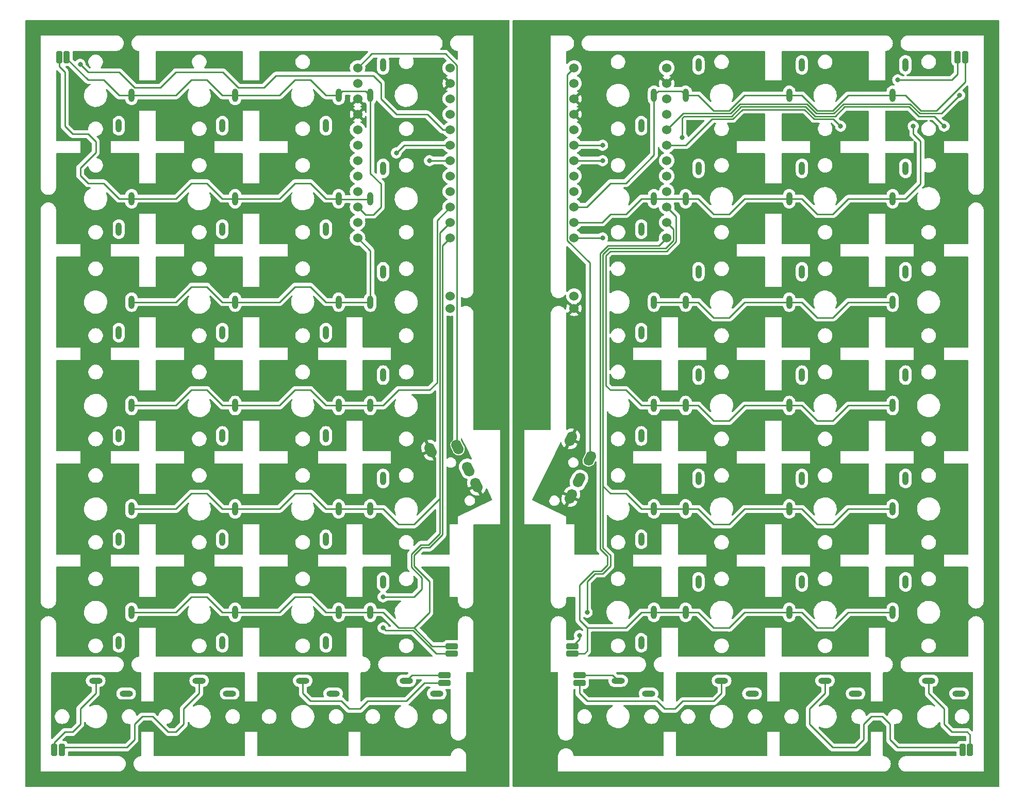
<source format=gbr>
%TF.GenerationSoftware,KiCad,Pcbnew,7.0.11+dfsg-1build4*%
%TF.CreationDate,2024-10-06T17:58:57+09:00*%
%TF.ProjectId,NotEnoughCompromises,4e6f7445-6e6f-4756-9768-436f6d70726f,rev?*%
%TF.SameCoordinates,Original*%
%TF.FileFunction,Copper,L1,Top*%
%TF.FilePolarity,Positive*%
%FSLAX46Y46*%
G04 Gerber Fmt 4.6, Leading zero omitted, Abs format (unit mm)*
G04 Created by KiCad (PCBNEW 7.0.11+dfsg-1build4) date 2024-10-06 17:58:57*
%MOMM*%
%LPD*%
G01*
G04 APERTURE LIST*
G04 Aperture macros list*
%AMRoundRect*
0 Rectangle with rounded corners*
0 $1 Rounding radius*
0 $2 $3 $4 $5 $6 $7 $8 $9 X,Y pos of 4 corners*
0 Add a 4 corners polygon primitive as box body*
4,1,4,$2,$3,$4,$5,$6,$7,$8,$9,$2,$3,0*
0 Add four circle primitives for the rounded corners*
1,1,$1+$1,$2,$3*
1,1,$1+$1,$4,$5*
1,1,$1+$1,$6,$7*
1,1,$1+$1,$8,$9*
0 Add four rect primitives between the rounded corners*
20,1,$1+$1,$2,$3,$4,$5,0*
20,1,$1+$1,$4,$5,$6,$7,0*
20,1,$1+$1,$6,$7,$8,$9,0*
20,1,$1+$1,$8,$9,$2,$3,0*%
%AMHorizOval*
0 Thick line with rounded ends*
0 $1 width*
0 $2 $3 position (X,Y) of the first rounded end (center of the circle)*
0 $4 $5 position (X,Y) of the second rounded end (center of the circle)*
0 Add line between two ends*
20,1,$1,$2,$3,$4,$5,0*
0 Add two circle primitives to create the rounded ends*
1,1,$1,$2,$3*
1,1,$1,$4,$5*%
G04 Aperture macros list end*
%TA.AperFunction,SMDPad,CuDef*%
%ADD10RoundRect,0.250000X-0.250000X-0.750000X0.250000X-0.750000X0.250000X0.750000X-0.250000X0.750000X0*%
%TD*%
%TA.AperFunction,ComponentPad*%
%ADD11O,1.000000X2.200000*%
%TD*%
%TA.AperFunction,SMDPad,CuDef*%
%ADD12RoundRect,0.250000X0.750000X-0.250000X0.750000X0.250000X-0.750000X0.250000X-0.750000X-0.250000X0*%
%TD*%
%TA.AperFunction,ComponentPad*%
%ADD13O,2.200000X1.000000*%
%TD*%
%TA.AperFunction,SMDPad,CuDef*%
%ADD14RoundRect,0.250000X-0.750000X0.250000X-0.750000X-0.250000X0.750000X-0.250000X0.750000X0.250000X0*%
%TD*%
%TA.AperFunction,ComponentPad*%
%ADD15C,1.524000*%
%TD*%
%TA.AperFunction,ComponentPad*%
%ADD16HorizOval,1.700000X-0.177047X-0.358684X0.177047X0.358684X0*%
%TD*%
%TA.AperFunction,ComponentPad*%
%ADD17HorizOval,1.700000X-0.177053X0.358681X0.177053X-0.358681X0*%
%TD*%
%TA.AperFunction,ViaPad*%
%ADD18C,0.800000*%
%TD*%
%TA.AperFunction,Conductor*%
%ADD19C,0.250000*%
%TD*%
%TA.AperFunction,Conductor*%
%ADD20C,0.500000*%
%TD*%
G04 APERTURE END LIST*
D10*
%TO.P,J6,1,Pin_1*%
%TO.N,Net-(J6-Pin_1)*%
X72130000Y-148970000D03*
%TD*%
D11*
%TO.P,SW6,1,1*%
%TO.N,Net-(D6-A)*%
X116730000Y-63330000D03*
%TO.P,SW6,2,2*%
%TO.N,l_col1*%
X118830000Y-58330000D03*
%TD*%
D12*
%TO.P,J12,1,Pin_1*%
%TO.N,l_col4*%
X137430000Y-133130000D03*
%TD*%
D11*
%TO.P,SW38,1,1*%
%TO.N,Net-(D36-A)*%
X194910000Y-104330000D03*
%TO.P,SW38,2,2*%
%TO.N,r_col4*%
X192810000Y-109330000D03*
%TD*%
%TO.P,SW1,1,1*%
%TO.N,Net-(D1-A)*%
X126130000Y-36330000D03*
%TO.P,SW1,2,2*%
%TO.N,l_col0*%
X124030000Y-41330000D03*
%TD*%
D13*
%TO.P,SW23,1,1*%
%TO.N,Net-(D23-A)*%
X117930000Y-139670000D03*
%TO.P,SW23,2,2*%
%TO.N,Net-(J10-Pin_1)*%
X112930000Y-137570000D03*
%TD*%
%TO.P,SW13,1,1*%
%TO.N,Net-(D13-A)*%
X83930000Y-139670000D03*
%TO.P,SW13,2,2*%
%TO.N,Net-(J6-Pin_1)*%
X78930000Y-137570000D03*
%TD*%
%TO.P,SW18,1,1*%
%TO.N,Net-(D18-A)*%
X100930000Y-139670000D03*
%TO.P,SW18,2,2*%
%TO.N,Net-(J8-Pin_1)*%
X95930000Y-137570000D03*
%TD*%
D11*
%TO.P,SW17,1,1*%
%TO.N,Net-(D17-A)*%
X82730000Y-97330000D03*
%TO.P,SW17,2,2*%
%TO.N,l_col3*%
X84830000Y-92330000D03*
%TD*%
%TO.P,SW34,1,1*%
%TO.N,Net-(D32-A)*%
X211910000Y-121330000D03*
%TO.P,SW34,2,2*%
%TO.N,r_col5*%
X209810000Y-126330000D03*
%TD*%
%TO.P,SW43,1,1*%
%TO.N,Net-(D41-A)*%
X194910000Y-87330000D03*
%TO.P,SW43,2,2*%
%TO.N,r_col3*%
X192810000Y-92330000D03*
%TD*%
%TO.P,SW22,1,1*%
%TO.N,Net-(D22-A)*%
X82730000Y-114330000D03*
%TO.P,SW22,2,2*%
%TO.N,l_col4*%
X84830000Y-109330000D03*
%TD*%
D14*
%TO.P,J19,1,Pin_1*%
%TO.N,r_col4*%
X157210000Y-131880000D03*
%TD*%
D10*
%TO.P,J22,1,Pin_1*%
%TO.N,Net-(J22-Pin_1)*%
X221260000Y-148970000D03*
%TD*%
D11*
%TO.P,SW14,1,1*%
%TO.N,Net-(D14-A)*%
X126130000Y-87330000D03*
%TO.P,SW14,2,2*%
%TO.N,l_col3*%
X124030000Y-92330000D03*
%TD*%
D12*
%TO.P,J9,1,Pin_1*%
%TO.N,l_col5*%
X137430000Y-131880000D03*
%TD*%
D11*
%TO.P,SW53,1,1*%
%TO.N,Net-(D51-A)*%
X194910000Y-53330000D03*
%TO.P,SW53,2,2*%
%TO.N,r_col1*%
X192810000Y-58330000D03*
%TD*%
%TO.P,SW31,1,1*%
%TO.N,Net-(D29-A)*%
X168510000Y-131330000D03*
%TO.P,SW31,2,2*%
%TO.N,r_col5*%
X170610000Y-126330000D03*
%TD*%
%TO.P,SW36,1,1*%
%TO.N,Net-(D34-A)*%
X168510000Y-114330000D03*
%TO.P,SW36,2,2*%
%TO.N,r_col4*%
X170610000Y-109330000D03*
%TD*%
%TO.P,SW55,1,1*%
%TO.N,Net-(D53-A)*%
X168510000Y-46330000D03*
%TO.P,SW55,2,2*%
%TO.N,r_col0*%
X170610000Y-41330000D03*
%TD*%
D15*
%TO.P,SW30,1,1*%
%TO.N,r_GND*%
X157480000Y-76342000D03*
%TO.P,SW30,2,2*%
%TO.N,r_reset*%
X157480000Y-74318000D03*
%TD*%
D11*
%TO.P,SW39,1,1*%
%TO.N,Net-(D37-A)*%
X211910000Y-104330000D03*
%TO.P,SW39,2,2*%
%TO.N,r_col4*%
X209810000Y-109330000D03*
%TD*%
%TO.P,SW37,1,1*%
%TO.N,Net-(D35-A)*%
X177910000Y-104330000D03*
%TO.P,SW37,2,2*%
%TO.N,r_col4*%
X175810000Y-109330000D03*
%TD*%
%TO.P,SW8,1,1*%
%TO.N,Net-(D8-A)*%
X82730000Y-63330000D03*
%TO.P,SW8,2,2*%
%TO.N,l_col1*%
X84830000Y-58330000D03*
%TD*%
%TO.P,SW20,1,1*%
%TO.N,Net-(D20-A)*%
X116730000Y-114330000D03*
%TO.P,SW20,2,2*%
%TO.N,l_col4*%
X118830000Y-109330000D03*
%TD*%
D10*
%TO.P,J24,1,Pin_1*%
%TO.N,Net-(J24-Pin_1)*%
X222510000Y-148970000D03*
%TD*%
D11*
%TO.P,SW32,1,1*%
%TO.N,Net-(D30-A)*%
X177910000Y-121330000D03*
%TO.P,SW32,2,2*%
%TO.N,r_col5*%
X175810000Y-126330000D03*
%TD*%
%TO.P,SW25,1,1*%
%TO.N,Net-(D24-A)*%
X126130000Y-121330000D03*
%TO.P,SW25,2,2*%
%TO.N,l_col5*%
X124030000Y-126330000D03*
%TD*%
D10*
%TO.P,J7,1,Pin_1*%
%TO.N,l_col0*%
X74180000Y-35030000D03*
%TD*%
D11*
%TO.P,SW54,1,1*%
%TO.N,Net-(D52-A)*%
X211910000Y-53330000D03*
%TO.P,SW54,2,2*%
%TO.N,r_col1*%
X209810000Y-58330000D03*
%TD*%
D12*
%TO.P,J13,1,Pin_1*%
%TO.N,Net-(J13-Pin_1)*%
X136230000Y-136670000D03*
%TD*%
D10*
%TO.P,J8,1,Pin_1*%
%TO.N,Net-(J8-Pin_1)*%
X73380000Y-148970000D03*
%TD*%
D11*
%TO.P,SW12,1,1*%
%TO.N,Net-(D12-A)*%
X82730000Y-80330000D03*
%TO.P,SW12,2,2*%
%TO.N,l_col2*%
X84830000Y-75330000D03*
%TD*%
%TO.P,SW26,1,1*%
%TO.N,Net-(D25-A)*%
X116730000Y-131330000D03*
%TO.P,SW26,2,2*%
%TO.N,l_col5*%
X118830000Y-126330000D03*
%TD*%
%TO.P,SW58,1,1*%
%TO.N,Net-(D56-A)*%
X211910000Y-36330000D03*
%TO.P,SW58,2,2*%
%TO.N,r_col0*%
X209810000Y-41330000D03*
%TD*%
%TO.P,SW56,1,1*%
%TO.N,Net-(D54-A)*%
X177910000Y-36330000D03*
%TO.P,SW56,2,2*%
%TO.N,r_col0*%
X175810000Y-41330000D03*
%TD*%
%TO.P,SW47,1,1*%
%TO.N,Net-(D45-A)*%
X177910000Y-70330000D03*
%TO.P,SW47,2,2*%
%TO.N,r_col2*%
X175810000Y-75330000D03*
%TD*%
%TO.P,SW9,1,1*%
%TO.N,Net-(D9-A)*%
X126130000Y-70330000D03*
%TO.P,SW9,2,2*%
%TO.N,l_col2*%
X124030000Y-75330000D03*
%TD*%
%TO.P,SW4,1,1*%
%TO.N,Net-(D4-A)*%
X82730000Y-46330000D03*
%TO.P,SW4,2,2*%
%TO.N,l_col0*%
X84830000Y-41330000D03*
%TD*%
D13*
%TO.P,SW45,1,1*%
%TO.N,Net-(D43-A)*%
X203710000Y-139670000D03*
%TO.P,SW45,2,2*%
%TO.N,Net-(J22-Pin_1)*%
X198710000Y-137570000D03*
%TD*%
%TO.P,SW40,1,1*%
%TO.N,Net-(D38-A)*%
X186710000Y-139670000D03*
%TO.P,SW40,2,2*%
%TO.N,Net-(J20-Pin_1)*%
X181710000Y-137570000D03*
%TD*%
D11*
%TO.P,SW15,1,1*%
%TO.N,Net-(D15-A)*%
X116730000Y-97330000D03*
%TO.P,SW15,2,2*%
%TO.N,l_col3*%
X118830000Y-92330000D03*
%TD*%
%TO.P,SW51,1,1*%
%TO.N,Net-(D49-A)*%
X168510000Y-63330000D03*
%TO.P,SW51,2,2*%
%TO.N,r_col1*%
X170610000Y-58330000D03*
%TD*%
%TO.P,SW33,1,1*%
%TO.N,Net-(D31-A)*%
X194910000Y-121330000D03*
%TO.P,SW33,2,2*%
%TO.N,r_col5*%
X192810000Y-126330000D03*
%TD*%
%TO.P,SW48,1,1*%
%TO.N,Net-(D46-A)*%
X194910000Y-70330000D03*
%TO.P,SW48,2,2*%
%TO.N,r_col2*%
X192810000Y-75330000D03*
%TD*%
%TO.P,SW16,1,1*%
%TO.N,Net-(D16-A)*%
X99730000Y-97330000D03*
%TO.P,SW16,2,2*%
%TO.N,l_col3*%
X101830000Y-92330000D03*
%TD*%
%TO.P,SW46,1,1*%
%TO.N,Net-(D44-A)*%
X168510000Y-80330000D03*
%TO.P,SW46,2,2*%
%TO.N,r_col2*%
X170610000Y-75330000D03*
%TD*%
%TO.P,SW2,1,1*%
%TO.N,Net-(D2-A)*%
X116730000Y-46330000D03*
%TO.P,SW2,2,2*%
%TO.N,l_col0*%
X118830000Y-41330000D03*
%TD*%
D10*
%TO.P,J5,1,Pin_1*%
%TO.N,l_col1*%
X72930000Y-35030000D03*
%TD*%
D11*
%TO.P,SW28,1,1*%
%TO.N,Net-(D27-A)*%
X82730000Y-131330000D03*
%TO.P,SW28,2,2*%
%TO.N,l_col5*%
X84830000Y-126330000D03*
%TD*%
D14*
%TO.P,J17,1,Pin_1*%
%TO.N,r_col5*%
X157210000Y-133130000D03*
%TD*%
D11*
%TO.P,SW49,1,1*%
%TO.N,Net-(D47-A)*%
X211910000Y-70330000D03*
%TO.P,SW49,2,2*%
%TO.N,r_col2*%
X209810000Y-75330000D03*
%TD*%
%TO.P,SW42,1,1*%
%TO.N,Net-(D40-A)*%
X177910000Y-87330000D03*
%TO.P,SW42,2,2*%
%TO.N,r_col3*%
X175810000Y-92330000D03*
%TD*%
%TO.P,SW11,1,1*%
%TO.N,Net-(D11-A)*%
X99730000Y-80330000D03*
%TO.P,SW11,2,2*%
%TO.N,l_col2*%
X101830000Y-75330000D03*
%TD*%
%TO.P,SW44,1,1*%
%TO.N,Net-(D42-A)*%
X211910000Y-87330000D03*
%TO.P,SW44,2,2*%
%TO.N,r_col3*%
X209810000Y-92330000D03*
%TD*%
%TO.P,SW10,1,1*%
%TO.N,Net-(D10-A)*%
X116730000Y-80330000D03*
%TO.P,SW10,2,2*%
%TO.N,l_col2*%
X118830000Y-75330000D03*
%TD*%
D13*
%TO.P,SW29,1,1*%
%TO.N,Net-(D28-A)*%
X134930000Y-139670000D03*
%TO.P,SW29,2,2*%
%TO.N,Net-(J13-Pin_1)*%
X129930000Y-137570000D03*
%TD*%
D11*
%TO.P,SW52,1,1*%
%TO.N,Net-(D50-A)*%
X177910000Y-53330000D03*
%TO.P,SW52,2,2*%
%TO.N,r_col1*%
X175810000Y-58330000D03*
%TD*%
D14*
%TO.P,J18,1,Pin_1*%
%TO.N,Net-(J18-Pin_1)*%
X158410000Y-136670000D03*
%TD*%
D15*
%TO.P,SW24,1,1*%
%TO.N,l_GND*%
X137160000Y-76342000D03*
%TO.P,SW24,2,2*%
%TO.N,l_reset*%
X137160000Y-74318000D03*
%TD*%
D11*
%TO.P,SW57,1,1*%
%TO.N,Net-(D55-A)*%
X194910000Y-36330000D03*
%TO.P,SW57,2,2*%
%TO.N,r_col0*%
X192810000Y-41330000D03*
%TD*%
D14*
%TO.P,J20,1,Pin_1*%
%TO.N,Net-(J20-Pin_1)*%
X158410000Y-137920000D03*
%TD*%
D11*
%TO.P,SW41,1,1*%
%TO.N,Net-(D39-A)*%
X168510000Y-97330000D03*
%TO.P,SW41,2,2*%
%TO.N,r_col3*%
X170610000Y-92330000D03*
%TD*%
D10*
%TO.P,J23,1,Pin_1*%
%TO.N,r_col0*%
X221710000Y-35030000D03*
%TD*%
D11*
%TO.P,SW27,1,1*%
%TO.N,Net-(D26-A)*%
X99730000Y-131330000D03*
%TO.P,SW27,2,2*%
%TO.N,l_col5*%
X101830000Y-126330000D03*
%TD*%
%TO.P,SW3,1,1*%
%TO.N,Net-(D3-A)*%
X99730000Y-46330000D03*
%TO.P,SW3,2,2*%
%TO.N,l_col0*%
X101830000Y-41330000D03*
%TD*%
D10*
%TO.P,J21,1,Pin_1*%
%TO.N,r_col1*%
X220460000Y-35030000D03*
%TD*%
D11*
%TO.P,SW5,1,1*%
%TO.N,Net-(D5-A)*%
X126130000Y-53330000D03*
%TO.P,SW5,2,2*%
%TO.N,l_col1*%
X124030000Y-58330000D03*
%TD*%
D12*
%TO.P,J10,1,Pin_1*%
%TO.N,Net-(J10-Pin_1)*%
X136230000Y-137920000D03*
%TD*%
D11*
%TO.P,SW7,1,1*%
%TO.N,Net-(D7-A)*%
X99730000Y-63330000D03*
%TO.P,SW7,2,2*%
%TO.N,l_col1*%
X101830000Y-58330000D03*
%TD*%
%TO.P,SW19,1,1*%
%TO.N,Net-(D19-A)*%
X126130000Y-104330000D03*
%TO.P,SW19,2,2*%
%TO.N,l_col4*%
X124030000Y-109330000D03*
%TD*%
%TO.P,SW21,1,1*%
%TO.N,Net-(D21-A)*%
X99730000Y-114330000D03*
%TO.P,SW21,2,2*%
%TO.N,l_col4*%
X101830000Y-109330000D03*
%TD*%
D13*
%TO.P,SW35,1,1*%
%TO.N,Net-(D33-A)*%
X169710000Y-139670000D03*
%TO.P,SW35,2,2*%
%TO.N,Net-(J18-Pin_1)*%
X164710000Y-137570000D03*
%TD*%
%TO.P,SW50,1,1*%
%TO.N,Net-(D48-A)*%
X220710000Y-139670000D03*
%TO.P,SW50,2,2*%
%TO.N,Net-(J24-Pin_1)*%
X215710000Y-137570000D03*
%TD*%
D16*
%TO.P,J16,A*%
%TO.N,r_GND*%
X156949793Y-97819319D03*
%TO.P,J16,B*%
X156953730Y-107300352D03*
%TO.P,J16,C*%
%TO.N,r_VCC*%
X158281582Y-104610220D03*
%TO.P,J16,D*%
%TO.N,r_data*%
X160052051Y-101023378D03*
%TD*%
D15*
%TO.P,U1,1,TX0/D3*%
%TO.N,l_data*%
X121940000Y-36830000D03*
%TO.P,U1,2,RX1/D2*%
%TO.N,unconnected-(U1-RX1{slash}D2-Pad2)*%
X121940000Y-39370000D03*
%TO.P,U1,3,GND*%
%TO.N,l_GND*%
X121940000Y-41910000D03*
%TO.P,U1,4,GND*%
X121940000Y-44450000D03*
%TO.P,U1,5,2/D1/SDA*%
%TO.N,unconnected-(U1-2{slash}D1{slash}SDA-Pad5)*%
X121940000Y-46990000D03*
%TO.P,U1,6,3/D0/SCL*%
%TO.N,l_row3*%
X121940000Y-49530000D03*
%TO.P,U1,7,4/D4*%
%TO.N,l_row1*%
X121940000Y-52070000D03*
%TO.P,U1,8,5/C6*%
%TO.N,unconnected-(U1-5{slash}C6-Pad8)*%
X121940000Y-54610000D03*
%TO.P,U1,9,6/D7*%
%TO.N,unconnected-(U1-6{slash}D7-Pad9)*%
X121940000Y-57150000D03*
%TO.P,U1,10,7/E6*%
%TO.N,l_col0*%
X121940000Y-59690000D03*
%TO.P,U1,11,8/B4*%
%TO.N,l_col1*%
X121940000Y-62230000D03*
%TO.P,U1,12,9/B5*%
%TO.N,l_col2*%
X121940000Y-64770000D03*
%TO.P,U1,13,B6/10*%
%TO.N,l_col5*%
X137160000Y-64770000D03*
%TO.P,U1,14,B2/16*%
%TO.N,l_col4*%
X137160000Y-62230000D03*
%TO.P,U1,15,B3/14*%
%TO.N,l_col3*%
X137160000Y-59690000D03*
%TO.P,U1,16,B1/15*%
%TO.N,unconnected-(U1-B1{slash}15-Pad16)*%
X137160000Y-57150000D03*
%TO.P,U1,17,F7/A0*%
%TO.N,unconnected-(U1-F7{slash}A0-Pad17)*%
X137160000Y-54610000D03*
%TO.P,U1,18,F6/A1*%
%TO.N,l_row0*%
X137160000Y-52070000D03*
%TO.P,U1,19,F5/A2*%
%TO.N,l_row2*%
X137160000Y-49530000D03*
%TO.P,U1,20,F4/A3*%
%TO.N,l_row4*%
X137160000Y-46990000D03*
%TO.P,U1,21,VCC*%
%TO.N,l_VCC*%
X137160000Y-44450000D03*
%TO.P,U1,22,RST*%
%TO.N,l_reset*%
X137160000Y-41910000D03*
%TO.P,U1,23,GND*%
%TO.N,l_GND*%
X137160000Y-39370000D03*
%TO.P,U1,24,RAW*%
%TO.N,unconnected-(U1-RAW-Pad24)*%
X137160000Y-36830000D03*
%TD*%
%TO.P,U2,1,TX0/D3*%
%TO.N,r_data*%
X157480000Y-36830000D03*
%TO.P,U2,2,RX1/D2*%
%TO.N,unconnected-(U2-RX1{slash}D2-Pad2)*%
X157480000Y-39370000D03*
%TO.P,U2,3,GND*%
%TO.N,r_GND*%
X157480000Y-41910000D03*
%TO.P,U2,4,GND*%
X157480000Y-44450000D03*
%TO.P,U2,5,2/D1/SDA*%
%TO.N,unconnected-(U2-2{slash}D1{slash}SDA-Pad5)*%
X157480000Y-46990000D03*
%TO.P,U2,6,3/D0/SCL*%
%TO.N,r_row3*%
X157480000Y-49530000D03*
%TO.P,U2,7,4/D4*%
%TO.N,r_row1*%
X157480000Y-52070000D03*
%TO.P,U2,8,5/C6*%
%TO.N,unconnected-(U2-5{slash}C6-Pad8)*%
X157480000Y-54610000D03*
%TO.P,U2,9,6/D7*%
%TO.N,unconnected-(U2-6{slash}D7-Pad9)*%
X157480000Y-57150000D03*
%TO.P,U2,10,7/E6*%
%TO.N,r_col0*%
X157480000Y-59690000D03*
%TO.P,U2,11,8/B4*%
%TO.N,r_col1*%
X157480000Y-62230000D03*
%TO.P,U2,12,9/B5*%
%TO.N,r_col2*%
X157480000Y-64770000D03*
%TO.P,U2,13,B6/10*%
%TO.N,r_col5*%
X172700000Y-64770000D03*
%TO.P,U2,14,B2/16*%
%TO.N,r_col4*%
X172700000Y-62230000D03*
%TO.P,U2,15,B3/14*%
%TO.N,r_col3*%
X172700000Y-59690000D03*
%TO.P,U2,16,B1/15*%
%TO.N,unconnected-(U2-B1{slash}15-Pad16)*%
X172700000Y-57150000D03*
%TO.P,U2,17,F7/A0*%
%TO.N,unconnected-(U2-F7{slash}A0-Pad17)*%
X172700000Y-54610000D03*
%TO.P,U2,18,F6/A1*%
%TO.N,r_row0*%
X172700000Y-52070000D03*
%TO.P,U2,19,F5/A2*%
%TO.N,r_row2*%
X172700000Y-49530000D03*
%TO.P,U2,20,F4/A3*%
%TO.N,r_row4*%
X172700000Y-46990000D03*
%TO.P,U2,21,VCC*%
%TO.N,r_VCC*%
X172700000Y-44450000D03*
%TO.P,U2,22,RST*%
%TO.N,r_reset*%
X172700000Y-41910000D03*
%TO.P,U2,23,GND*%
%TO.N,r_GND*%
X172700000Y-39370000D03*
%TO.P,U2,24,RAW*%
%TO.N,unconnected-(U2-RAW-Pad24)*%
X172700000Y-36830000D03*
%TD*%
D17*
%TO.P,J11,A*%
%TO.N,l_GND*%
X133923854Y-99678436D03*
%TO.P,J11,B*%
X141452387Y-105441351D03*
%TO.P,J11,C*%
%TO.N,l_VCC*%
X140124488Y-102751243D03*
%TO.P,J11,D*%
%TO.N,l_data*%
X138353956Y-99164431D03*
%TD*%
D18*
%TO.N,l_row0*%
X133740000Y-52070000D03*
%TO.N,l_row2*%
X128290000Y-50800000D03*
%TO.N,r_row1*%
X162170000Y-52070000D03*
%TO.N,r_row2*%
X201250000Y-46410000D03*
%TO.N,r_row3*%
X162170000Y-49530000D03*
X175240000Y-48260000D03*
X218250000Y-46410000D03*
%TO.N,l_GND*%
X84010000Y-87250000D03*
X84010000Y-53250000D03*
X124850000Y-80410000D03*
X118010000Y-104250000D03*
X73850000Y-138390000D03*
X118010000Y-70250000D03*
X90850000Y-138390000D03*
X124850000Y-114410000D03*
X136280000Y-128870000D03*
X118010000Y-87250000D03*
X127020000Y-62230000D03*
X124850000Y-131410000D03*
X101010000Y-36250000D03*
X84010000Y-36250000D03*
X84010000Y-70250000D03*
X118010000Y-53250000D03*
X124850000Y-97410000D03*
X107850000Y-138390000D03*
X124850000Y-138390000D03*
X118010000Y-36250000D03*
X84010000Y-121250000D03*
X118010000Y-121250000D03*
X101010000Y-70250000D03*
X101010000Y-121250000D03*
X101010000Y-87250000D03*
X84010000Y-104250000D03*
X127020000Y-46990000D03*
X101010000Y-104250000D03*
X101010000Y-53250000D03*
%TO.N,r_GND*%
X210630000Y-114410000D03*
X169790000Y-60960000D03*
X193630000Y-46410000D03*
X210630000Y-97410000D03*
X210630000Y-80410000D03*
X210630000Y-138390000D03*
X169790000Y-137120000D03*
X162170000Y-45720000D03*
X176630000Y-46410000D03*
X169790000Y-70250000D03*
X176630000Y-97410000D03*
X169790000Y-121250000D03*
X210630000Y-46410000D03*
X193630000Y-114410000D03*
X176630000Y-138390000D03*
X159630000Y-147280000D03*
X193630000Y-131410000D03*
X176630000Y-80410000D03*
X169790000Y-104250000D03*
X193630000Y-63410000D03*
X210630000Y-63410000D03*
X176630000Y-63410000D03*
X167250000Y-52070000D03*
X176630000Y-114410000D03*
X193630000Y-80410000D03*
X176630000Y-131410000D03*
X169790000Y-87250000D03*
X193630000Y-97410000D03*
X210630000Y-131410000D03*
X193630000Y-138390000D03*
X169790000Y-54610000D03*
%TO.N,l_row4*%
X76390000Y-36250000D03*
%TO.N,l_col4*%
X126120000Y-128870000D03*
X126120000Y-123790000D03*
%TO.N,r_row4*%
X220790000Y-41330000D03*
%TO.N,r_col4*%
X158360000Y-130140000D03*
X159630000Y-126330000D03*
%TO.N,r_col1*%
X213170000Y-46410000D03*
X210630000Y-38790000D03*
%TO.N,r_col2*%
X162170000Y-64770000D03*
%TD*%
D19*
%TO.N,r_col5*%
X163077208Y-66020000D02*
X171450000Y-66020000D01*
X171450000Y-66020000D02*
X172700000Y-64770000D01*
%TO.N,Net-(J22-Pin_1)*%
X209360000Y-144740000D02*
X208090000Y-143470000D01*
X209360000Y-147280000D02*
X209360000Y-144740000D01*
X208090000Y-143470000D02*
X206330000Y-143470000D01*
X205060000Y-144740000D02*
X206330000Y-143470000D01*
X205060000Y-147280000D02*
X205060000Y-144740000D01*
%TO.N,Net-(J8-Pin_1)*%
X90850000Y-146010000D02*
X88310000Y-143470000D01*
X92120000Y-146010000D02*
X90850000Y-146010000D01*
X88310000Y-143470000D02*
X86550000Y-143470000D01*
X85280000Y-144740000D02*
X86550000Y-143470000D01*
X85280000Y-147280000D02*
X85280000Y-144740000D01*
%TO.N,l_col1*%
X76390000Y-53250000D02*
X78930000Y-50710000D01*
X76390000Y-54520000D02*
X76390000Y-53250000D01*
X78930000Y-50710000D02*
X78930000Y-48950000D01*
X77660000Y-47680000D02*
X78930000Y-48950000D01*
X75120000Y-47680000D02*
X77660000Y-47680000D01*
%TO.N,l_row0*%
X137160000Y-52070000D02*
X133740000Y-52070000D01*
%TO.N,l_row2*%
X137160000Y-49530000D02*
X129560000Y-49530000D01*
X129560000Y-49530000D02*
X128290000Y-50800000D01*
%TO.N,r_row1*%
X157480000Y-52070000D02*
X162170000Y-52070000D01*
%TO.N,r_row2*%
X195315812Y-43655000D02*
X196880812Y-45220000D01*
X183539188Y-45220000D02*
X185104188Y-43655000D01*
X185104188Y-43655000D02*
X195315812Y-43655000D01*
X180150000Y-45220000D02*
X183539188Y-45220000D01*
X175840000Y-49530000D02*
X180150000Y-45220000D01*
X196880812Y-45220000D02*
X200060000Y-45220000D01*
X200060000Y-45220000D02*
X201250000Y-46410000D01*
X172700000Y-49530000D02*
X175840000Y-49530000D01*
%TO.N,r_row3*%
X157480000Y-49530000D02*
X162170000Y-49530000D01*
X183352792Y-44770000D02*
X184917792Y-43205000D01*
X175240000Y-48260000D02*
X175240000Y-45086396D01*
X184917792Y-43205000D02*
X195502208Y-43205000D01*
X201917792Y-43205000D02*
X212502208Y-43205000D01*
X195502208Y-43205000D02*
X197067208Y-44770000D01*
X197067208Y-44770000D02*
X200352792Y-44770000D01*
X183352792Y-44770000D02*
X175556396Y-44770000D01*
X216610000Y-44770000D02*
X218250000Y-46410000D01*
X214067208Y-44770000D02*
X216610000Y-44770000D01*
X175240000Y-45086396D02*
X175556396Y-44770000D01*
X212502208Y-43205000D02*
X214067208Y-44770000D01*
X200352792Y-44770000D02*
X201917792Y-43205000D01*
%TO.N,l_data*%
X138247000Y-99057475D02*
X138353956Y-99164431D01*
X124265000Y-34505000D02*
X136372251Y-34505000D01*
X138247000Y-36379749D02*
X138247000Y-99057475D01*
X121940000Y-36830000D02*
X124265000Y-34505000D01*
X136372251Y-34505000D02*
X138247000Y-36379749D01*
D20*
%TO.N,r_VCC*%
X158472248Y-104419554D02*
X158281582Y-104610220D01*
D19*
%TO.N,r_data*%
X160052051Y-68879302D02*
X156393000Y-65220251D01*
X160052051Y-101023378D02*
X160052051Y-68879302D01*
X157480000Y-36830000D02*
X156393000Y-37917000D01*
X156393000Y-37917000D02*
X156393000Y-65220251D01*
%TO.N,l_row4*%
X85326726Y-40060000D02*
X82786726Y-37520000D01*
X77660000Y-37520000D02*
X76390000Y-36250000D01*
X106580000Y-40060000D02*
X102326726Y-40060000D01*
X125750000Y-39370000D02*
X124480000Y-38100000D01*
X102326726Y-40060000D02*
X99786726Y-37520000D01*
X135910000Y-46990000D02*
X133370000Y-44450000D01*
X133370000Y-44450000D02*
X128290000Y-44450000D01*
X125750000Y-41910000D02*
X125750000Y-39370000D01*
X137160000Y-46990000D02*
X135910000Y-46990000D01*
X108540000Y-38100000D02*
X106580000Y-40060000D01*
X128290000Y-44450000D02*
X125750000Y-41910000D01*
X89580000Y-40060000D02*
X85326726Y-40060000D01*
X82786726Y-37520000D02*
X77660000Y-37520000D01*
X99786726Y-37520000D02*
X92120000Y-37520000D01*
X92120000Y-37520000D02*
X89580000Y-40060000D01*
X124480000Y-38100000D02*
X108540000Y-38100000D01*
%TO.N,l_col0*%
X124480000Y-60960000D02*
X125750000Y-59690000D01*
X123210000Y-60960000D02*
X124480000Y-60960000D01*
X109120000Y-41330000D02*
X101830000Y-41330000D01*
X80200000Y-38790000D02*
X82740000Y-41330000D01*
X118830000Y-41330000D02*
X116740000Y-41330000D01*
X82740000Y-41330000D02*
X84830000Y-41330000D01*
X92120000Y-41330000D02*
X84830000Y-41330000D01*
X125750000Y-59690000D02*
X125750000Y-55880000D01*
X116740000Y-41330000D02*
X114200000Y-38790000D01*
X124030000Y-41330000D02*
X124030000Y-54160000D01*
X97200000Y-38790000D02*
X94660000Y-38790000D01*
X101830000Y-41330000D02*
X99740000Y-41330000D01*
X94660000Y-38790000D02*
X92120000Y-41330000D01*
X121940000Y-59690000D02*
X123210000Y-60960000D01*
X124030000Y-54160000D02*
X125750000Y-55880000D01*
X99740000Y-41330000D02*
X97200000Y-38790000D01*
X123900000Y-41330000D02*
X123210000Y-40640000D01*
X114200000Y-38790000D02*
X111660000Y-38790000D01*
X77660000Y-38790000D02*
X80200000Y-38790000D01*
X124030000Y-41330000D02*
X123900000Y-41330000D01*
X74180000Y-35310000D02*
X74180000Y-35030000D01*
X123210000Y-40640000D02*
X119400000Y-40640000D01*
X77660000Y-38790000D02*
X74180000Y-35310000D01*
X111660000Y-38790000D02*
X109120000Y-41330000D01*
X118830000Y-41330000D02*
X118830000Y-41210000D01*
X118830000Y-41210000D02*
X119400000Y-40640000D01*
%TO.N,l_col1*%
X118830000Y-58330000D02*
X118920000Y-58420000D01*
X118830000Y-58330000D02*
X116740000Y-58330000D01*
X109120000Y-58330000D02*
X101830000Y-58330000D01*
X77660000Y-55790000D02*
X76390000Y-54520000D01*
X99740000Y-58330000D02*
X97200000Y-55790000D01*
X73850000Y-46410000D02*
X73850000Y-37520000D01*
X114200000Y-55790000D02*
X111660000Y-55790000D01*
X92120000Y-58330000D02*
X84830000Y-58330000D01*
X80200000Y-55790000D02*
X77660000Y-55790000D01*
X82740000Y-58330000D02*
X80200000Y-55790000D01*
X94660000Y-55790000D02*
X92120000Y-58330000D01*
X116740000Y-58330000D02*
X114200000Y-55790000D01*
X118920000Y-58420000D02*
X123940000Y-58420000D01*
X101830000Y-58330000D02*
X99740000Y-58330000D01*
X111660000Y-55790000D02*
X109120000Y-58330000D01*
X75120000Y-47680000D02*
X73850000Y-46410000D01*
X84830000Y-58330000D02*
X82740000Y-58330000D01*
X73850000Y-37520000D02*
X72930000Y-36600000D01*
X123940000Y-58420000D02*
X124030000Y-58330000D01*
X72930000Y-36600000D02*
X72930000Y-35030000D01*
X97200000Y-55790000D02*
X94660000Y-55790000D01*
%TO.N,l_col4*%
X99740000Y-109330000D02*
X97200000Y-106790000D01*
X118830000Y-109330000D02*
X124030000Y-109330000D01*
X109120000Y-109330000D02*
X101830000Y-109330000D01*
X128660000Y-111870000D02*
X131200000Y-111870000D01*
X135440000Y-107630000D02*
X135440000Y-63950000D01*
X132470000Y-122520000D02*
X132470000Y-120616396D01*
X131200000Y-123790000D02*
X132470000Y-122520000D01*
X126120000Y-123790000D02*
X131200000Y-123790000D01*
X131200000Y-111870000D02*
X135440000Y-107630000D01*
X111660000Y-106790000D02*
X109120000Y-109330000D01*
X132470000Y-120616396D02*
X130750000Y-118896396D01*
X130750000Y-116763604D02*
X132283604Y-115230000D01*
X116740000Y-109330000D02*
X114200000Y-106790000D01*
X131013604Y-129320000D02*
X126570000Y-129320000D01*
X137430000Y-133130000D02*
X134823604Y-133130000D01*
X130750000Y-118896396D02*
X130750000Y-116763604D01*
X92120000Y-109330000D02*
X84830000Y-109330000D01*
X97200000Y-106790000D02*
X94660000Y-106790000D01*
X101830000Y-109330000D02*
X99740000Y-109330000D01*
X124030000Y-109330000D02*
X126120000Y-109330000D01*
X132283604Y-115230000D02*
X133553604Y-115230000D01*
X118830000Y-109330000D02*
X116740000Y-109330000D01*
X126570000Y-129320000D02*
X126120000Y-128870000D01*
X135440000Y-63950000D02*
X137160000Y-62230000D01*
X133553604Y-115230000D02*
X135440000Y-113343604D01*
X94660000Y-106790000D02*
X92120000Y-109330000D01*
X114200000Y-106790000D02*
X111660000Y-106790000D01*
X134823604Y-133130000D02*
X131013604Y-129320000D01*
X126120000Y-109330000D02*
X128660000Y-111870000D01*
X135440000Y-113343604D02*
X135440000Y-107630000D01*
%TO.N,l_col5*%
X118830000Y-126330000D02*
X116740000Y-126330000D01*
X134210000Y-131880000D02*
X137430000Y-131880000D01*
X118830000Y-126330000D02*
X124030000Y-126330000D01*
X131200000Y-128870000D02*
X133740000Y-126330000D01*
X135890000Y-66040000D02*
X135890000Y-113530000D01*
X131200000Y-116950000D02*
X132470000Y-115680000D01*
X114200000Y-123790000D02*
X111660000Y-123790000D01*
X135890000Y-113530000D02*
X133740000Y-115680000D01*
X133740000Y-121250000D02*
X133740000Y-126330000D01*
X132470000Y-115680000D02*
X133740000Y-115680000D01*
X131200000Y-118710000D02*
X133740000Y-121250000D01*
X94660000Y-123790000D02*
X92120000Y-126330000D01*
X124030000Y-126330000D02*
X126120000Y-126330000D01*
X126120000Y-126330000D02*
X128660000Y-128870000D01*
X116740000Y-126330000D02*
X114200000Y-123790000D01*
X128660000Y-128870000D02*
X131200000Y-128870000D01*
X99740000Y-126330000D02*
X97200000Y-123790000D01*
X131200000Y-128870000D02*
X134210000Y-131880000D01*
X97200000Y-123790000D02*
X94660000Y-123790000D01*
X111660000Y-123790000D02*
X109120000Y-126330000D01*
X92120000Y-126330000D02*
X84830000Y-126330000D01*
X131200000Y-118710000D02*
X131200000Y-116950000D01*
X101830000Y-126330000D02*
X99740000Y-126330000D01*
X109120000Y-126330000D02*
X101830000Y-126330000D01*
X137160000Y-64770000D02*
X135890000Y-66040000D01*
%TO.N,r_row4*%
X172700000Y-46990000D02*
X175370000Y-44320000D01*
X212688604Y-42755000D02*
X201731396Y-42755000D01*
X197253604Y-44320000D02*
X195688604Y-42755000D01*
X217800000Y-44320000D02*
X214253604Y-44320000D01*
X201731396Y-42755000D02*
X200166396Y-44320000D01*
X220790000Y-41330000D02*
X217800000Y-44320000D01*
X195688604Y-42755000D02*
X184731396Y-42755000D01*
X175370000Y-44320000D02*
X183166396Y-44320000D01*
X200166396Y-44320000D02*
X197253604Y-44320000D01*
X184731396Y-42755000D02*
X183166396Y-44320000D01*
X214253604Y-44320000D02*
X212688604Y-42755000D01*
%TO.N,r_col5*%
X159630000Y-128870000D02*
X159630000Y-132680000D01*
X158360000Y-121883604D02*
X158360000Y-127600000D01*
X185520000Y-126330000D02*
X192810000Y-126330000D01*
X163077208Y-66020000D02*
X161785000Y-67312208D01*
X159630000Y-132680000D02*
X159180000Y-133130000D01*
X162990000Y-117136396D02*
X162990000Y-118523604D01*
X165980000Y-128870000D02*
X159630000Y-128870000D01*
X161983604Y-119530000D02*
X160713604Y-119530000D01*
X160713604Y-119530000D02*
X158360000Y-121883604D01*
X175810000Y-126330000D02*
X177900000Y-126330000D01*
X170610000Y-126330000D02*
X168520000Y-126330000D01*
X162990000Y-118523604D02*
X161983604Y-119530000D01*
X199980000Y-128870000D02*
X202520000Y-126330000D01*
X180440000Y-128870000D02*
X182980000Y-128870000D01*
X161785000Y-115931396D02*
X162990000Y-117136396D01*
X177900000Y-126330000D02*
X180440000Y-128870000D01*
X158360000Y-127600000D02*
X159630000Y-128870000D01*
X182980000Y-128870000D02*
X185520000Y-126330000D01*
X194900000Y-126330000D02*
X197440000Y-128870000D01*
X192810000Y-126330000D02*
X194900000Y-126330000D01*
X168520000Y-126330000D02*
X165980000Y-128870000D01*
X202520000Y-126330000D02*
X209810000Y-126330000D01*
X161785000Y-67312208D02*
X161785000Y-115931396D01*
X170610000Y-126330000D02*
X175810000Y-126330000D01*
X159180000Y-133130000D02*
X157210000Y-133130000D01*
X197440000Y-128870000D02*
X199980000Y-128870000D01*
%TO.N,r_col4*%
X159630000Y-121250000D02*
X159630000Y-126330000D01*
X180440000Y-111870000D02*
X182980000Y-111870000D01*
X162235000Y-67498604D02*
X162235000Y-115745000D01*
X175810000Y-109330000D02*
X177900000Y-109330000D01*
X172517251Y-66490000D02*
X163243604Y-66490000D01*
X182980000Y-111870000D02*
X185520000Y-109330000D01*
X185520000Y-109330000D02*
X192810000Y-109330000D01*
X172700000Y-62230000D02*
X173787000Y-63317000D01*
X162235000Y-115745000D02*
X163440000Y-116950000D01*
X163440000Y-116950000D02*
X163440000Y-118710000D01*
X173787000Y-65220251D02*
X173787000Y-63317000D01*
X177900000Y-109330000D02*
X180440000Y-111870000D01*
X173787000Y-65220251D02*
X172517251Y-66490000D01*
X162170000Y-119980000D02*
X160900000Y-119980000D01*
X160900000Y-119980000D02*
X159630000Y-121250000D01*
X202520000Y-109330000D02*
X209810000Y-109330000D01*
X199980000Y-111870000D02*
X202520000Y-109330000D01*
X158360000Y-130730000D02*
X157210000Y-131880000D01*
X162235000Y-67498604D02*
X163243604Y-66490000D01*
X170610000Y-109330000D02*
X175810000Y-109330000D01*
X170610000Y-109330000D02*
X168520000Y-109330000D01*
X194900000Y-109330000D02*
X197440000Y-111870000D01*
X192810000Y-109330000D02*
X194900000Y-109330000D01*
X163440000Y-118710000D02*
X162170000Y-119980000D01*
X158360000Y-130140000D02*
X158360000Y-130730000D01*
X165980000Y-106790000D02*
X163440000Y-106790000D01*
X163440000Y-106790000D02*
X162235000Y-105585000D01*
X168520000Y-109330000D02*
X165980000Y-106790000D01*
X197440000Y-111870000D02*
X199980000Y-111870000D01*
%TO.N,r_col1*%
X209810000Y-58330000D02*
X211900000Y-58330000D01*
X168520000Y-58330000D02*
X165980000Y-60870000D01*
X202520000Y-58330000D02*
X209810000Y-58330000D01*
X210630000Y-38790000D02*
X219520000Y-38790000D01*
X214385000Y-48895000D02*
X213170000Y-47680000D01*
X165980000Y-60870000D02*
X163440000Y-60870000D01*
X157480000Y-62230000D02*
X162080000Y-62230000D01*
X197440000Y-60870000D02*
X199980000Y-60870000D01*
X214385000Y-55845000D02*
X214385000Y-48895000D01*
X182980000Y-60870000D02*
X185520000Y-58330000D01*
X219520000Y-38790000D02*
X220460000Y-37850000D01*
X185520000Y-58330000D02*
X192810000Y-58330000D01*
X162080000Y-62230000D02*
X163440000Y-60870000D01*
X170610000Y-58330000D02*
X168520000Y-58330000D01*
X177900000Y-58330000D02*
X180440000Y-60870000D01*
X180440000Y-60870000D02*
X182980000Y-60870000D01*
X199980000Y-60870000D02*
X202520000Y-58330000D01*
X175810000Y-58330000D02*
X177900000Y-58330000D01*
X220460000Y-37850000D02*
X220460000Y-35030000D01*
X194900000Y-58330000D02*
X197440000Y-60870000D01*
X213170000Y-47680000D02*
X213170000Y-46410000D01*
X211900000Y-58330000D02*
X214385000Y-55845000D01*
X192810000Y-58330000D02*
X194900000Y-58330000D01*
X170610000Y-58330000D02*
X175810000Y-58330000D01*
%TO.N,r_col0*%
X170610000Y-41330000D02*
X171300000Y-40640000D01*
X182980000Y-43870000D02*
X185520000Y-41330000D01*
X165980000Y-55790000D02*
X170610000Y-51160000D01*
X216980000Y-43870000D02*
X221710000Y-39140000D01*
X157480000Y-59690000D02*
X159540000Y-59690000D01*
X171300000Y-40640000D02*
X175120000Y-40640000D01*
X180440000Y-43870000D02*
X182980000Y-43870000D01*
X194900000Y-41330000D02*
X197440000Y-43870000D01*
X159540000Y-59690000D02*
X163440000Y-55790000D01*
X202520000Y-41330000D02*
X209810000Y-41330000D01*
X170610000Y-51160000D02*
X170610000Y-41330000D01*
X221710000Y-39140000D02*
X221710000Y-35030000D01*
X214440000Y-43870000D02*
X216980000Y-43870000D01*
X199980000Y-43870000D02*
X202520000Y-41330000D01*
X197440000Y-43870000D02*
X199980000Y-43870000D01*
X211900000Y-41330000D02*
X214440000Y-43870000D01*
X175810000Y-41330000D02*
X177900000Y-41330000D01*
X209810000Y-41330000D02*
X211900000Y-41330000D01*
X177900000Y-41330000D02*
X180440000Y-43870000D01*
X165980000Y-55790000D02*
X163440000Y-55790000D01*
X192810000Y-41330000D02*
X194900000Y-41330000D01*
X175120000Y-40640000D02*
X175810000Y-41330000D01*
X185520000Y-41330000D02*
X192810000Y-41330000D01*
%TO.N,l_col2*%
X118830000Y-75330000D02*
X116740000Y-75330000D01*
X101830000Y-75330000D02*
X99740000Y-75330000D01*
X124030000Y-66860000D02*
X121940000Y-64770000D01*
X97200000Y-72790000D02*
X94660000Y-72790000D01*
X111660000Y-72790000D02*
X109120000Y-75330000D01*
X118830000Y-75330000D02*
X124030000Y-75330000D01*
X109120000Y-75330000D02*
X101830000Y-75330000D01*
X94660000Y-72790000D02*
X92120000Y-75330000D01*
X114200000Y-72790000D02*
X111660000Y-72790000D01*
X124030000Y-75330000D02*
X124030000Y-66860000D01*
X92120000Y-75330000D02*
X84830000Y-75330000D01*
X116740000Y-75330000D02*
X114200000Y-72790000D01*
X99740000Y-75330000D02*
X97200000Y-72790000D01*
%TO.N,l_col3*%
X111660000Y-89790000D02*
X109120000Y-92330000D01*
X118830000Y-92330000D02*
X116740000Y-92330000D01*
X114200000Y-89790000D02*
X111660000Y-89790000D01*
X134990000Y-61860000D02*
X137160000Y-59690000D01*
X133740000Y-89790000D02*
X134990000Y-88540000D01*
X109120000Y-92330000D02*
X101830000Y-92330000D01*
X92120000Y-92330000D02*
X84830000Y-92330000D01*
X101830000Y-92330000D02*
X99740000Y-92330000D01*
X99740000Y-92330000D02*
X97200000Y-89790000D01*
X116740000Y-92330000D02*
X114200000Y-89790000D01*
X124030000Y-92330000D02*
X126120000Y-92330000D01*
X118830000Y-92330000D02*
X124030000Y-92330000D01*
X134990000Y-88540000D02*
X134990000Y-61860000D01*
X94660000Y-89790000D02*
X92120000Y-92330000D01*
X126120000Y-92330000D02*
X128660000Y-89790000D01*
X128660000Y-89790000D02*
X133740000Y-89790000D01*
X97200000Y-89790000D02*
X94660000Y-89790000D01*
%TO.N,r_col3*%
X202520000Y-92330000D02*
X209810000Y-92330000D01*
X163440000Y-89790000D02*
X162685000Y-89035000D01*
X175810000Y-92330000D02*
X177900000Y-92330000D01*
X172700000Y-59690000D02*
X174237000Y-61227000D01*
X182980000Y-94870000D02*
X185520000Y-92330000D01*
X194900000Y-92330000D02*
X197440000Y-94870000D01*
X165980000Y-89790000D02*
X163440000Y-89790000D01*
X199980000Y-94870000D02*
X202520000Y-92330000D01*
X185520000Y-92330000D02*
X192810000Y-92330000D01*
X170610000Y-92330000D02*
X168520000Y-92330000D01*
X177900000Y-92330000D02*
X180440000Y-94870000D01*
X170610000Y-92330000D02*
X175810000Y-92330000D01*
X192810000Y-92330000D02*
X194900000Y-92330000D01*
X168520000Y-92330000D02*
X165980000Y-89790000D01*
X162685000Y-89035000D02*
X162685000Y-67685000D01*
X172703647Y-66940000D02*
X163430000Y-66940000D01*
X180440000Y-94870000D02*
X182980000Y-94870000D01*
X174237000Y-61227000D02*
X174237000Y-65406647D01*
X163430000Y-66940000D02*
X162685000Y-67685000D01*
X197440000Y-94870000D02*
X199980000Y-94870000D01*
X174237000Y-65406647D02*
X172703647Y-66940000D01*
%TO.N,r_col2*%
X175810000Y-75330000D02*
X177900000Y-75330000D01*
X194900000Y-75330000D02*
X197440000Y-77870000D01*
X182980000Y-77870000D02*
X185520000Y-75330000D01*
X185520000Y-75330000D02*
X192810000Y-75330000D01*
X202520000Y-75330000D02*
X209810000Y-75330000D01*
X197440000Y-77870000D02*
X199980000Y-77870000D01*
X199980000Y-77870000D02*
X202520000Y-75330000D01*
X170610000Y-75330000D02*
X175810000Y-75330000D01*
X180440000Y-77870000D02*
X182980000Y-77870000D01*
X192810000Y-75330000D02*
X194900000Y-75330000D01*
X177900000Y-75330000D02*
X180440000Y-77870000D01*
X157480000Y-64770000D02*
X162170000Y-64770000D01*
%TO.N,Net-(J6-Pin_1)*%
X75120000Y-146010000D02*
X73850000Y-146010000D01*
X76390000Y-144740000D02*
X75120000Y-146010000D01*
X78930000Y-137570000D02*
X78930000Y-139660000D01*
X72130000Y-147730000D02*
X72130000Y-148970000D01*
X78930000Y-139660000D02*
X76390000Y-142200000D01*
X73850000Y-146010000D02*
X72130000Y-147730000D01*
X76390000Y-142200000D02*
X76390000Y-144740000D01*
%TO.N,Net-(J8-Pin_1)*%
X73380000Y-148970000D02*
X73430000Y-148970000D01*
X85280000Y-147280000D02*
X84010000Y-148550000D01*
X95930000Y-139660000D02*
X93390000Y-142200000D01*
X73430000Y-148970000D02*
X73850000Y-148550000D01*
X93390000Y-142200000D02*
X93390000Y-144740000D01*
X73850000Y-148550000D02*
X84010000Y-148550000D01*
X95930000Y-137570000D02*
X95930000Y-139660000D01*
X93390000Y-144740000D02*
X92120000Y-146010000D01*
%TO.N,Net-(J18-Pin_1)*%
X163810000Y-136670000D02*
X164710000Y-137570000D01*
X158410000Y-136670000D02*
X163810000Y-136670000D01*
%TO.N,Net-(J20-Pin_1)*%
X171060000Y-140930000D02*
X172330000Y-142200000D01*
X172330000Y-142200000D02*
X174090000Y-142200000D01*
X181710000Y-139660000D02*
X181710000Y-137570000D01*
X158360000Y-139660000D02*
X159630000Y-140930000D01*
X159630000Y-140930000D02*
X171060000Y-140930000D01*
X175360000Y-140930000D02*
X180440000Y-140930000D01*
X158410000Y-137870000D02*
X158360000Y-137920000D01*
X158360000Y-137970000D02*
X158360000Y-139660000D01*
X174090000Y-142200000D02*
X175360000Y-140930000D01*
X180440000Y-140930000D02*
X181710000Y-139660000D01*
%TO.N,Net-(J22-Pin_1)*%
X196170000Y-144740000D02*
X196170000Y-142200000D01*
X196170000Y-142200000D02*
X198710000Y-139660000D01*
X220790000Y-148550000D02*
X210630000Y-148550000D01*
X205060000Y-147280000D02*
X203790000Y-148550000D01*
X221210000Y-148970000D02*
X220790000Y-148550000D01*
X198710000Y-139660000D02*
X198710000Y-137570000D01*
X203790000Y-148550000D02*
X199980000Y-148550000D01*
X199980000Y-148550000D02*
X196170000Y-144740000D01*
X210630000Y-148550000D02*
X209360000Y-147280000D01*
X221260000Y-148970000D02*
X221210000Y-148970000D01*
%TO.N,Net-(J10-Pin_1)*%
X123580000Y-140930000D02*
X129930000Y-140930000D01*
X129930000Y-140930000D02*
X132940000Y-137920000D01*
X112930000Y-139660000D02*
X114200000Y-140930000D01*
X122310000Y-142200000D02*
X123580000Y-140930000D01*
X120550000Y-142200000D02*
X122310000Y-142200000D01*
X112930000Y-137570000D02*
X112930000Y-139660000D01*
X114200000Y-140930000D02*
X119280000Y-140930000D01*
X119280000Y-140930000D02*
X120550000Y-142200000D01*
X132940000Y-137920000D02*
X136230000Y-137920000D01*
%TO.N,Net-(J13-Pin_1)*%
X129930000Y-137570000D02*
X130830000Y-136670000D01*
X130830000Y-136670000D02*
X136230000Y-136670000D01*
%TO.N,Net-(J24-Pin_1)*%
X222060000Y-146010000D02*
X222510000Y-146460000D01*
X215710000Y-139660000D02*
X218250000Y-142200000D01*
X222510000Y-146460000D02*
X222510000Y-148970000D01*
X218250000Y-144740000D02*
X219520000Y-146010000D01*
X219520000Y-146010000D02*
X222060000Y-146010000D01*
X215710000Y-137570000D02*
X215710000Y-139660000D01*
X218250000Y-142200000D02*
X218250000Y-144740000D01*
%TD*%
%TA.AperFunction,Conductor*%
%TO.N,r_GND*%
G36*
X156415703Y-66139304D02*
G01*
X156422181Y-66145336D01*
X159382232Y-69105387D01*
X159415717Y-69166710D01*
X159418551Y-69193068D01*
X159418551Y-100034623D01*
X159398866Y-100101662D01*
X159392420Y-100110765D01*
X159376973Y-100130619D01*
X158955389Y-100984715D01*
X158955388Y-100984719D01*
X158902076Y-101127576D01*
X158902075Y-101127579D01*
X158870764Y-101328635D01*
X158870763Y-101328637D01*
X158880565Y-101531879D01*
X158880566Y-101531884D01*
X158882560Y-101539665D01*
X158931082Y-101728995D01*
X159020241Y-101911904D01*
X159020243Y-101911907D01*
X159020244Y-101911908D01*
X159144396Y-102073123D01*
X159298454Y-102206041D01*
X159298452Y-102206041D01*
X159476131Y-102305237D01*
X159618545Y-102350306D01*
X159670126Y-102366631D01*
X159670127Y-102366631D01*
X159670130Y-102366632D01*
X159781244Y-102378209D01*
X159872512Y-102387719D01*
X160075000Y-102367635D01*
X160269301Y-102307201D01*
X160447458Y-102208892D01*
X160602180Y-102076733D01*
X160727130Y-101916133D01*
X160727135Y-101916123D01*
X160916308Y-101532873D01*
X160963632Y-101481470D01*
X161031234Y-101463813D01*
X161097650Y-101485507D01*
X161141794Y-101539665D01*
X161151500Y-101587757D01*
X161151500Y-115847762D01*
X161149761Y-115863509D01*
X161150032Y-115863535D01*
X161149298Y-115871301D01*
X161151439Y-115939412D01*
X161151500Y-115943308D01*
X161151500Y-115971255D01*
X161152018Y-115975354D01*
X161152934Y-115986994D01*
X161154326Y-116031285D01*
X161154327Y-116031287D01*
X161160022Y-116050891D01*
X161163967Y-116069938D01*
X161166526Y-116090193D01*
X161166527Y-116090196D01*
X161166528Y-116090200D01*
X161182838Y-116131396D01*
X161186621Y-116142445D01*
X161198981Y-116184988D01*
X161209372Y-116202558D01*
X161217932Y-116220031D01*
X161225447Y-116239013D01*
X161251491Y-116274859D01*
X161257905Y-116284623D01*
X161280458Y-116322758D01*
X161280462Y-116322762D01*
X161294889Y-116337189D01*
X161307526Y-116351984D01*
X161319528Y-116368503D01*
X161352207Y-116395538D01*
X161353668Y-116396746D01*
X161362309Y-116404609D01*
X161575519Y-116617819D01*
X161609004Y-116679142D01*
X161604020Y-116748834D01*
X161562148Y-116804767D01*
X161496684Y-116829184D01*
X161487838Y-116829500D01*
X157684500Y-116829500D01*
X157617461Y-116809815D01*
X157571706Y-116757011D01*
X157560500Y-116705500D01*
X157560500Y-111854759D01*
X157560528Y-111854616D01*
X157560524Y-111854616D01*
X157560539Y-111830002D01*
X157560541Y-111830000D01*
X157560462Y-111829808D01*
X157560384Y-111829618D01*
X157560380Y-111829614D01*
X157560194Y-111829538D01*
X157560002Y-111829459D01*
X157535446Y-111829459D01*
X157535240Y-111829500D01*
X156334500Y-111829500D01*
X156267461Y-111809815D01*
X156221706Y-111757011D01*
X156210500Y-111705500D01*
X156210500Y-110614214D01*
X156210636Y-110610186D01*
X156210473Y-110609707D01*
X156210124Y-110609357D01*
X156206514Y-110607721D01*
X150800359Y-107938617D01*
X153419666Y-107938617D01*
X153429014Y-108111047D01*
X153429681Y-108123340D01*
X153429681Y-108123345D01*
X153479170Y-108301590D01*
X153479173Y-108301596D01*
X153565824Y-108465036D01*
X153667477Y-108584711D01*
X153685589Y-108606034D01*
X153832862Y-108717988D01*
X154000759Y-108795666D01*
X154000760Y-108795666D01*
X154000762Y-108795667D01*
X154055574Y-108807731D01*
X154181429Y-108835434D01*
X154181432Y-108835434D01*
X154320033Y-108835434D01*
X154320039Y-108835434D01*
X154457836Y-108820448D01*
X154633147Y-108761378D01*
X154791662Y-108666004D01*
X154925967Y-108538783D01*
X155029784Y-108385664D01*
X155029889Y-108385402D01*
X155095303Y-108221223D01*
X155098257Y-108213809D01*
X155128186Y-108031251D01*
X155118171Y-107846527D01*
X155113120Y-107828334D01*
X155090584Y-107747165D01*
X155424395Y-107747165D01*
X155460244Y-107980655D01*
X155460244Y-107980656D01*
X155536089Y-108204360D01*
X155649633Y-108411504D01*
X155797423Y-108595786D01*
X155963542Y-108741576D01*
X156426940Y-107802764D01*
X156451528Y-107843682D01*
X156557304Y-107941067D01*
X156686232Y-108004705D01*
X156827867Y-108029443D01*
X156875295Y-108024075D01*
X156411898Y-108962885D01*
X156628647Y-109006082D01*
X156628658Y-109006084D01*
X156864806Y-109011323D01*
X156864812Y-109011323D01*
X157098302Y-108975474D01*
X157098303Y-108975474D01*
X157322007Y-108899629D01*
X157322012Y-108899627D01*
X157529151Y-108786083D01*
X157529153Y-108786082D01*
X157713434Y-108638294D01*
X157869245Y-108460758D01*
X157961157Y-108309415D01*
X158053634Y-108122062D01*
X157291431Y-107745837D01*
X157512739Y-107297482D01*
X158274943Y-107673706D01*
X158367422Y-107486352D01*
X158367428Y-107486338D01*
X158431651Y-107321371D01*
X158431657Y-107321351D01*
X158477823Y-107089702D01*
X158477825Y-107089692D01*
X158483065Y-106853544D01*
X158483065Y-106853538D01*
X158447215Y-106620049D01*
X158385104Y-106436851D01*
X158382221Y-106367041D01*
X158417537Y-106306754D01*
X158470274Y-106277307D01*
X158569624Y-106250538D01*
X158779531Y-106153502D01*
X158970020Y-106022388D01*
X159135610Y-105860967D01*
X159271538Y-105673882D01*
X159702355Y-104801080D01*
X159765617Y-104639708D01*
X159812417Y-104413242D01*
X159820273Y-104182125D01*
X159788957Y-103953004D01*
X159788955Y-103952998D01*
X159788955Y-103952996D01*
X159758769Y-103857335D01*
X159719369Y-103732472D01*
X159719366Y-103732467D01*
X159719364Y-103732460D01*
X159613514Y-103526876D01*
X159613512Y-103526872D01*
X159474432Y-103342120D01*
X159474431Y-103342119D01*
X159306131Y-103183530D01*
X159306124Y-103183525D01*
X159113445Y-103055663D01*
X159113443Y-103055662D01*
X158901919Y-102962200D01*
X158677642Y-102905829D01*
X158677646Y-102905829D01*
X158447074Y-102888173D01*
X158447068Y-102888173D01*
X158216830Y-102909736D01*
X157993539Y-102969902D01*
X157783639Y-103066934D01*
X157783632Y-103066938D01*
X157593146Y-103198050D01*
X157593138Y-103198057D01*
X157427553Y-103359473D01*
X157427550Y-103359476D01*
X157291625Y-103546557D01*
X156860810Y-104419358D01*
X156797547Y-104580732D01*
X156768564Y-104720981D01*
X156750747Y-104807198D01*
X156742891Y-105038315D01*
X156774208Y-105267436D01*
X156774209Y-105267438D01*
X156774209Y-105267442D01*
X156843043Y-105485587D01*
X156844444Y-105555442D01*
X156807855Y-105614966D01*
X156764605Y-105640334D01*
X156585453Y-105701074D01*
X156585448Y-105701076D01*
X156378310Y-105814617D01*
X156194027Y-105962408D01*
X156038211Y-106139949D01*
X155946315Y-106291264D01*
X155946309Y-106291275D01*
X155853824Y-106478640D01*
X156616028Y-106854865D01*
X156394720Y-107303221D01*
X155632515Y-106926996D01*
X155540034Y-107114356D01*
X155540033Y-107114360D01*
X155475808Y-107279332D01*
X155475802Y-107279352D01*
X155429636Y-107511001D01*
X155429634Y-107511011D01*
X155424395Y-107747159D01*
X155424395Y-107747165D01*
X155090584Y-107747165D01*
X155068681Y-107668277D01*
X155068678Y-107668271D01*
X154982027Y-107504831D01*
X154862263Y-107363834D01*
X154824715Y-107335291D01*
X154714990Y-107251880D01*
X154547093Y-107174202D01*
X154547089Y-107174200D01*
X154366423Y-107134434D01*
X154227813Y-107134434D01*
X154227809Y-107134434D01*
X154090014Y-107149420D01*
X153914702Y-107208491D01*
X153914700Y-107208492D01*
X153756188Y-107303865D01*
X153756187Y-107303866D01*
X153621885Y-107431083D01*
X153518064Y-107584210D01*
X153449595Y-107756056D01*
X153437746Y-107828334D01*
X153419666Y-107938617D01*
X150800359Y-107938617D01*
X150672848Y-107875663D01*
X150621450Y-107828334D01*
X150603800Y-107760731D01*
X150616552Y-107709590D01*
X150678445Y-107584204D01*
X153601945Y-101661643D01*
X156517988Y-101661643D01*
X156527136Y-101830384D01*
X156528003Y-101846366D01*
X156528003Y-101846371D01*
X156577492Y-102024616D01*
X156577495Y-102024622D01*
X156664146Y-102188062D01*
X156765343Y-102307200D01*
X156783911Y-102329060D01*
X156931184Y-102441014D01*
X157099081Y-102518692D01*
X157099082Y-102518692D01*
X157099084Y-102518693D01*
X157153896Y-102530757D01*
X157279751Y-102558460D01*
X157279754Y-102558460D01*
X157418355Y-102558460D01*
X157418361Y-102558460D01*
X157556158Y-102543474D01*
X157731469Y-102484404D01*
X157889984Y-102389030D01*
X158024289Y-102261809D01*
X158128106Y-102108690D01*
X158140837Y-102076739D01*
X158162990Y-102021136D01*
X158196579Y-101936835D01*
X158226508Y-101754277D01*
X158216493Y-101569553D01*
X158206309Y-101532873D01*
X158167003Y-101391303D01*
X158167000Y-101391297D01*
X158080349Y-101227857D01*
X157960585Y-101086860D01*
X157927924Y-101062032D01*
X157813312Y-100974906D01*
X157645415Y-100897228D01*
X157645411Y-100897226D01*
X157464745Y-100857460D01*
X157326135Y-100857460D01*
X157326131Y-100857460D01*
X157188336Y-100872446D01*
X157013024Y-100931517D01*
X157013022Y-100931518D01*
X156854510Y-101026891D01*
X156854509Y-101026892D01*
X156720207Y-101154109D01*
X156616386Y-101307236D01*
X156547917Y-101479082D01*
X156547917Y-101479085D01*
X156517988Y-101661643D01*
X153601945Y-101661643D01*
X155212599Y-98398707D01*
X155259921Y-98347309D01*
X155327523Y-98329653D01*
X155393939Y-98351349D01*
X155438082Y-98405507D01*
X155446351Y-98434778D01*
X155456307Y-98499623D01*
X155532152Y-98723327D01*
X155645696Y-98930471D01*
X155793486Y-99114753D01*
X155959605Y-99260543D01*
X156423003Y-98321732D01*
X156447591Y-98362649D01*
X156553367Y-98460034D01*
X156682295Y-98523672D01*
X156823930Y-98548410D01*
X156871358Y-98543042D01*
X156407961Y-99481852D01*
X156624710Y-99525049D01*
X156624721Y-99525051D01*
X156860869Y-99530290D01*
X156860875Y-99530290D01*
X157094365Y-99494441D01*
X157094366Y-99494441D01*
X157318070Y-99418596D01*
X157318075Y-99418594D01*
X157525214Y-99305050D01*
X157525216Y-99305049D01*
X157709497Y-99157261D01*
X157865308Y-98979725D01*
X157957220Y-98828382D01*
X158049697Y-98641029D01*
X157287494Y-98264804D01*
X157508802Y-97816448D01*
X158271006Y-98192673D01*
X158363485Y-98005319D01*
X158363491Y-98005305D01*
X158427714Y-97840338D01*
X158427720Y-97840318D01*
X158473886Y-97608669D01*
X158473888Y-97608659D01*
X158479128Y-97372511D01*
X158479128Y-97372505D01*
X158443278Y-97139015D01*
X158367433Y-96915310D01*
X158253889Y-96708166D01*
X158106098Y-96523884D01*
X157939979Y-96378093D01*
X157476580Y-97316903D01*
X157451995Y-97275989D01*
X157346218Y-97178605D01*
X157217291Y-97114966D01*
X157075656Y-97090228D01*
X157028226Y-97095595D01*
X157491623Y-96156785D01*
X157274864Y-96113586D01*
X157038716Y-96108346D01*
X157038710Y-96108346D01*
X156805221Y-96144196D01*
X156581516Y-96220041D01*
X156581511Y-96220043D01*
X156394102Y-96322770D01*
X156325854Y-96337732D01*
X156260350Y-96313421D01*
X156218388Y-96257555D01*
X156210500Y-96214034D01*
X156210500Y-77124594D01*
X156212345Y-77124594D01*
X156224786Y-77064030D01*
X156273614Y-77014055D01*
X156341710Y-76998412D01*
X156407454Y-77022067D01*
X156424928Y-77039896D01*
X156428259Y-77040188D01*
X157095096Y-76373350D01*
X157095051Y-76373898D01*
X157126266Y-76497162D01*
X157195813Y-76603612D01*
X157296157Y-76681713D01*
X157416422Y-76723000D01*
X157452553Y-76723000D01*
X156781810Y-77393740D01*
X156846590Y-77439099D01*
X156846592Y-77439100D01*
X157046715Y-77532419D01*
X157046729Y-77532424D01*
X157260013Y-77589573D01*
X157260023Y-77589575D01*
X157479999Y-77608821D01*
X157480001Y-77608821D01*
X157699976Y-77589575D01*
X157699986Y-77589573D01*
X157913270Y-77532424D01*
X157913284Y-77532419D01*
X158113407Y-77439100D01*
X158113417Y-77439094D01*
X158178188Y-77393741D01*
X157507448Y-76723000D01*
X157511569Y-76723000D01*
X157605421Y-76707339D01*
X157717251Y-76646820D01*
X157803371Y-76553269D01*
X157854448Y-76436823D01*
X157860105Y-76368552D01*
X158531741Y-77040188D01*
X158577094Y-76975417D01*
X158577100Y-76975407D01*
X158670419Y-76775284D01*
X158670424Y-76775270D01*
X158727573Y-76561986D01*
X158727575Y-76561976D01*
X158746821Y-76342000D01*
X158746821Y-76341999D01*
X158727575Y-76122023D01*
X158727573Y-76122013D01*
X158670424Y-75908729D01*
X158670420Y-75908720D01*
X158577096Y-75708586D01*
X158531741Y-75643811D01*
X158531740Y-75643810D01*
X157864903Y-76310648D01*
X157864949Y-76310102D01*
X157833734Y-76186838D01*
X157764187Y-76080388D01*
X157663843Y-76002287D01*
X157543578Y-75961000D01*
X157507448Y-75961000D01*
X157967835Y-75500610D01*
X158003104Y-75475913D01*
X158117677Y-75422488D01*
X158299781Y-75294977D01*
X158456977Y-75137781D01*
X158584488Y-74955677D01*
X158678440Y-74754196D01*
X158735978Y-74539463D01*
X158755353Y-74318000D01*
X158752766Y-74288435D01*
X158746885Y-74221213D01*
X158735978Y-74096537D01*
X158678440Y-73881804D01*
X158584488Y-73680324D01*
X158584486Y-73680321D01*
X158584485Y-73680319D01*
X158456978Y-73498220D01*
X158383258Y-73424500D01*
X158299781Y-73341023D01*
X158117677Y-73213512D01*
X158117678Y-73213512D01*
X158117676Y-73213511D01*
X158016936Y-73166536D01*
X157916196Y-73119560D01*
X157916193Y-73119559D01*
X157916191Y-73119558D01*
X157701465Y-73062022D01*
X157701457Y-73062021D01*
X157480002Y-73042647D01*
X157479998Y-73042647D01*
X157258542Y-73062021D01*
X157258535Y-73062022D01*
X157043800Y-73119561D01*
X156842323Y-73213512D01*
X156842319Y-73213514D01*
X156660217Y-73341023D01*
X156503026Y-73498214D01*
X156436075Y-73593831D01*
X156381498Y-73637455D01*
X156311999Y-73644648D01*
X156249645Y-73613126D01*
X156214231Y-73552896D01*
X156210500Y-73522707D01*
X156210500Y-66233017D01*
X156230185Y-66165978D01*
X156282989Y-66120223D01*
X156352147Y-66110279D01*
X156415703Y-66139304D01*
G37*
%TD.AperFunction*%
%TA.AperFunction,Conductor*%
G36*
X169554571Y-58983185D02*
G01*
X169600326Y-59035989D01*
X169610935Y-59075345D01*
X169616091Y-59127699D01*
X169673760Y-59317808D01*
X169767401Y-59492998D01*
X169767405Y-59493005D01*
X169893431Y-59646568D01*
X170046994Y-59772594D01*
X170047001Y-59772598D01*
X170222191Y-59866239D01*
X170222193Y-59866239D01*
X170222196Y-59866241D01*
X170412299Y-59923908D01*
X170412298Y-59923908D01*
X170430024Y-59925653D01*
X170610000Y-59943380D01*
X170807701Y-59923908D01*
X170997804Y-59866241D01*
X171173004Y-59772595D01*
X171232825Y-59723500D01*
X171297135Y-59696188D01*
X171366002Y-59707979D01*
X171417562Y-59755131D01*
X171435018Y-59808547D01*
X171444021Y-59911457D01*
X171444022Y-59911465D01*
X171501558Y-60126191D01*
X171501559Y-60126193D01*
X171501560Y-60126196D01*
X171526918Y-60180576D01*
X171595511Y-60327676D01*
X171595512Y-60327677D01*
X171723023Y-60509781D01*
X171880219Y-60666977D01*
X172062323Y-60794488D01*
X172150567Y-60835637D01*
X172176261Y-60847618D01*
X172228700Y-60893790D01*
X172247852Y-60960984D01*
X172227636Y-61027865D01*
X172176261Y-61072382D01*
X172062323Y-61125512D01*
X172062319Y-61125514D01*
X171880217Y-61253023D01*
X171723023Y-61410217D01*
X171595514Y-61592319D01*
X171595512Y-61592323D01*
X171501561Y-61793800D01*
X171444022Y-62008535D01*
X171444021Y-62008542D01*
X171424647Y-62229997D01*
X171424647Y-62230002D01*
X171444021Y-62451457D01*
X171444022Y-62451465D01*
X171501558Y-62666191D01*
X171501559Y-62666193D01*
X171501560Y-62666196D01*
X171533430Y-62734542D01*
X171595511Y-62867676D01*
X171595512Y-62867677D01*
X171723023Y-63049781D01*
X171880219Y-63206977D01*
X172062323Y-63334488D01*
X172176261Y-63387618D01*
X172228700Y-63433790D01*
X172247852Y-63500984D01*
X172227636Y-63567865D01*
X172176261Y-63612382D01*
X172062323Y-63665512D01*
X172062319Y-63665514D01*
X171880217Y-63793023D01*
X171723023Y-63950217D01*
X171595514Y-64132319D01*
X171595512Y-64132323D01*
X171501561Y-64333800D01*
X171444022Y-64548535D01*
X171444021Y-64548542D01*
X171424647Y-64769997D01*
X171424647Y-64770002D01*
X171444021Y-64991457D01*
X171444024Y-64991471D01*
X171454784Y-65031631D01*
X171453120Y-65101481D01*
X171422690Y-65151404D01*
X171223914Y-65350181D01*
X171162591Y-65383666D01*
X171136233Y-65386500D01*
X163160842Y-65386500D01*
X163145094Y-65384761D01*
X163145069Y-65385032D01*
X163137302Y-65384298D01*
X163137299Y-65384298D01*
X163082011Y-65386036D01*
X163014386Y-65368467D01*
X162966995Y-65317127D01*
X162954883Y-65248315D01*
X162970728Y-65200097D01*
X163004527Y-65141556D01*
X163063542Y-64959928D01*
X163083504Y-64770000D01*
X163063542Y-64580072D01*
X163004527Y-64398444D01*
X162909040Y-64233056D01*
X162781253Y-64091134D01*
X162626752Y-63978882D01*
X162542213Y-63941243D01*
X163509500Y-63941243D01*
X163550382Y-64159940D01*
X163630752Y-64367398D01*
X163630754Y-64367404D01*
X163747874Y-64556560D01*
X163747876Y-64556562D01*
X163897761Y-64720979D01*
X164075308Y-64855056D01*
X164075316Y-64855061D01*
X164274461Y-64954224D01*
X164274465Y-64954225D01*
X164274472Y-64954229D01*
X164488464Y-65015115D01*
X164654497Y-65030500D01*
X164654501Y-65030500D01*
X164765499Y-65030500D01*
X164765503Y-65030500D01*
X164931536Y-65015115D01*
X165145528Y-64954229D01*
X165344689Y-64855058D01*
X165522236Y-64720981D01*
X165672124Y-64556562D01*
X165789247Y-64367401D01*
X165869618Y-64159940D01*
X165903340Y-63979543D01*
X167501500Y-63979543D01*
X167516091Y-64127699D01*
X167573760Y-64317808D01*
X167667401Y-64492998D01*
X167667405Y-64493005D01*
X167793431Y-64646568D01*
X167946994Y-64772594D01*
X167947001Y-64772598D01*
X168122191Y-64866239D01*
X168122193Y-64866239D01*
X168122196Y-64866241D01*
X168312299Y-64923908D01*
X168312298Y-64923908D01*
X168330024Y-64925653D01*
X168510000Y-64943380D01*
X168707701Y-64923908D01*
X168897804Y-64866241D01*
X168918721Y-64855061D01*
X169072998Y-64772598D01*
X169073004Y-64772595D01*
X169226568Y-64646568D01*
X169352595Y-64493004D01*
X169446241Y-64317804D01*
X169503908Y-64127701D01*
X169518500Y-63979547D01*
X169518500Y-62680453D01*
X169503908Y-62532299D01*
X169446241Y-62342196D01*
X169446239Y-62342193D01*
X169446239Y-62342191D01*
X169352598Y-62167001D01*
X169352594Y-62166994D01*
X169226568Y-62013431D01*
X169073005Y-61887405D01*
X169072998Y-61887401D01*
X168897808Y-61793760D01*
X168802752Y-61764925D01*
X168707701Y-61736092D01*
X168707699Y-61736091D01*
X168707701Y-61736091D01*
X168510000Y-61716620D01*
X168312300Y-61736091D01*
X168122191Y-61793760D01*
X167947001Y-61887401D01*
X167946994Y-61887405D01*
X167793431Y-62013431D01*
X167667405Y-62166994D01*
X167667401Y-62167001D01*
X167573760Y-62342191D01*
X167516091Y-62532300D01*
X167506518Y-62629500D01*
X167503384Y-62661330D01*
X167501500Y-62680456D01*
X167501500Y-63979543D01*
X165903340Y-63979543D01*
X165910500Y-63941243D01*
X165910500Y-63718757D01*
X165869618Y-63500060D01*
X165789247Y-63292599D01*
X165736232Y-63206977D01*
X165672125Y-63103439D01*
X165672123Y-63103437D01*
X165522238Y-62939020D01*
X165344691Y-62804943D01*
X165344683Y-62804938D01*
X165145538Y-62705775D01*
X165145523Y-62705769D01*
X164931537Y-62644885D01*
X164931535Y-62644884D01*
X164813653Y-62633961D01*
X164765503Y-62629500D01*
X164654497Y-62629500D01*
X164609601Y-62633660D01*
X164488464Y-62644884D01*
X164488462Y-62644885D01*
X164274476Y-62705769D01*
X164274461Y-62705775D01*
X164075316Y-62804938D01*
X164075308Y-62804943D01*
X163897761Y-62939020D01*
X163747876Y-63103437D01*
X163747874Y-63103439D01*
X163630754Y-63292595D01*
X163630753Y-63292599D01*
X163550382Y-63500060D01*
X163509500Y-63718757D01*
X163509500Y-63941243D01*
X162542213Y-63941243D01*
X162452288Y-63901206D01*
X162452286Y-63901205D01*
X162265487Y-63861500D01*
X162074513Y-63861500D01*
X161887714Y-63901205D01*
X161887712Y-63901206D01*
X161777627Y-63950219D01*
X161713246Y-63978883D01*
X161558745Y-64091135D01*
X161554840Y-64095473D01*
X161495354Y-64132121D01*
X161462691Y-64136500D01*
X158651962Y-64136500D01*
X158584923Y-64116815D01*
X158550387Y-64083623D01*
X158456978Y-63950220D01*
X158407963Y-63901205D01*
X158299781Y-63793023D01*
X158117677Y-63665512D01*
X158003738Y-63612381D01*
X157951299Y-63566210D01*
X157932147Y-63499017D01*
X157952363Y-63432135D01*
X158003739Y-63387618D01*
X158117677Y-63334488D01*
X158299781Y-63206977D01*
X158456977Y-63049781D01*
X158534534Y-62939019D01*
X158550389Y-62916376D01*
X158604966Y-62872751D01*
X158651963Y-62863500D01*
X161996366Y-62863500D01*
X162012113Y-62865238D01*
X162012139Y-62864968D01*
X162019905Y-62865701D01*
X162019909Y-62865702D01*
X162088017Y-62863560D01*
X162091913Y-62863500D01*
X162119858Y-62863500D01*
X162119860Y-62863499D01*
X162121262Y-62863322D01*
X162123949Y-62862983D01*
X162135608Y-62862064D01*
X162179889Y-62860673D01*
X162199481Y-62854980D01*
X162218538Y-62851032D01*
X162238797Y-62848474D01*
X162280006Y-62832157D01*
X162291043Y-62828379D01*
X162333593Y-62816018D01*
X162351165Y-62805625D01*
X162368632Y-62797068D01*
X162387617Y-62789552D01*
X162423461Y-62763508D01*
X162433230Y-62757092D01*
X162471362Y-62734542D01*
X162485802Y-62720100D01*
X162500592Y-62707470D01*
X162517107Y-62695472D01*
X162545359Y-62661319D01*
X162553203Y-62652699D01*
X163666085Y-61539819D01*
X163727408Y-61506334D01*
X163753766Y-61503500D01*
X165896366Y-61503500D01*
X165912113Y-61505238D01*
X165912139Y-61504968D01*
X165919905Y-61505701D01*
X165919909Y-61505702D01*
X165988017Y-61503560D01*
X165991913Y-61503500D01*
X166019858Y-61503500D01*
X166019860Y-61503499D01*
X166021262Y-61503322D01*
X166023949Y-61502983D01*
X166035608Y-61502064D01*
X166079889Y-61500673D01*
X166099481Y-61494980D01*
X166118538Y-61491032D01*
X166138797Y-61488474D01*
X166180006Y-61472157D01*
X166191043Y-61468379D01*
X166233593Y-61456018D01*
X166251165Y-61445625D01*
X166268632Y-61437068D01*
X166287617Y-61429552D01*
X166323461Y-61403508D01*
X166333230Y-61397092D01*
X166334366Y-61396420D01*
X166371362Y-61374542D01*
X166385802Y-61360100D01*
X166400592Y-61347470D01*
X166417107Y-61335472D01*
X166445359Y-61301319D01*
X166453203Y-61292699D01*
X168746085Y-58999819D01*
X168807408Y-58966334D01*
X168833766Y-58963500D01*
X169487532Y-58963500D01*
X169554571Y-58983185D01*
G37*
%TD.AperFunction*%
%TA.AperFunction,Conductor*%
G36*
X171448703Y-49851265D02*
G01*
X171486477Y-49910043D01*
X171487275Y-49912884D01*
X171501558Y-49966191D01*
X171501559Y-49966193D01*
X171501560Y-49966196D01*
X171533430Y-50034542D01*
X171595511Y-50167676D01*
X171595512Y-50167677D01*
X171723023Y-50349781D01*
X171880219Y-50506977D01*
X172062323Y-50634488D01*
X172176261Y-50687618D01*
X172228700Y-50733790D01*
X172247852Y-50800984D01*
X172227636Y-50867865D01*
X172176261Y-50912382D01*
X172062323Y-50965512D01*
X172062319Y-50965514D01*
X171880217Y-51093023D01*
X171723023Y-51250217D01*
X171595514Y-51432319D01*
X171595512Y-51432323D01*
X171501561Y-51633800D01*
X171444022Y-51848535D01*
X171444021Y-51848542D01*
X171424647Y-52069997D01*
X171424647Y-52070002D01*
X171444021Y-52291457D01*
X171444022Y-52291465D01*
X171501558Y-52506191D01*
X171501559Y-52506193D01*
X171501560Y-52506196D01*
X171548536Y-52606936D01*
X171595511Y-52707676D01*
X171595512Y-52707677D01*
X171723023Y-52889781D01*
X171880219Y-53046977D01*
X172062323Y-53174488D01*
X172176261Y-53227618D01*
X172228700Y-53273790D01*
X172247852Y-53340984D01*
X172227636Y-53407865D01*
X172176261Y-53452382D01*
X172062323Y-53505512D01*
X172062319Y-53505514D01*
X171880217Y-53633023D01*
X171723023Y-53790217D01*
X171595514Y-53972319D01*
X171595512Y-53972323D01*
X171501561Y-54173800D01*
X171444022Y-54388535D01*
X171444021Y-54388542D01*
X171424647Y-54609997D01*
X171424647Y-54610002D01*
X171444021Y-54831457D01*
X171444022Y-54831465D01*
X171501558Y-55046191D01*
X171501559Y-55046193D01*
X171501560Y-55046196D01*
X171536060Y-55120181D01*
X171595511Y-55247676D01*
X171606173Y-55262902D01*
X171723023Y-55429781D01*
X171880219Y-55586977D01*
X172062323Y-55714488D01*
X172176261Y-55767618D01*
X172228700Y-55813790D01*
X172247852Y-55880984D01*
X172227636Y-55947865D01*
X172176261Y-55992382D01*
X172062323Y-56045512D01*
X172062319Y-56045514D01*
X171880217Y-56173023D01*
X171723023Y-56330217D01*
X171595514Y-56512319D01*
X171595512Y-56512323D01*
X171501562Y-56713799D01*
X171501560Y-56713804D01*
X171480136Y-56793759D01*
X171453978Y-56891381D01*
X171417612Y-56951041D01*
X171354765Y-56981569D01*
X171285389Y-56973274D01*
X171255538Y-56955139D01*
X171173005Y-56887405D01*
X171172998Y-56887401D01*
X170997808Y-56793760D01*
X170823053Y-56740749D01*
X170807701Y-56736092D01*
X170807699Y-56736091D01*
X170807701Y-56736091D01*
X170610000Y-56716620D01*
X170412300Y-56736091D01*
X170222191Y-56793760D01*
X170047001Y-56887401D01*
X170046994Y-56887405D01*
X169893431Y-57013431D01*
X169767405Y-57166994D01*
X169767401Y-57167001D01*
X169673760Y-57342191D01*
X169616091Y-57532300D01*
X169610935Y-57584655D01*
X169584774Y-57649442D01*
X169527739Y-57689800D01*
X169487532Y-57696500D01*
X168603629Y-57696500D01*
X168587886Y-57694761D01*
X168587861Y-57695033D01*
X168580093Y-57694298D01*
X168512001Y-57696439D01*
X168508106Y-57696500D01*
X168480143Y-57696500D01*
X168476031Y-57697019D01*
X168464402Y-57697934D01*
X168420111Y-57699326D01*
X168420108Y-57699327D01*
X168400505Y-57705022D01*
X168381459Y-57708966D01*
X168361203Y-57711526D01*
X168361201Y-57711526D01*
X168320007Y-57727835D01*
X168308964Y-57731616D01*
X168266404Y-57743982D01*
X168266403Y-57743983D01*
X168248824Y-57754378D01*
X168231364Y-57762932D01*
X168212384Y-57770447D01*
X168212382Y-57770448D01*
X168176545Y-57796485D01*
X168166785Y-57802896D01*
X168128638Y-57825456D01*
X168114196Y-57839898D01*
X168099408Y-57852527D01*
X168082897Y-57864523D01*
X168082892Y-57864528D01*
X168054652Y-57898663D01*
X168046792Y-57907301D01*
X166584851Y-59369243D01*
X166523528Y-59402728D01*
X166453836Y-59397744D01*
X166397903Y-59355872D01*
X166373486Y-59290408D01*
X166386892Y-59224863D01*
X166399000Y-59201314D01*
X166463797Y-59075283D01*
X166553621Y-58811986D01*
X166604152Y-58538416D01*
X166614313Y-58260404D01*
X166583886Y-57983876D01*
X166514068Y-57716819D01*
X166513521Y-57714727D01*
X166511464Y-57709887D01*
X166404716Y-57458686D01*
X166259792Y-57221219D01*
X166214672Y-57167001D01*
X166081838Y-57007383D01*
X166081832Y-57007378D01*
X165874643Y-56821737D01*
X165752226Y-56740747D01*
X165642627Y-56668237D01*
X165642625Y-56668236D01*
X165642622Y-56668234D01*
X165624577Y-56659775D01*
X165572232Y-56613496D01*
X165553216Y-56546264D01*
X165573568Y-56479424D01*
X165626825Y-56434198D01*
X165677210Y-56423500D01*
X165896366Y-56423500D01*
X165912113Y-56425238D01*
X165912139Y-56424968D01*
X165919905Y-56425701D01*
X165919909Y-56425702D01*
X165988017Y-56423560D01*
X165991913Y-56423500D01*
X166019858Y-56423500D01*
X166019860Y-56423499D01*
X166021262Y-56423322D01*
X166023949Y-56422983D01*
X166035608Y-56422064D01*
X166079889Y-56420673D01*
X166099481Y-56414980D01*
X166118538Y-56411032D01*
X166138797Y-56408474D01*
X166180006Y-56392157D01*
X166191043Y-56388379D01*
X166233593Y-56376018D01*
X166251165Y-56365625D01*
X166268632Y-56357068D01*
X166287617Y-56349552D01*
X166323461Y-56323508D01*
X166333230Y-56317092D01*
X166371362Y-56294542D01*
X166385802Y-56280100D01*
X166400592Y-56267470D01*
X166417107Y-56255472D01*
X166445359Y-56221319D01*
X166453203Y-56212699D01*
X170998817Y-51667086D01*
X171011178Y-51657185D01*
X171011004Y-51656975D01*
X171017013Y-51652002D01*
X171017018Y-51652000D01*
X171063690Y-51602297D01*
X171066339Y-51599564D01*
X171086135Y-51579770D01*
X171088672Y-51576498D01*
X171096251Y-51567624D01*
X171126586Y-51535321D01*
X171136419Y-51517432D01*
X171147102Y-51501169D01*
X171159614Y-51485041D01*
X171177207Y-51444381D01*
X171182350Y-51433885D01*
X171203693Y-51395064D01*
X171203693Y-51395063D01*
X171203695Y-51395060D01*
X171208774Y-51375273D01*
X171215070Y-51356885D01*
X171223181Y-51338145D01*
X171230113Y-51294372D01*
X171232478Y-51282953D01*
X171243500Y-51240030D01*
X171243500Y-51219615D01*
X171245027Y-51200214D01*
X171248220Y-51180057D01*
X171244050Y-51135942D01*
X171243500Y-51124273D01*
X171243500Y-49944978D01*
X171263185Y-49877939D01*
X171315989Y-49832184D01*
X171385147Y-49822240D01*
X171448703Y-49851265D01*
G37*
%TD.AperFunction*%
%TA.AperFunction,Conductor*%
G36*
X205802539Y-43858185D02*
G01*
X205848294Y-43910989D01*
X205859500Y-43962500D01*
X205859500Y-48705500D01*
X205839815Y-48772539D01*
X205787011Y-48818294D01*
X205735500Y-48829500D01*
X201234760Y-48829500D01*
X201234554Y-48829459D01*
X201209998Y-48829459D01*
X201209807Y-48829538D01*
X201209619Y-48829615D01*
X201209615Y-48829618D01*
X201209459Y-48829999D01*
X201209476Y-48854616D01*
X201209471Y-48854616D01*
X201209500Y-48854759D01*
X201209500Y-50805467D01*
X201209416Y-50805889D01*
X201209459Y-50830000D01*
X201209500Y-50830099D01*
X201209617Y-50830383D01*
X201209618Y-50830384D01*
X201209808Y-50830462D01*
X201210000Y-50830541D01*
X201210002Y-50830539D01*
X201234616Y-50830524D01*
X201234616Y-50830528D01*
X201234760Y-50830500D01*
X205735500Y-50830500D01*
X205802539Y-50850185D01*
X205848294Y-50902989D01*
X205859500Y-50954500D01*
X205859500Y-55805467D01*
X205859416Y-55805889D01*
X205859459Y-55830000D01*
X205859500Y-55830099D01*
X205859617Y-55830383D01*
X205859618Y-55830384D01*
X205859808Y-55830462D01*
X205860000Y-55830541D01*
X205860002Y-55830539D01*
X205884616Y-55830524D01*
X205884616Y-55830528D01*
X205884760Y-55830500D01*
X208535240Y-55830500D01*
X208535383Y-55830528D01*
X208535384Y-55830524D01*
X208559997Y-55830539D01*
X208560000Y-55830541D01*
X208560383Y-55830383D01*
X208560500Y-55830099D01*
X208560541Y-55830000D01*
X208560540Y-55829997D01*
X208560583Y-55805889D01*
X208560500Y-55805467D01*
X208560500Y-53979543D01*
X210901500Y-53979543D01*
X210916091Y-54127699D01*
X210973760Y-54317808D01*
X211067401Y-54492998D01*
X211067405Y-54493005D01*
X211193431Y-54646568D01*
X211346994Y-54772594D01*
X211347001Y-54772598D01*
X211522191Y-54866239D01*
X211522193Y-54866239D01*
X211522196Y-54866241D01*
X211712299Y-54923908D01*
X211712298Y-54923908D01*
X211730024Y-54925653D01*
X211910000Y-54943380D01*
X212107701Y-54923908D01*
X212297804Y-54866241D01*
X212473004Y-54772595D01*
X212626568Y-54646568D01*
X212752595Y-54493004D01*
X212846241Y-54317804D01*
X212903908Y-54127701D01*
X212918500Y-53979547D01*
X212918500Y-52680453D01*
X212903908Y-52532299D01*
X212846241Y-52342196D01*
X212846239Y-52342193D01*
X212846239Y-52342191D01*
X212752598Y-52167001D01*
X212752594Y-52166994D01*
X212626568Y-52013431D01*
X212473005Y-51887405D01*
X212472998Y-51887401D01*
X212297808Y-51793760D01*
X212133648Y-51743963D01*
X212107701Y-51736092D01*
X212107699Y-51736091D01*
X212107701Y-51736091D01*
X211910000Y-51716620D01*
X211712300Y-51736091D01*
X211522191Y-51793760D01*
X211347001Y-51887401D01*
X211346994Y-51887405D01*
X211193431Y-52013431D01*
X211067405Y-52166994D01*
X211067401Y-52167001D01*
X210973760Y-52342191D01*
X210916091Y-52532300D01*
X210901500Y-52680456D01*
X210901500Y-53979543D01*
X208560500Y-53979543D01*
X208560500Y-50954500D01*
X208580185Y-50887461D01*
X208632989Y-50841706D01*
X208684500Y-50830500D01*
X213185240Y-50830500D01*
X213185383Y-50830528D01*
X213185384Y-50830524D01*
X213209997Y-50830539D01*
X213210000Y-50830541D01*
X213210383Y-50830383D01*
X213210500Y-50830099D01*
X213210541Y-50830000D01*
X213210540Y-50829997D01*
X213210583Y-50805889D01*
X213210500Y-50805467D01*
X213210500Y-48915766D01*
X213230185Y-48848727D01*
X213282989Y-48802972D01*
X213352147Y-48793028D01*
X213415703Y-48822053D01*
X213422181Y-48828085D01*
X213715181Y-49121085D01*
X213748666Y-49182408D01*
X213751500Y-49208766D01*
X213751500Y-55531233D01*
X213731815Y-55598272D01*
X213715181Y-55618914D01*
X211673914Y-57660181D01*
X211612591Y-57693666D01*
X211586233Y-57696500D01*
X210932468Y-57696500D01*
X210865429Y-57676815D01*
X210819674Y-57624011D01*
X210809065Y-57584655D01*
X210803908Y-57532300D01*
X210781579Y-57458691D01*
X210746241Y-57342196D01*
X210746239Y-57342193D01*
X210746239Y-57342191D01*
X210652598Y-57167001D01*
X210652594Y-57166994D01*
X210526568Y-57013431D01*
X210373005Y-56887405D01*
X210372998Y-56887401D01*
X210197808Y-56793760D01*
X210023053Y-56740749D01*
X210007701Y-56736092D01*
X210007699Y-56736091D01*
X210007701Y-56736091D01*
X209810000Y-56716620D01*
X209612300Y-56736091D01*
X209422191Y-56793760D01*
X209247001Y-56887401D01*
X209246994Y-56887405D01*
X209093431Y-57013431D01*
X208967405Y-57166994D01*
X208967401Y-57167001D01*
X208873760Y-57342191D01*
X208816091Y-57532300D01*
X208810935Y-57584655D01*
X208784774Y-57649442D01*
X208727739Y-57689800D01*
X208687532Y-57696500D01*
X202603629Y-57696500D01*
X202587886Y-57694761D01*
X202587861Y-57695033D01*
X202580093Y-57694298D01*
X202512001Y-57696439D01*
X202508106Y-57696500D01*
X202480143Y-57696500D01*
X202476031Y-57697019D01*
X202464402Y-57697934D01*
X202420111Y-57699326D01*
X202420108Y-57699327D01*
X202400505Y-57705022D01*
X202381459Y-57708966D01*
X202361203Y-57711526D01*
X202361201Y-57711526D01*
X202320007Y-57727835D01*
X202308964Y-57731616D01*
X202266404Y-57743982D01*
X202266403Y-57743983D01*
X202248824Y-57754378D01*
X202231364Y-57762932D01*
X202212384Y-57770447D01*
X202212382Y-57770448D01*
X202176545Y-57796485D01*
X202166785Y-57802896D01*
X202128638Y-57825456D01*
X202114196Y-57839898D01*
X202099408Y-57852527D01*
X202082897Y-57864523D01*
X202082892Y-57864528D01*
X202054652Y-57898663D01*
X202046792Y-57907301D01*
X200584851Y-59369243D01*
X200523528Y-59402728D01*
X200453836Y-59397744D01*
X200397903Y-59355872D01*
X200373486Y-59290408D01*
X200386892Y-59224863D01*
X200399000Y-59201314D01*
X200463797Y-59075283D01*
X200553621Y-58811986D01*
X200604152Y-58538416D01*
X200614313Y-58260404D01*
X200583886Y-57983876D01*
X200514068Y-57716819D01*
X200513521Y-57714727D01*
X200511464Y-57709887D01*
X200404716Y-57458686D01*
X200259792Y-57221219D01*
X200214672Y-57167001D01*
X200081838Y-57007383D01*
X200081832Y-57007378D01*
X199874643Y-56821737D01*
X199642629Y-56668238D01*
X199642625Y-56668236D01*
X199390733Y-56550154D01*
X199390728Y-56550152D01*
X199390723Y-56550150D01*
X199124342Y-56470007D01*
X199124328Y-56470004D01*
X199005565Y-56452526D01*
X198849099Y-56429500D01*
X198640537Y-56429500D01*
X198640518Y-56429500D01*
X198432545Y-56444723D01*
X198432535Y-56444724D01*
X198161007Y-56505210D01*
X198160997Y-56505213D01*
X197901161Y-56604592D01*
X197658561Y-56740746D01*
X197658556Y-56740749D01*
X197438369Y-56910772D01*
X197438359Y-56910781D01*
X197245281Y-57111045D01*
X197245274Y-57111053D01*
X197083412Y-57337295D01*
X197083405Y-57337307D01*
X196956209Y-57584701D01*
X196956205Y-57584711D01*
X196866379Y-57848012D01*
X196866378Y-57848018D01*
X196815848Y-58121584D01*
X196815847Y-58121591D01*
X196805686Y-58399594D01*
X196836114Y-58676125D01*
X196906478Y-58945272D01*
X196978093Y-59113798D01*
X197015284Y-59201314D01*
X197018826Y-59207117D01*
X197036946Y-59274596D01*
X197015708Y-59341160D01*
X196961855Y-59385675D01*
X196892484Y-59394007D01*
X196829620Y-59363512D01*
X196825299Y-59359394D01*
X195407088Y-57941183D01*
X195397187Y-57928823D01*
X195396977Y-57928998D01*
X195392001Y-57922984D01*
X195392000Y-57922982D01*
X195342315Y-57876325D01*
X195339550Y-57873645D01*
X195319766Y-57853861D01*
X195316504Y-57851331D01*
X195307619Y-57843743D01*
X195303524Y-57839898D01*
X195275321Y-57813414D01*
X195275319Y-57813412D01*
X195257431Y-57803578D01*
X195241170Y-57792897D01*
X195225039Y-57780384D01*
X195184375Y-57762788D01*
X195173885Y-57757649D01*
X195135060Y-57736305D01*
X195135056Y-57736304D01*
X195115287Y-57731228D01*
X195096881Y-57724926D01*
X195078144Y-57716818D01*
X195078145Y-57716818D01*
X195034383Y-57709887D01*
X195022947Y-57707519D01*
X195008193Y-57703731D01*
X194980032Y-57696500D01*
X194980030Y-57696500D01*
X194959616Y-57696500D01*
X194940217Y-57694973D01*
X194920058Y-57691780D01*
X194920057Y-57691780D01*
X194875943Y-57695950D01*
X194864274Y-57696500D01*
X193932468Y-57696500D01*
X193865429Y-57676815D01*
X193819674Y-57624011D01*
X193809065Y-57584655D01*
X193803908Y-57532300D01*
X193781579Y-57458691D01*
X193746241Y-57342196D01*
X193746239Y-57342193D01*
X193746239Y-57342191D01*
X193652598Y-57167001D01*
X193652594Y-57166994D01*
X193526568Y-57013431D01*
X193373005Y-56887405D01*
X193372998Y-56887401D01*
X193197808Y-56793760D01*
X193023053Y-56740749D01*
X193007701Y-56736092D01*
X193007699Y-56736091D01*
X193007701Y-56736091D01*
X192810000Y-56716620D01*
X192612300Y-56736091D01*
X192422191Y-56793760D01*
X192247001Y-56887401D01*
X192246994Y-56887405D01*
X192093431Y-57013431D01*
X191967405Y-57166994D01*
X191967401Y-57167001D01*
X191873760Y-57342191D01*
X191816091Y-57532300D01*
X191810935Y-57584655D01*
X191784774Y-57649442D01*
X191727739Y-57689800D01*
X191687532Y-57696500D01*
X185603629Y-57696500D01*
X185587886Y-57694761D01*
X185587861Y-57695033D01*
X185580093Y-57694298D01*
X185512001Y-57696439D01*
X185508106Y-57696500D01*
X185480143Y-57696500D01*
X185476031Y-57697019D01*
X185464402Y-57697934D01*
X185420111Y-57699326D01*
X185420108Y-57699327D01*
X185400505Y-57705022D01*
X185381459Y-57708966D01*
X185361203Y-57711526D01*
X185361201Y-57711526D01*
X185320007Y-57727835D01*
X185308964Y-57731616D01*
X185266404Y-57743982D01*
X185266403Y-57743983D01*
X185248824Y-57754378D01*
X185231364Y-57762932D01*
X185212384Y-57770447D01*
X185212382Y-57770448D01*
X185176545Y-57796485D01*
X185166785Y-57802896D01*
X185128638Y-57825456D01*
X185114196Y-57839898D01*
X185099408Y-57852527D01*
X185082897Y-57864523D01*
X185082892Y-57864528D01*
X185054652Y-57898663D01*
X185046792Y-57907301D01*
X183584851Y-59369243D01*
X183523528Y-59402728D01*
X183453836Y-59397744D01*
X183397903Y-59355872D01*
X183373486Y-59290408D01*
X183386892Y-59224863D01*
X183399000Y-59201314D01*
X183463797Y-59075283D01*
X183553621Y-58811986D01*
X183604152Y-58538416D01*
X183614313Y-58260404D01*
X183583886Y-57983876D01*
X183514068Y-57716819D01*
X183513521Y-57714727D01*
X183511464Y-57709887D01*
X183404716Y-57458686D01*
X183259792Y-57221219D01*
X183214672Y-57167001D01*
X183081838Y-57007383D01*
X183081832Y-57007378D01*
X182874643Y-56821737D01*
X182642629Y-56668238D01*
X182642625Y-56668236D01*
X182390733Y-56550154D01*
X182390728Y-56550152D01*
X182390723Y-56550150D01*
X182124342Y-56470007D01*
X182124328Y-56470004D01*
X182005565Y-56452526D01*
X181849099Y-56429500D01*
X181640537Y-56429500D01*
X181640518Y-56429500D01*
X181432545Y-56444723D01*
X181432535Y-56444724D01*
X181161007Y-56505210D01*
X181160997Y-56505213D01*
X180901161Y-56604592D01*
X180658561Y-56740746D01*
X180658556Y-56740749D01*
X180438369Y-56910772D01*
X180438359Y-56910781D01*
X180245281Y-57111045D01*
X180245274Y-57111053D01*
X180083412Y-57337295D01*
X180083405Y-57337307D01*
X179956209Y-57584701D01*
X179956205Y-57584711D01*
X179866379Y-57848012D01*
X179866378Y-57848018D01*
X179815848Y-58121584D01*
X179815847Y-58121591D01*
X179805686Y-58399594D01*
X179836114Y-58676125D01*
X179906478Y-58945272D01*
X179978093Y-59113798D01*
X180015284Y-59201314D01*
X180018826Y-59207117D01*
X180036946Y-59274596D01*
X180015708Y-59341160D01*
X179961855Y-59385675D01*
X179892484Y-59394007D01*
X179829620Y-59363512D01*
X179825299Y-59359394D01*
X178407088Y-57941183D01*
X178397187Y-57928823D01*
X178396977Y-57928998D01*
X178392001Y-57922984D01*
X178392000Y-57922982D01*
X178342315Y-57876325D01*
X178339550Y-57873645D01*
X178319766Y-57853861D01*
X178316504Y-57851331D01*
X178307619Y-57843743D01*
X178303524Y-57839898D01*
X178275321Y-57813414D01*
X178275319Y-57813412D01*
X178257431Y-57803578D01*
X178241170Y-57792897D01*
X178225039Y-57780384D01*
X178184375Y-57762788D01*
X178173885Y-57757649D01*
X178135060Y-57736305D01*
X178135056Y-57736304D01*
X178115287Y-57731228D01*
X178096881Y-57724926D01*
X178078144Y-57716818D01*
X178078145Y-57716818D01*
X178034383Y-57709887D01*
X178022947Y-57707519D01*
X178008193Y-57703731D01*
X177980032Y-57696500D01*
X177980030Y-57696500D01*
X177959616Y-57696500D01*
X177940217Y-57694973D01*
X177920058Y-57691780D01*
X177920057Y-57691780D01*
X177875943Y-57695950D01*
X177864274Y-57696500D01*
X176932468Y-57696500D01*
X176865429Y-57676815D01*
X176819674Y-57624011D01*
X176809065Y-57584655D01*
X176803908Y-57532300D01*
X176781579Y-57458691D01*
X176746241Y-57342196D01*
X176746239Y-57342193D01*
X176746239Y-57342191D01*
X176652598Y-57167001D01*
X176652594Y-57166994D01*
X176526568Y-57013431D01*
X176373005Y-56887405D01*
X176372998Y-56887401D01*
X176197808Y-56793760D01*
X176023053Y-56740749D01*
X176007701Y-56736092D01*
X176007699Y-56736091D01*
X176007701Y-56736091D01*
X175810000Y-56716620D01*
X175612300Y-56736091D01*
X175422191Y-56793760D01*
X175247001Y-56887401D01*
X175246994Y-56887405D01*
X175093431Y-57013431D01*
X174967405Y-57166994D01*
X174967401Y-57167001D01*
X174873760Y-57342191D01*
X174816091Y-57532300D01*
X174810935Y-57584655D01*
X174784774Y-57649442D01*
X174727739Y-57689800D01*
X174687532Y-57696500D01*
X174030484Y-57696500D01*
X173963445Y-57676815D01*
X173917690Y-57624011D01*
X173907746Y-57554853D01*
X173910709Y-57540406D01*
X173955978Y-57371463D01*
X173975353Y-57150000D01*
X173974004Y-57134584D01*
X173962876Y-57007383D01*
X173955978Y-56928537D01*
X173898440Y-56713804D01*
X173804488Y-56512324D01*
X173804486Y-56512321D01*
X173804485Y-56512319D01*
X173676978Y-56330220D01*
X173599373Y-56252615D01*
X173519781Y-56173023D01*
X173337677Y-56045512D01*
X173329860Y-56041867D01*
X173223739Y-55992382D01*
X173171299Y-55946210D01*
X173152147Y-55879017D01*
X173172363Y-55812135D01*
X173223739Y-55767618D01*
X173337677Y-55714488D01*
X173519781Y-55586977D01*
X173676977Y-55429781D01*
X173804488Y-55247677D01*
X173898440Y-55046196D01*
X173955978Y-54831463D01*
X173975353Y-54610000D01*
X173955978Y-54388537D01*
X173898440Y-54173804D01*
X173807854Y-53979543D01*
X176901500Y-53979543D01*
X176916091Y-54127699D01*
X176973760Y-54317808D01*
X177067401Y-54492998D01*
X177067405Y-54493005D01*
X177193431Y-54646568D01*
X177346994Y-54772594D01*
X177347001Y-54772598D01*
X177522191Y-54866239D01*
X177522193Y-54866239D01*
X177522196Y-54866241D01*
X177712299Y-54923908D01*
X177712298Y-54923908D01*
X177730024Y-54925653D01*
X177910000Y-54943380D01*
X178107701Y-54923908D01*
X178297804Y-54866241D01*
X178473004Y-54772595D01*
X178626568Y-54646568D01*
X178752595Y-54493004D01*
X178846241Y-54317804D01*
X178903908Y-54127701D01*
X178918500Y-53979547D01*
X178918500Y-52941243D01*
X180509500Y-52941243D01*
X180550382Y-53159940D01*
X180593847Y-53272135D01*
X180630752Y-53367398D01*
X180630754Y-53367404D01*
X180747874Y-53556560D01*
X180747876Y-53556562D01*
X180897761Y-53720979D01*
X181075308Y-53855056D01*
X181075316Y-53855061D01*
X181274461Y-53954224D01*
X181274465Y-53954225D01*
X181274472Y-53954229D01*
X181488464Y-54015115D01*
X181654497Y-54030500D01*
X181654501Y-54030500D01*
X181765499Y-54030500D01*
X181765503Y-54030500D01*
X181931536Y-54015115D01*
X182145528Y-53954229D01*
X182344689Y-53855058D01*
X182522236Y-53720981D01*
X182672124Y-53556562D01*
X182789247Y-53367401D01*
X182869618Y-53159940D01*
X182910500Y-52941243D01*
X182910500Y-52718757D01*
X182869618Y-52500060D01*
X182789247Y-52292599D01*
X182769018Y-52259928D01*
X182672125Y-52103439D01*
X182672123Y-52103437D01*
X182522238Y-51939020D01*
X182344691Y-51804943D01*
X182344683Y-51804938D01*
X182145538Y-51705775D01*
X182145523Y-51705769D01*
X181931537Y-51644885D01*
X181931535Y-51644884D01*
X181802864Y-51632962D01*
X181765503Y-51629500D01*
X181654497Y-51629500D01*
X181617136Y-51632962D01*
X181488464Y-51644884D01*
X181488462Y-51644885D01*
X181274476Y-51705769D01*
X181274461Y-51705775D01*
X181075316Y-51804938D01*
X181075308Y-51804943D01*
X180897761Y-51939020D01*
X180747876Y-52103437D01*
X180747874Y-52103439D01*
X180630754Y-52292595D01*
X180630753Y-52292599D01*
X180550382Y-52500060D01*
X180509500Y-52718757D01*
X180509500Y-52941243D01*
X178918500Y-52941243D01*
X178918500Y-52680453D01*
X178903908Y-52532299D01*
X178846241Y-52342196D01*
X178846239Y-52342193D01*
X178846239Y-52342191D01*
X178752598Y-52167001D01*
X178752594Y-52166994D01*
X178626568Y-52013431D01*
X178473005Y-51887405D01*
X178472998Y-51887401D01*
X178297808Y-51793760D01*
X178133648Y-51743963D01*
X178107701Y-51736092D01*
X178107699Y-51736091D01*
X178107701Y-51736091D01*
X177910000Y-51716620D01*
X177712300Y-51736091D01*
X177522191Y-51793760D01*
X177347001Y-51887401D01*
X177346994Y-51887405D01*
X177193431Y-52013431D01*
X177067405Y-52166994D01*
X177067401Y-52167001D01*
X176973760Y-52342191D01*
X176916091Y-52532300D01*
X176901500Y-52680456D01*
X176901500Y-53979543D01*
X173807854Y-53979543D01*
X173804488Y-53972324D01*
X173804486Y-53972321D01*
X173804485Y-53972319D01*
X173676978Y-53790220D01*
X173607737Y-53720979D01*
X173519781Y-53633023D01*
X173337677Y-53505512D01*
X173223738Y-53452381D01*
X173171299Y-53406210D01*
X173152147Y-53339017D01*
X173172363Y-53272135D01*
X173223739Y-53227618D01*
X173337677Y-53174488D01*
X173519781Y-53046977D01*
X173676977Y-52889781D01*
X173804488Y-52707677D01*
X173898440Y-52506196D01*
X173955978Y-52291463D01*
X173975353Y-52070000D01*
X173955978Y-51848537D01*
X173898440Y-51633804D01*
X173804488Y-51432324D01*
X173804486Y-51432321D01*
X173804485Y-51432319D01*
X173676978Y-51250220D01*
X173606815Y-51180057D01*
X173519781Y-51093023D01*
X173337677Y-50965512D01*
X173223738Y-50912381D01*
X173171299Y-50866210D01*
X173152147Y-50799017D01*
X173172363Y-50732135D01*
X173223739Y-50687618D01*
X173337677Y-50634488D01*
X173519781Y-50506977D01*
X173676977Y-50349781D01*
X173738610Y-50261759D01*
X173770389Y-50216376D01*
X173824966Y-50172751D01*
X173871963Y-50163500D01*
X175756366Y-50163500D01*
X175772113Y-50165238D01*
X175772139Y-50164968D01*
X175779905Y-50165701D01*
X175779909Y-50165702D01*
X175848017Y-50163560D01*
X175851913Y-50163500D01*
X175879858Y-50163500D01*
X175879860Y-50163499D01*
X175881262Y-50163322D01*
X175883949Y-50162983D01*
X175895608Y-50162064D01*
X175939889Y-50160673D01*
X175959481Y-50154980D01*
X175978538Y-50151032D01*
X175998797Y-50148474D01*
X176040006Y-50132157D01*
X176051043Y-50128379D01*
X176093593Y-50116018D01*
X176111165Y-50105625D01*
X176128632Y-50097068D01*
X176147617Y-50089552D01*
X176183461Y-50063508D01*
X176193230Y-50057092D01*
X176231362Y-50034542D01*
X176245802Y-50020100D01*
X176260592Y-50007470D01*
X176277107Y-49995472D01*
X176305359Y-49961319D01*
X176313203Y-49952699D01*
X180376085Y-45889819D01*
X180437408Y-45856334D01*
X180463766Y-45853500D01*
X180694891Y-45853500D01*
X180761930Y-45873185D01*
X180807685Y-45925989D01*
X180817629Y-45995147D01*
X180788604Y-46058703D01*
X180786528Y-46061038D01*
X180747876Y-46103436D01*
X180747874Y-46103439D01*
X180630754Y-46292595D01*
X180630753Y-46292599D01*
X180550382Y-46500060D01*
X180509500Y-46718757D01*
X180509500Y-46941243D01*
X180550382Y-47159940D01*
X180630301Y-47366233D01*
X180630752Y-47367398D01*
X180630754Y-47367404D01*
X180747874Y-47556560D01*
X180747876Y-47556562D01*
X180897761Y-47720979D01*
X181075308Y-47855056D01*
X181075316Y-47855061D01*
X181274461Y-47954224D01*
X181274465Y-47954225D01*
X181274472Y-47954229D01*
X181488464Y-48015115D01*
X181654497Y-48030500D01*
X181654501Y-48030500D01*
X181765499Y-48030500D01*
X181765503Y-48030500D01*
X181931536Y-48015115D01*
X182145528Y-47954229D01*
X182344689Y-47855058D01*
X182522236Y-47720981D01*
X182672124Y-47556562D01*
X182789247Y-47367401D01*
X182869618Y-47159940D01*
X182910500Y-46941243D01*
X182910500Y-46718757D01*
X182869618Y-46500060D01*
X182789247Y-46292599D01*
X182780681Y-46278765D01*
X182672125Y-46103439D01*
X182672123Y-46103436D01*
X182633472Y-46061038D01*
X182602855Y-45998234D01*
X182611053Y-45928847D01*
X182655463Y-45874907D01*
X182721985Y-45853539D01*
X182725109Y-45853500D01*
X183455554Y-45853500D01*
X183471301Y-45855238D01*
X183471327Y-45854968D01*
X183479093Y-45855701D01*
X183479097Y-45855702D01*
X183547205Y-45853560D01*
X183551101Y-45853500D01*
X183579046Y-45853500D01*
X183579048Y-45853499D01*
X183580450Y-45853322D01*
X183583137Y-45852983D01*
X183594796Y-45852064D01*
X183639077Y-45850673D01*
X183658669Y-45844980D01*
X183677726Y-45841032D01*
X183697985Y-45838474D01*
X183739194Y-45822157D01*
X183750231Y-45818379D01*
X183792781Y-45806018D01*
X183810353Y-45795625D01*
X183827820Y-45787068D01*
X183846805Y-45779552D01*
X183882649Y-45753508D01*
X183892418Y-45747092D01*
X183893554Y-45746420D01*
X183930550Y-45724542D01*
X183944990Y-45710100D01*
X183959780Y-45697470D01*
X183976295Y-45685472D01*
X184004547Y-45651319D01*
X184012391Y-45642699D01*
X185330273Y-44324819D01*
X185391596Y-44291334D01*
X185417954Y-44288500D01*
X188735500Y-44288500D01*
X188802539Y-44308185D01*
X188848294Y-44360989D01*
X188859500Y-44412500D01*
X188859500Y-48705500D01*
X188839815Y-48772539D01*
X188787011Y-48818294D01*
X188735500Y-48829500D01*
X184234760Y-48829500D01*
X184234554Y-48829459D01*
X184209998Y-48829459D01*
X184209807Y-48829538D01*
X184209619Y-48829615D01*
X184209615Y-48829618D01*
X184209459Y-48829999D01*
X184209476Y-48854616D01*
X184209471Y-48854616D01*
X184209500Y-48854759D01*
X184209500Y-50805467D01*
X184209416Y-50805889D01*
X184209459Y-50830000D01*
X184209500Y-50830099D01*
X184209617Y-50830383D01*
X184209618Y-50830384D01*
X184209808Y-50830462D01*
X184210000Y-50830541D01*
X184210002Y-50830539D01*
X184234616Y-50830524D01*
X184234616Y-50830528D01*
X184234760Y-50830500D01*
X188735500Y-50830500D01*
X188802539Y-50850185D01*
X188848294Y-50902989D01*
X188859500Y-50954500D01*
X188859500Y-55805467D01*
X188859416Y-55805889D01*
X188859459Y-55830000D01*
X188859500Y-55830099D01*
X188859617Y-55830383D01*
X188859618Y-55830384D01*
X188859808Y-55830462D01*
X188860000Y-55830541D01*
X188860002Y-55830539D01*
X188884616Y-55830524D01*
X188884616Y-55830528D01*
X188884760Y-55830500D01*
X191535240Y-55830500D01*
X191535383Y-55830528D01*
X191535384Y-55830524D01*
X191559997Y-55830539D01*
X191560000Y-55830541D01*
X191560383Y-55830383D01*
X191560500Y-55830099D01*
X191560541Y-55830000D01*
X191560540Y-55829997D01*
X191560583Y-55805889D01*
X191560500Y-55805467D01*
X191560500Y-53979543D01*
X193901500Y-53979543D01*
X193916091Y-54127699D01*
X193973760Y-54317808D01*
X194067401Y-54492998D01*
X194067405Y-54493005D01*
X194193431Y-54646568D01*
X194346994Y-54772594D01*
X194347001Y-54772598D01*
X194522191Y-54866239D01*
X194522193Y-54866239D01*
X194522196Y-54866241D01*
X194712299Y-54923908D01*
X194712298Y-54923908D01*
X194730024Y-54925653D01*
X194910000Y-54943380D01*
X195107701Y-54923908D01*
X195297804Y-54866241D01*
X195473004Y-54772595D01*
X195626568Y-54646568D01*
X195752595Y-54493004D01*
X195846241Y-54317804D01*
X195903908Y-54127701D01*
X195918500Y-53979547D01*
X195918500Y-52941243D01*
X197509500Y-52941243D01*
X197550382Y-53159940D01*
X197593847Y-53272135D01*
X197630752Y-53367398D01*
X197630754Y-53367404D01*
X197747874Y-53556560D01*
X197747876Y-53556562D01*
X197897761Y-53720979D01*
X198075308Y-53855056D01*
X198075316Y-53855061D01*
X198274461Y-53954224D01*
X198274465Y-53954225D01*
X198274472Y-53954229D01*
X198488464Y-54015115D01*
X198654497Y-54030500D01*
X198654501Y-54030500D01*
X198765499Y-54030500D01*
X198765503Y-54030500D01*
X198931536Y-54015115D01*
X199145528Y-53954229D01*
X199344689Y-53855058D01*
X199522236Y-53720981D01*
X199672124Y-53556562D01*
X199789247Y-53367401D01*
X199869618Y-53159940D01*
X199910500Y-52941243D01*
X199910500Y-52718757D01*
X199869618Y-52500060D01*
X199789247Y-52292599D01*
X199769018Y-52259928D01*
X199672125Y-52103439D01*
X199672123Y-52103437D01*
X199522238Y-51939020D01*
X199344691Y-51804943D01*
X199344683Y-51804938D01*
X199145538Y-51705775D01*
X199145523Y-51705769D01*
X198931537Y-51644885D01*
X198931535Y-51644884D01*
X198802864Y-51632962D01*
X198765503Y-51629500D01*
X198654497Y-51629500D01*
X198617136Y-51632962D01*
X198488464Y-51644884D01*
X198488462Y-51644885D01*
X198274476Y-51705769D01*
X198274461Y-51705775D01*
X198075316Y-51804938D01*
X198075308Y-51804943D01*
X197897761Y-51939020D01*
X197747876Y-52103437D01*
X197747874Y-52103439D01*
X197630754Y-52292595D01*
X197630753Y-52292599D01*
X197550382Y-52500060D01*
X197509500Y-52718757D01*
X197509500Y-52941243D01*
X195918500Y-52941243D01*
X195918500Y-52680453D01*
X195903908Y-52532299D01*
X195846241Y-52342196D01*
X195846239Y-52342193D01*
X195846239Y-52342191D01*
X195752598Y-52167001D01*
X195752594Y-52166994D01*
X195626568Y-52013431D01*
X195473005Y-51887405D01*
X195472998Y-51887401D01*
X195297808Y-51793760D01*
X195133648Y-51743963D01*
X195107701Y-51736092D01*
X195107699Y-51736091D01*
X195107701Y-51736091D01*
X194910000Y-51716620D01*
X194712300Y-51736091D01*
X194522191Y-51793760D01*
X194347001Y-51887401D01*
X194346994Y-51887405D01*
X194193431Y-52013431D01*
X194067405Y-52166994D01*
X194067401Y-52167001D01*
X193973760Y-52342191D01*
X193916091Y-52532300D01*
X193901500Y-52680456D01*
X193901500Y-53979543D01*
X191560500Y-53979543D01*
X191560500Y-50954500D01*
X191580185Y-50887461D01*
X191632989Y-50841706D01*
X191684500Y-50830500D01*
X196185240Y-50830500D01*
X196185383Y-50830528D01*
X196185384Y-50830524D01*
X196209997Y-50830539D01*
X196210000Y-50830541D01*
X196210383Y-50830383D01*
X196210500Y-50830099D01*
X196210541Y-50830000D01*
X196210540Y-50829997D01*
X196210583Y-50805889D01*
X196210500Y-50805467D01*
X196210500Y-48854759D01*
X196210528Y-48854616D01*
X196210524Y-48854616D01*
X196210539Y-48830002D01*
X196210541Y-48830000D01*
X196210462Y-48829808D01*
X196210384Y-48829618D01*
X196210380Y-48829614D01*
X196210194Y-48829538D01*
X196210002Y-48829459D01*
X196185446Y-48829459D01*
X196185240Y-48829500D01*
X191684500Y-48829500D01*
X191617461Y-48809815D01*
X191571706Y-48757011D01*
X191560500Y-48705500D01*
X191560500Y-44412500D01*
X191580185Y-44345461D01*
X191632989Y-44299706D01*
X191684500Y-44288500D01*
X195002046Y-44288500D01*
X195069085Y-44308185D01*
X195089727Y-44324819D01*
X196373722Y-45608814D01*
X196383628Y-45621178D01*
X196383838Y-45621005D01*
X196388809Y-45627013D01*
X196388812Y-45627018D01*
X196438513Y-45673690D01*
X196441277Y-45676369D01*
X196461042Y-45696134D01*
X196464316Y-45698673D01*
X196473182Y-45706247D01*
X196505490Y-45736586D01*
X196523379Y-45746420D01*
X196539645Y-45757104D01*
X196555771Y-45769613D01*
X196596428Y-45787207D01*
X196606919Y-45792346D01*
X196645752Y-45813695D01*
X196665530Y-45818773D01*
X196683931Y-45825073D01*
X196702667Y-45833181D01*
X196746442Y-45840113D01*
X196757857Y-45842478D01*
X196800782Y-45853500D01*
X196821196Y-45853500D01*
X196840595Y-45855027D01*
X196860755Y-45858220D01*
X196904869Y-45854050D01*
X196916538Y-45853500D01*
X197694891Y-45853500D01*
X197761930Y-45873185D01*
X197807685Y-45925989D01*
X197817629Y-45995147D01*
X197788604Y-46058703D01*
X197786528Y-46061038D01*
X197747876Y-46103436D01*
X197747874Y-46103439D01*
X197630754Y-46292595D01*
X197630753Y-46292599D01*
X197550382Y-46500060D01*
X197509500Y-46718757D01*
X197509500Y-46941243D01*
X197550382Y-47159940D01*
X197630301Y-47366233D01*
X197630752Y-47367398D01*
X197630754Y-47367404D01*
X197747874Y-47556560D01*
X197747876Y-47556562D01*
X197897761Y-47720979D01*
X198075308Y-47855056D01*
X198075316Y-47855061D01*
X198274461Y-47954224D01*
X198274465Y-47954225D01*
X198274472Y-47954229D01*
X198488464Y-48015115D01*
X198654497Y-48030500D01*
X198654501Y-48030500D01*
X198765499Y-48030500D01*
X198765503Y-48030500D01*
X198931536Y-48015115D01*
X199145528Y-47954229D01*
X199344689Y-47855058D01*
X199522236Y-47720981D01*
X199672124Y-47556562D01*
X199789247Y-47367401D01*
X199869618Y-47159940D01*
X199910500Y-46941243D01*
X199910500Y-46718757D01*
X199869618Y-46500060D01*
X199789247Y-46292599D01*
X199780681Y-46278765D01*
X199672125Y-46103439D01*
X199672123Y-46103436D01*
X199633472Y-46061038D01*
X199602855Y-45998234D01*
X199611053Y-45928847D01*
X199655463Y-45874907D01*
X199721985Y-45853539D01*
X199725109Y-45853500D01*
X199746234Y-45853500D01*
X199813273Y-45873185D01*
X199833915Y-45889819D01*
X200303378Y-46359282D01*
X200336863Y-46420605D01*
X200339018Y-46434001D01*
X200345962Y-46500060D01*
X200356458Y-46599928D01*
X200356459Y-46599931D01*
X200415470Y-46781549D01*
X200415473Y-46781556D01*
X200510960Y-46946944D01*
X200638747Y-47088866D01*
X200793248Y-47201118D01*
X200967712Y-47278794D01*
X201154513Y-47318500D01*
X201345487Y-47318500D01*
X201532288Y-47278794D01*
X201706752Y-47201118D01*
X201861253Y-47088866D01*
X201989040Y-46946944D01*
X202084527Y-46781556D01*
X202143542Y-46599928D01*
X202163504Y-46410000D01*
X202143542Y-46220072D01*
X202084527Y-46038444D01*
X201989040Y-45873056D01*
X201861253Y-45731134D01*
X201706752Y-45618882D01*
X201532288Y-45541206D01*
X201532286Y-45541205D01*
X201345487Y-45501500D01*
X201288766Y-45501500D01*
X201221727Y-45481815D01*
X201201085Y-45465181D01*
X201073111Y-45337207D01*
X200964979Y-45229074D01*
X200931495Y-45167753D01*
X200936479Y-45098061D01*
X200964978Y-45053716D01*
X202143877Y-43874819D01*
X202205200Y-43841334D01*
X202231558Y-43838500D01*
X205735500Y-43838500D01*
X205802539Y-43858185D01*
G37*
%TD.AperFunction*%
%TA.AperFunction,Conductor*%
G36*
X178838272Y-45423185D02*
G01*
X178884027Y-45475989D01*
X178893971Y-45545147D01*
X178864946Y-45608703D01*
X178858914Y-45615181D01*
X176342444Y-48131649D01*
X176281121Y-48165134D01*
X176211429Y-48160150D01*
X176155496Y-48118278D01*
X176136313Y-48076003D01*
X176135550Y-48076252D01*
X176074529Y-47888450D01*
X176074528Y-47888449D01*
X176074527Y-47888444D01*
X176007643Y-47772598D01*
X175979041Y-47723057D01*
X175979036Y-47723050D01*
X175905350Y-47641213D01*
X175875120Y-47578221D01*
X175873500Y-47558241D01*
X175873500Y-45527500D01*
X175893185Y-45460461D01*
X175945989Y-45414706D01*
X175997500Y-45403500D01*
X178771233Y-45403500D01*
X178838272Y-45423185D01*
G37*
%TD.AperFunction*%
%TA.AperFunction,Conductor*%
G36*
X227232539Y-28970185D02*
G01*
X227278294Y-29022989D01*
X227289500Y-29074500D01*
X227289500Y-154925500D01*
X227269815Y-154992539D01*
X227217011Y-155038294D01*
X227165500Y-155049500D01*
X147544000Y-155049500D01*
X147476961Y-155029815D01*
X147431206Y-154977011D01*
X147420000Y-154925500D01*
X147420000Y-152485889D01*
X154869416Y-152485889D01*
X154869459Y-152510000D01*
X154869500Y-152510099D01*
X154869617Y-152510383D01*
X154869618Y-152510384D01*
X154869808Y-152510462D01*
X154870000Y-152510541D01*
X154870002Y-152510539D01*
X154894616Y-152510524D01*
X154894616Y-152510528D01*
X154894760Y-152510500D01*
X208315276Y-152510500D01*
X208315277Y-152510500D01*
X208522958Y-152475844D01*
X208722103Y-152407477D01*
X208907279Y-152307265D01*
X209073435Y-152177941D01*
X209216039Y-152023032D01*
X209331201Y-151846763D01*
X209415779Y-151653944D01*
X209467467Y-151449834D01*
X209467468Y-151449826D01*
X209484854Y-151240006D01*
X209484854Y-151239993D01*
X209467468Y-151030173D01*
X209467466Y-151030162D01*
X209415779Y-150826057D01*
X209331201Y-150633237D01*
X209216041Y-150456970D01*
X209174749Y-150412115D01*
X209073435Y-150302059D01*
X208991371Y-150238186D01*
X208907281Y-150172736D01*
X208907276Y-150172733D01*
X208722109Y-150072526D01*
X208722106Y-150072525D01*
X208722103Y-150072523D01*
X208722097Y-150072521D01*
X208722095Y-150072520D01*
X208522960Y-150004156D01*
X208321515Y-149970541D01*
X208315277Y-149969500D01*
X208314090Y-149969302D01*
X208251205Y-149938851D01*
X208214766Y-149879237D01*
X208210500Y-149846993D01*
X208210500Y-145994759D01*
X208210528Y-145994616D01*
X208210524Y-145994616D01*
X208210539Y-145970002D01*
X208210541Y-145970000D01*
X208210462Y-145969808D01*
X208210384Y-145969618D01*
X208210380Y-145969614D01*
X208210194Y-145969538D01*
X208210002Y-145969459D01*
X208185446Y-145969459D01*
X208185240Y-145969500D01*
X206234760Y-145969500D01*
X206234554Y-145969459D01*
X206209998Y-145969459D01*
X206209807Y-145969538D01*
X206209619Y-145969615D01*
X206209615Y-145969618D01*
X206209459Y-145969999D01*
X206209476Y-145994616D01*
X206209471Y-145994616D01*
X206209500Y-145994759D01*
X206209500Y-149845500D01*
X206189815Y-149912539D01*
X206137011Y-149958294D01*
X206085500Y-149969500D01*
X191334500Y-149969500D01*
X191267461Y-149949815D01*
X191221706Y-149897011D01*
X191210500Y-149845500D01*
X191210500Y-145994759D01*
X191210528Y-145994616D01*
X191210524Y-145994616D01*
X191210539Y-145970002D01*
X191210541Y-145970000D01*
X191210462Y-145969808D01*
X191210384Y-145969618D01*
X191210380Y-145969614D01*
X191210194Y-145969538D01*
X191210002Y-145969459D01*
X191185446Y-145969459D01*
X191185240Y-145969500D01*
X189234760Y-145969500D01*
X189234554Y-145969459D01*
X189209998Y-145969459D01*
X189209807Y-145969538D01*
X189209619Y-145969615D01*
X189209615Y-145969618D01*
X189209459Y-145969999D01*
X189209476Y-145994616D01*
X189209471Y-145994616D01*
X189209500Y-145994759D01*
X189209500Y-149845500D01*
X189189815Y-149912539D01*
X189137011Y-149958294D01*
X189085500Y-149969500D01*
X174334500Y-149969500D01*
X174267461Y-149949815D01*
X174221706Y-149897011D01*
X174210500Y-149845500D01*
X174210500Y-145994759D01*
X174210528Y-145994616D01*
X174210524Y-145994616D01*
X174210539Y-145970002D01*
X174210541Y-145970000D01*
X174210462Y-145969808D01*
X174210384Y-145969618D01*
X174210380Y-145969614D01*
X174210194Y-145969538D01*
X174210002Y-145969459D01*
X174185446Y-145969459D01*
X174185240Y-145969500D01*
X172234760Y-145969500D01*
X172234554Y-145969459D01*
X172209998Y-145969459D01*
X172209807Y-145969538D01*
X172209619Y-145969615D01*
X172209615Y-145969618D01*
X172209459Y-145969999D01*
X172209476Y-145994616D01*
X172209471Y-145994616D01*
X172209500Y-145994759D01*
X172209500Y-149845500D01*
X172189815Y-149912539D01*
X172137011Y-149958294D01*
X172085500Y-149969500D01*
X157533007Y-149969500D01*
X157465968Y-149949815D01*
X157420213Y-149897011D01*
X157410698Y-149865910D01*
X157405189Y-149832898D01*
X157375844Y-149657042D01*
X157307477Y-149457897D01*
X157207265Y-149272721D01*
X157077941Y-149106565D01*
X156923032Y-148963961D01*
X156923029Y-148963958D01*
X156746762Y-148848798D01*
X156623378Y-148794677D01*
X156553944Y-148764221D01*
X156553942Y-148764220D01*
X156349837Y-148712533D01*
X156349826Y-148712531D01*
X156140006Y-148695146D01*
X156139994Y-148695146D01*
X155930173Y-148712531D01*
X155930162Y-148712533D01*
X155726057Y-148764220D01*
X155533237Y-148848798D01*
X155356970Y-148963958D01*
X155202062Y-149106562D01*
X155202057Y-149106567D01*
X155072736Y-149272718D01*
X155072733Y-149272723D01*
X154972526Y-149457890D01*
X154972520Y-149457904D01*
X154904156Y-149657039D01*
X154869500Y-149864724D01*
X154869500Y-152485467D01*
X154869416Y-152485889D01*
X147420000Y-152485889D01*
X147420000Y-111805889D01*
X149290416Y-111805889D01*
X149290459Y-111829999D01*
X149290459Y-111830000D01*
X149290500Y-111830099D01*
X149290617Y-111830383D01*
X149290618Y-111830384D01*
X149290808Y-111830462D01*
X149291000Y-111830541D01*
X149291002Y-111830539D01*
X149315616Y-111830524D01*
X149315616Y-111830528D01*
X149315760Y-111830500D01*
X153545500Y-111830500D01*
X153612539Y-111850185D01*
X153658294Y-111902989D01*
X153669500Y-111954500D01*
X153669500Y-124424500D01*
X153669500Y-124425000D01*
X153669500Y-124530277D01*
X153672817Y-124550154D01*
X153704156Y-124737960D01*
X153772520Y-124937095D01*
X153772526Y-124937109D01*
X153872733Y-125122276D01*
X153872736Y-125122281D01*
X153907543Y-125167001D01*
X154002059Y-125288435D01*
X154060459Y-125342196D01*
X154156970Y-125431041D01*
X154243821Y-125487783D01*
X154333237Y-125546201D01*
X154526056Y-125630779D01*
X154730166Y-125682467D01*
X154730168Y-125682467D01*
X154730173Y-125682468D01*
X154939994Y-125699854D01*
X154940000Y-125699854D01*
X154940006Y-125699854D01*
X155149826Y-125682468D01*
X155149829Y-125682467D01*
X155149834Y-125682467D01*
X155353944Y-125630779D01*
X155546763Y-125546201D01*
X155723032Y-125431039D01*
X155877941Y-125288435D01*
X156007265Y-125122279D01*
X156107477Y-124937103D01*
X156175844Y-124737958D01*
X156210500Y-124530277D01*
X156210500Y-124425000D01*
X156210500Y-124424500D01*
X156210500Y-123954500D01*
X156230185Y-123887461D01*
X156282989Y-123841706D01*
X156334500Y-123830500D01*
X157535240Y-123830500D01*
X157535383Y-123830528D01*
X157535384Y-123830524D01*
X157559999Y-123830540D01*
X157560000Y-123830541D01*
X157560000Y-123830540D01*
X157573744Y-123830550D01*
X157624688Y-123825146D01*
X157687123Y-123856509D01*
X157722691Y-123916648D01*
X157726500Y-123947145D01*
X157726500Y-127516366D01*
X157724761Y-127532113D01*
X157725032Y-127532139D01*
X157724298Y-127539905D01*
X157726439Y-127608016D01*
X157726500Y-127611912D01*
X157726500Y-127639859D01*
X157727018Y-127643958D01*
X157727934Y-127655598D01*
X157729326Y-127699889D01*
X157729327Y-127699891D01*
X157735022Y-127719495D01*
X157738967Y-127738542D01*
X157741526Y-127758797D01*
X157741527Y-127758800D01*
X157741528Y-127758804D01*
X157757838Y-127800000D01*
X157761621Y-127811049D01*
X157773981Y-127853592D01*
X157784372Y-127871162D01*
X157792932Y-127888635D01*
X157800447Y-127907617D01*
X157826491Y-127943463D01*
X157832905Y-127953227D01*
X157855458Y-127991362D01*
X157855462Y-127991366D01*
X157869889Y-128005793D01*
X157882526Y-128020588D01*
X157894528Y-128037107D01*
X157905887Y-128046504D01*
X157928668Y-128065350D01*
X157937309Y-128073213D01*
X158960181Y-129096085D01*
X158993666Y-129157408D01*
X158996500Y-129183766D01*
X158996500Y-129237968D01*
X158976815Y-129305007D01*
X158924011Y-129350762D01*
X158854853Y-129360706D01*
X158822065Y-129351248D01*
X158816753Y-129348883D01*
X158816752Y-129348882D01*
X158642288Y-129271206D01*
X158642286Y-129271205D01*
X158455487Y-129231500D01*
X158264513Y-129231500D01*
X158077714Y-129271205D01*
X158077712Y-129271206D01*
X157906429Y-129347466D01*
X157903246Y-129348883D01*
X157748745Y-129461135D01*
X157620959Y-129603057D01*
X157525473Y-129768443D01*
X157525470Y-129768450D01*
X157466459Y-129950068D01*
X157466458Y-129950072D01*
X157446496Y-130140000D01*
X157466458Y-130329928D01*
X157466459Y-130329931D01*
X157525470Y-130511549D01*
X157525471Y-130511551D01*
X157525473Y-130511556D01*
X157535389Y-130528732D01*
X157551862Y-130596629D01*
X157529010Y-130662656D01*
X157515683Y-130678411D01*
X157358913Y-130835181D01*
X157297590Y-130868666D01*
X157271232Y-130871500D01*
X156409462Y-130871500D01*
X156409442Y-130871502D01*
X156347100Y-130877870D01*
X156278408Y-130865100D01*
X156227524Y-130817219D01*
X156210500Y-130754512D01*
X156210500Y-128129724D01*
X156207832Y-128113736D01*
X156175844Y-127922042D01*
X156174885Y-127919250D01*
X156135811Y-127805430D01*
X156107477Y-127722897D01*
X156007265Y-127537721D01*
X156002920Y-127532139D01*
X155902196Y-127402728D01*
X155877941Y-127371565D01*
X155723032Y-127228961D01*
X155723029Y-127228958D01*
X155546762Y-127113798D01*
X155423378Y-127059677D01*
X155353944Y-127029221D01*
X155353942Y-127029220D01*
X155149837Y-126977533D01*
X155149826Y-126977531D01*
X154940006Y-126960146D01*
X154939994Y-126960146D01*
X154730173Y-126977531D01*
X154730162Y-126977533D01*
X154526057Y-127029220D01*
X154333237Y-127113798D01*
X154156970Y-127228958D01*
X154002062Y-127371562D01*
X154002057Y-127371567D01*
X153872736Y-127537718D01*
X153872733Y-127537723D01*
X153772526Y-127722890D01*
X153772520Y-127722904D01*
X153704156Y-127922039D01*
X153683387Y-128046504D01*
X153672817Y-128109849D01*
X153669500Y-128129724D01*
X153669500Y-136145467D01*
X153669416Y-136145889D01*
X153669459Y-136170000D01*
X153669500Y-136170099D01*
X153669617Y-136170383D01*
X153669618Y-136170384D01*
X153669808Y-136170462D01*
X153670000Y-136170541D01*
X153670002Y-136170539D01*
X153694616Y-136170524D01*
X153694616Y-136170528D01*
X153694760Y-136170500D01*
X154745500Y-136170500D01*
X154812539Y-136190185D01*
X154858294Y-136242989D01*
X154869500Y-136294500D01*
X154869500Y-146265275D01*
X154904156Y-146472960D01*
X154972520Y-146672095D01*
X154972526Y-146672109D01*
X155072733Y-146857276D01*
X155072736Y-146857281D01*
X155136919Y-146939743D01*
X155202059Y-147023435D01*
X155278715Y-147094002D01*
X155356970Y-147166041D01*
X155427529Y-147212139D01*
X155533237Y-147281201D01*
X155726056Y-147365779D01*
X155930166Y-147417467D01*
X155930168Y-147417467D01*
X155930173Y-147417468D01*
X156139994Y-147434854D01*
X156140000Y-147434854D01*
X156140006Y-147434854D01*
X156349826Y-147417468D01*
X156349829Y-147417467D01*
X156349834Y-147417467D01*
X156553944Y-147365779D01*
X156746763Y-147281201D01*
X156923032Y-147166039D01*
X157077941Y-147023435D01*
X157207265Y-146857279D01*
X157307477Y-146672103D01*
X157375844Y-146472958D01*
X157410500Y-146265277D01*
X157410500Y-146160000D01*
X157410500Y-146159500D01*
X157410500Y-143581243D01*
X158009500Y-143581243D01*
X158050382Y-143799940D01*
X158130752Y-144007398D01*
X158130754Y-144007404D01*
X158247874Y-144196560D01*
X158247876Y-144196562D01*
X158397761Y-144360979D01*
X158575308Y-144495056D01*
X158575316Y-144495061D01*
X158774461Y-144594224D01*
X158774465Y-144594225D01*
X158774472Y-144594229D01*
X158988464Y-144655115D01*
X159154497Y-144670500D01*
X159154501Y-144670500D01*
X159265499Y-144670500D01*
X159265503Y-144670500D01*
X159431536Y-144655115D01*
X159645528Y-144594229D01*
X159844689Y-144495058D01*
X160022236Y-144360981D01*
X160172124Y-144196562D01*
X160289247Y-144007401D01*
X160369618Y-143799940D01*
X160410500Y-143581243D01*
X160410500Y-143358757D01*
X160369618Y-143140060D01*
X160289247Y-142932599D01*
X160281685Y-142920386D01*
X160172125Y-142743439D01*
X160172123Y-142743437D01*
X160022238Y-142579020D01*
X159844691Y-142444943D01*
X159844683Y-142444938D01*
X159645538Y-142345775D01*
X159645523Y-142345769D01*
X159431537Y-142284885D01*
X159431535Y-142284884D01*
X159313653Y-142273961D01*
X159265503Y-142269500D01*
X159154497Y-142269500D01*
X159109601Y-142273660D01*
X158988464Y-142284884D01*
X158988462Y-142284885D01*
X158774476Y-142345769D01*
X158774461Y-142345775D01*
X158575316Y-142444938D01*
X158575308Y-142444943D01*
X158397761Y-142579020D01*
X158247876Y-142743437D01*
X158247874Y-142743439D01*
X158130754Y-142932595D01*
X158130752Y-142932601D01*
X158108000Y-142991331D01*
X158050382Y-143140060D01*
X158009500Y-143358757D01*
X158009500Y-143581243D01*
X157410500Y-143581243D01*
X157410500Y-139045487D01*
X157430185Y-138978448D01*
X157482989Y-138932693D01*
X157547101Y-138922129D01*
X157609455Y-138928500D01*
X157609456Y-138928499D01*
X157612598Y-138928821D01*
X157612501Y-138929767D01*
X157674731Y-138951516D01*
X157717756Y-139006567D01*
X157726500Y-139052306D01*
X157726500Y-139576366D01*
X157724761Y-139592113D01*
X157725032Y-139592139D01*
X157724298Y-139599905D01*
X157726439Y-139668016D01*
X157726500Y-139671912D01*
X157726500Y-139699859D01*
X157727018Y-139703958D01*
X157727934Y-139715598D01*
X157729326Y-139759889D01*
X157729327Y-139759891D01*
X157735022Y-139779495D01*
X157738967Y-139798542D01*
X157741526Y-139818797D01*
X157741527Y-139818800D01*
X157741528Y-139818804D01*
X157757838Y-139860000D01*
X157761621Y-139871049D01*
X157773981Y-139913592D01*
X157784372Y-139931162D01*
X157792932Y-139948635D01*
X157800447Y-139967617D01*
X157826491Y-140003463D01*
X157832905Y-140013227D01*
X157855458Y-140051362D01*
X157855462Y-140051366D01*
X157869889Y-140065793D01*
X157882526Y-140080588D01*
X157894528Y-140097107D01*
X157915005Y-140114047D01*
X157928668Y-140125350D01*
X157937309Y-140133213D01*
X159122910Y-141318814D01*
X159132816Y-141331178D01*
X159133026Y-141331005D01*
X159137997Y-141337013D01*
X159138000Y-141337018D01*
X159187701Y-141383690D01*
X159190465Y-141386369D01*
X159210230Y-141406134D01*
X159213504Y-141408673D01*
X159222370Y-141416247D01*
X159254678Y-141446586D01*
X159272567Y-141456420D01*
X159288833Y-141467104D01*
X159304959Y-141479613D01*
X159345616Y-141497207D01*
X159356107Y-141502346D01*
X159394940Y-141523695D01*
X159414718Y-141528773D01*
X159433119Y-141535073D01*
X159451855Y-141543181D01*
X159495630Y-141550113D01*
X159507045Y-141552478D01*
X159549970Y-141563500D01*
X159570384Y-141563500D01*
X159589783Y-141565027D01*
X159609943Y-141568220D01*
X159654057Y-141564050D01*
X159665726Y-141563500D01*
X163749527Y-141563500D01*
X163816566Y-141583185D01*
X163862321Y-141635989D01*
X163872265Y-141705147D01*
X163843240Y-141768703D01*
X163810215Y-141795634D01*
X163658561Y-141880746D01*
X163658556Y-141880749D01*
X163438369Y-142050772D01*
X163438359Y-142050781D01*
X163245281Y-142251045D01*
X163245274Y-142251053D01*
X163083412Y-142477295D01*
X163083405Y-142477307D01*
X162956209Y-142724701D01*
X162956205Y-142724711D01*
X162866379Y-142988012D01*
X162866378Y-142988018D01*
X162815848Y-143261584D01*
X162815847Y-143261591D01*
X162805686Y-143539594D01*
X162836114Y-143816125D01*
X162906478Y-144085272D01*
X162961726Y-144215283D01*
X163015284Y-144341314D01*
X163120620Y-144513914D01*
X163160205Y-144578776D01*
X163160212Y-144578786D01*
X163338161Y-144792616D01*
X163338167Y-144792621D01*
X163456664Y-144898794D01*
X163545357Y-144978263D01*
X163777373Y-145131763D01*
X164029267Y-145249846D01*
X164029274Y-145249848D01*
X164029276Y-145249849D01*
X164295657Y-145329992D01*
X164295664Y-145329993D01*
X164295669Y-145329995D01*
X164570901Y-145370500D01*
X164570906Y-145370500D01*
X164779461Y-145370500D01*
X164779463Y-145370500D01*
X164779467Y-145370499D01*
X164779481Y-145370499D01*
X164826953Y-145367024D01*
X164987455Y-145355277D01*
X165258997Y-145294788D01*
X165518838Y-145195408D01*
X165761440Y-145059253D01*
X165981632Y-144889226D01*
X166001267Y-144868861D01*
X166044874Y-144823631D01*
X166174722Y-144688951D01*
X166336593Y-144462696D01*
X166416756Y-144306779D01*
X166463790Y-144215298D01*
X166463794Y-144215288D01*
X166463797Y-144215283D01*
X166553621Y-143951986D01*
X166604152Y-143678416D01*
X166607704Y-143581243D01*
X169009500Y-143581243D01*
X169050382Y-143799940D01*
X169130752Y-144007398D01*
X169130754Y-144007404D01*
X169247874Y-144196560D01*
X169247876Y-144196562D01*
X169397761Y-144360979D01*
X169575308Y-144495056D01*
X169575316Y-144495061D01*
X169774461Y-144594224D01*
X169774465Y-144594225D01*
X169774472Y-144594229D01*
X169988464Y-144655115D01*
X170154497Y-144670500D01*
X170154501Y-144670500D01*
X170265499Y-144670500D01*
X170265503Y-144670500D01*
X170431536Y-144655115D01*
X170645528Y-144594229D01*
X170844689Y-144495058D01*
X171022236Y-144360981D01*
X171172124Y-144196562D01*
X171289247Y-144007401D01*
X171369618Y-143799940D01*
X171410500Y-143581243D01*
X175009500Y-143581243D01*
X175050382Y-143799940D01*
X175130752Y-144007398D01*
X175130754Y-144007404D01*
X175247874Y-144196560D01*
X175247876Y-144196562D01*
X175397761Y-144360979D01*
X175575308Y-144495056D01*
X175575316Y-144495061D01*
X175774461Y-144594224D01*
X175774465Y-144594225D01*
X175774472Y-144594229D01*
X175988464Y-144655115D01*
X176154497Y-144670500D01*
X176154501Y-144670500D01*
X176265499Y-144670500D01*
X176265503Y-144670500D01*
X176431536Y-144655115D01*
X176645528Y-144594229D01*
X176844689Y-144495058D01*
X177022236Y-144360981D01*
X177172124Y-144196562D01*
X177289247Y-144007401D01*
X177369618Y-143799940D01*
X177410500Y-143581243D01*
X177410500Y-143539594D01*
X179805686Y-143539594D01*
X179836114Y-143816125D01*
X179906478Y-144085272D01*
X179961726Y-144215283D01*
X180015284Y-144341314D01*
X180120620Y-144513914D01*
X180160205Y-144578776D01*
X180160212Y-144578786D01*
X180338161Y-144792616D01*
X180338167Y-144792621D01*
X180456664Y-144898794D01*
X180545357Y-144978263D01*
X180777373Y-145131763D01*
X181029267Y-145249846D01*
X181029274Y-145249848D01*
X181029276Y-145249849D01*
X181295657Y-145329992D01*
X181295664Y-145329993D01*
X181295669Y-145329995D01*
X181570901Y-145370500D01*
X181570906Y-145370500D01*
X181779461Y-145370500D01*
X181779463Y-145370500D01*
X181779467Y-145370499D01*
X181779481Y-145370499D01*
X181826953Y-145367024D01*
X181987455Y-145355277D01*
X182258997Y-145294788D01*
X182518838Y-145195408D01*
X182761440Y-145059253D01*
X182981632Y-144889226D01*
X183001267Y-144868861D01*
X183044874Y-144823631D01*
X183174722Y-144688951D01*
X183336593Y-144462696D01*
X183416756Y-144306779D01*
X183463790Y-144215298D01*
X183463794Y-144215288D01*
X183463797Y-144215283D01*
X183553621Y-143951986D01*
X183604152Y-143678416D01*
X183607704Y-143581243D01*
X186009500Y-143581243D01*
X186050382Y-143799940D01*
X186130752Y-144007398D01*
X186130754Y-144007404D01*
X186247874Y-144196560D01*
X186247876Y-144196562D01*
X186397761Y-144360979D01*
X186575308Y-144495056D01*
X186575316Y-144495061D01*
X186774461Y-144594224D01*
X186774465Y-144594225D01*
X186774472Y-144594229D01*
X186988464Y-144655115D01*
X187154497Y-144670500D01*
X187154501Y-144670500D01*
X187265499Y-144670500D01*
X187265503Y-144670500D01*
X187431536Y-144655115D01*
X187645528Y-144594229D01*
X187844689Y-144495058D01*
X188022236Y-144360981D01*
X188172124Y-144196562D01*
X188289247Y-144007401D01*
X188369618Y-143799940D01*
X188410500Y-143581243D01*
X192009500Y-143581243D01*
X192050382Y-143799940D01*
X192130752Y-144007398D01*
X192130754Y-144007404D01*
X192247874Y-144196560D01*
X192247876Y-144196562D01*
X192397761Y-144360979D01*
X192575308Y-144495056D01*
X192575316Y-144495061D01*
X192774461Y-144594224D01*
X192774465Y-144594225D01*
X192774472Y-144594229D01*
X192988464Y-144655115D01*
X193154497Y-144670500D01*
X193154501Y-144670500D01*
X193265499Y-144670500D01*
X193265503Y-144670500D01*
X193431536Y-144655115D01*
X193645528Y-144594229D01*
X193844689Y-144495058D01*
X194022236Y-144360981D01*
X194172124Y-144196562D01*
X194289247Y-144007401D01*
X194369618Y-143799940D01*
X194410500Y-143581243D01*
X194410500Y-143358757D01*
X194369618Y-143140060D01*
X194289247Y-142932599D01*
X194281685Y-142920386D01*
X194172125Y-142743439D01*
X194172123Y-142743437D01*
X194022238Y-142579020D01*
X193844691Y-142444943D01*
X193844683Y-142444938D01*
X193645538Y-142345775D01*
X193645523Y-142345769D01*
X193431537Y-142284885D01*
X193431535Y-142284884D01*
X193313653Y-142273961D01*
X193265503Y-142269500D01*
X193154497Y-142269500D01*
X193109601Y-142273660D01*
X192988464Y-142284884D01*
X192988462Y-142284885D01*
X192774476Y-142345769D01*
X192774461Y-142345775D01*
X192575316Y-142444938D01*
X192575308Y-142444943D01*
X192397761Y-142579020D01*
X192247876Y-142743437D01*
X192247874Y-142743439D01*
X192130754Y-142932595D01*
X192130752Y-142932601D01*
X192108000Y-142991331D01*
X192050382Y-143140060D01*
X192009500Y-143358757D01*
X192009500Y-143581243D01*
X188410500Y-143581243D01*
X188410500Y-143358757D01*
X188369618Y-143140060D01*
X188289247Y-142932599D01*
X188281685Y-142920386D01*
X188172125Y-142743439D01*
X188172123Y-142743437D01*
X188022238Y-142579020D01*
X187844691Y-142444943D01*
X187844683Y-142444938D01*
X187645538Y-142345775D01*
X187645523Y-142345769D01*
X187431537Y-142284885D01*
X187431535Y-142284884D01*
X187313653Y-142273961D01*
X187265503Y-142269500D01*
X187154497Y-142269500D01*
X187109601Y-142273660D01*
X186988464Y-142284884D01*
X186988462Y-142284885D01*
X186774476Y-142345769D01*
X186774461Y-142345775D01*
X186575316Y-142444938D01*
X186575308Y-142444943D01*
X186397761Y-142579020D01*
X186247876Y-142743437D01*
X186247874Y-142743439D01*
X186130754Y-142932595D01*
X186130752Y-142932601D01*
X186108000Y-142991331D01*
X186050382Y-143140060D01*
X186009500Y-143358757D01*
X186009500Y-143581243D01*
X183607704Y-143581243D01*
X183614313Y-143400404D01*
X183583886Y-143123876D01*
X183525479Y-142900467D01*
X183513521Y-142854727D01*
X183511464Y-142849887D01*
X183404716Y-142598686D01*
X183259792Y-142361219D01*
X183258588Y-142359772D01*
X183108934Y-142179943D01*
X195531780Y-142179943D01*
X195532736Y-142190059D01*
X195535950Y-142224057D01*
X195536500Y-142235726D01*
X195536500Y-144656366D01*
X195534761Y-144672113D01*
X195535032Y-144672139D01*
X195534298Y-144679905D01*
X195534298Y-144679908D01*
X195534298Y-144679909D01*
X195535812Y-144728062D01*
X195536439Y-144748016D01*
X195536500Y-144751912D01*
X195536500Y-144779859D01*
X195537018Y-144783958D01*
X195537934Y-144795598D01*
X195539326Y-144839889D01*
X195539327Y-144839891D01*
X195545022Y-144859495D01*
X195548967Y-144878542D01*
X195551526Y-144898797D01*
X195551527Y-144898800D01*
X195551528Y-144898804D01*
X195567838Y-144940000D01*
X195571621Y-144951049D01*
X195583981Y-144993592D01*
X195594372Y-145011162D01*
X195602932Y-145028635D01*
X195610447Y-145047617D01*
X195636491Y-145083463D01*
X195642905Y-145093227D01*
X195665458Y-145131362D01*
X195665462Y-145131366D01*
X195679889Y-145145793D01*
X195692526Y-145160588D01*
X195704528Y-145177107D01*
X195726649Y-145195407D01*
X195738668Y-145205350D01*
X195747309Y-145213213D01*
X199472910Y-148938814D01*
X199482816Y-148951178D01*
X199483026Y-148951005D01*
X199487997Y-148957013D01*
X199488000Y-148957018D01*
X199537702Y-149003690D01*
X199540466Y-149006370D01*
X199560224Y-149026129D01*
X199560228Y-149026132D01*
X199560231Y-149026135D01*
X199563499Y-149028670D01*
X199572371Y-149036247D01*
X199591856Y-149054544D01*
X199604679Y-149066586D01*
X199604683Y-149066589D01*
X199622563Y-149076418D01*
X199638827Y-149087101D01*
X199654960Y-149099614D01*
X199695619Y-149117209D01*
X199706106Y-149122346D01*
X199744940Y-149143695D01*
X199764718Y-149148773D01*
X199783119Y-149155073D01*
X199801855Y-149163181D01*
X199845630Y-149170113D01*
X199857045Y-149172478D01*
X199899970Y-149183500D01*
X199920384Y-149183500D01*
X199939783Y-149185027D01*
X199959943Y-149188220D01*
X200004057Y-149184050D01*
X200015726Y-149183500D01*
X203706366Y-149183500D01*
X203722113Y-149185238D01*
X203722139Y-149184968D01*
X203729905Y-149185701D01*
X203729909Y-149185702D01*
X203798017Y-149183560D01*
X203801913Y-149183500D01*
X203829858Y-149183500D01*
X203829860Y-149183499D01*
X203831262Y-149183322D01*
X203833949Y-149182983D01*
X203845608Y-149182064D01*
X203889889Y-149180673D01*
X203909481Y-149174980D01*
X203928538Y-149171032D01*
X203948797Y-149168474D01*
X203990006Y-149152157D01*
X204001043Y-149148379D01*
X204043593Y-149136018D01*
X204061165Y-149125625D01*
X204078632Y-149117068D01*
X204097617Y-149109552D01*
X204133461Y-149083508D01*
X204143230Y-149077092D01*
X204144370Y-149076418D01*
X204181362Y-149054542D01*
X204195802Y-149040100D01*
X204210592Y-149027470D01*
X204227107Y-149015472D01*
X204255359Y-148981319D01*
X204263203Y-148972699D01*
X205448815Y-147787087D01*
X205461180Y-147777183D01*
X205461006Y-147776973D01*
X205467009Y-147772005D01*
X205467018Y-147772000D01*
X205513677Y-147722311D01*
X205516356Y-147719546D01*
X205536134Y-147699770D01*
X205538660Y-147696512D01*
X205546246Y-147687629D01*
X205576586Y-147655321D01*
X205586423Y-147637424D01*
X205597097Y-147621174D01*
X205609613Y-147605041D01*
X205627207Y-147564380D01*
X205632341Y-147553900D01*
X205653695Y-147515060D01*
X205658774Y-147495274D01*
X205665072Y-147476882D01*
X205673181Y-147458145D01*
X205680113Y-147414372D01*
X205682478Y-147402953D01*
X205693500Y-147360030D01*
X205693500Y-147339615D01*
X205695027Y-147320214D01*
X205698220Y-147300057D01*
X205694050Y-147255942D01*
X205693500Y-147244273D01*
X205693500Y-145053766D01*
X205713185Y-144986727D01*
X205729819Y-144966085D01*
X206556085Y-144139819D01*
X206617408Y-144106334D01*
X206643766Y-144103500D01*
X207776234Y-144103500D01*
X207843273Y-144123185D01*
X207863915Y-144139819D01*
X208690181Y-144966085D01*
X208723666Y-145027408D01*
X208726500Y-145053766D01*
X208726500Y-147196366D01*
X208724761Y-147212113D01*
X208725032Y-147212139D01*
X208724298Y-147219905D01*
X208726439Y-147288016D01*
X208726500Y-147291912D01*
X208726500Y-147319859D01*
X208727018Y-147323958D01*
X208727934Y-147335598D01*
X208729326Y-147379889D01*
X208729327Y-147379891D01*
X208735022Y-147399495D01*
X208738967Y-147418542D01*
X208741526Y-147438797D01*
X208741527Y-147438800D01*
X208741528Y-147438804D01*
X208757838Y-147480000D01*
X208761621Y-147491049D01*
X208773981Y-147533592D01*
X208784372Y-147551162D01*
X208792932Y-147568635D01*
X208800447Y-147587617D01*
X208826491Y-147623463D01*
X208832905Y-147633227D01*
X208855458Y-147671362D01*
X208855462Y-147671366D01*
X208869889Y-147685793D01*
X208882526Y-147700588D01*
X208894528Y-147717107D01*
X208927207Y-147744142D01*
X208928668Y-147745350D01*
X208937309Y-147753213D01*
X210122910Y-148938814D01*
X210132816Y-148951178D01*
X210133026Y-148951005D01*
X210137997Y-148957013D01*
X210138000Y-148957018D01*
X210187701Y-149003690D01*
X210190465Y-149006369D01*
X210210230Y-149026134D01*
X210213504Y-149028673D01*
X210222370Y-149036247D01*
X210254678Y-149066586D01*
X210272567Y-149076420D01*
X210288833Y-149087104D01*
X210304959Y-149099613D01*
X210345616Y-149117207D01*
X210356107Y-149122346D01*
X210394940Y-149143695D01*
X210414718Y-149148773D01*
X210433119Y-149155073D01*
X210451855Y-149163181D01*
X210495630Y-149170113D01*
X210507045Y-149172478D01*
X210549970Y-149183500D01*
X210570384Y-149183500D01*
X210589783Y-149185027D01*
X210609943Y-149188220D01*
X210654057Y-149184050D01*
X210665726Y-149183500D01*
X220127501Y-149183500D01*
X220194540Y-149203185D01*
X220240295Y-149255989D01*
X220251501Y-149307500D01*
X220251501Y-149770553D01*
X220257871Y-149832898D01*
X220245102Y-149901591D01*
X220197221Y-149952475D01*
X220134513Y-149969500D01*
X212020500Y-149969500D01*
X212020000Y-149969500D01*
X211914723Y-149969500D01*
X211862802Y-149978164D01*
X211707039Y-150004156D01*
X211507904Y-150072520D01*
X211507890Y-150072526D01*
X211322723Y-150172733D01*
X211322718Y-150172736D01*
X211156567Y-150302057D01*
X211156562Y-150302062D01*
X211013958Y-150456970D01*
X210898798Y-150633237D01*
X210814220Y-150826057D01*
X210762533Y-151030162D01*
X210762531Y-151030173D01*
X210745146Y-151239993D01*
X210745146Y-151240006D01*
X210762531Y-151449826D01*
X210762533Y-151449837D01*
X210814220Y-151653942D01*
X210898798Y-151846762D01*
X211013958Y-152023029D01*
X211013961Y-152023032D01*
X211156565Y-152177941D01*
X211322721Y-152307265D01*
X211507897Y-152407477D01*
X211707042Y-152475844D01*
X211914723Y-152510500D01*
X212019901Y-152510500D01*
X224725240Y-152510500D01*
X224725383Y-152510528D01*
X224725384Y-152510524D01*
X224749997Y-152510539D01*
X224750000Y-152510541D01*
X224750383Y-152510383D01*
X224750500Y-152510099D01*
X224750541Y-152510000D01*
X224750540Y-152509997D01*
X224750583Y-152485889D01*
X224750500Y-152485467D01*
X224750500Y-128129724D01*
X224747832Y-128113736D01*
X224715844Y-127922042D01*
X224714885Y-127919250D01*
X224675811Y-127805430D01*
X224647477Y-127722897D01*
X224547265Y-127537721D01*
X224542920Y-127532139D01*
X224442196Y-127402728D01*
X224417941Y-127371565D01*
X224263032Y-127228961D01*
X224263029Y-127228958D01*
X224086762Y-127113798D01*
X223963378Y-127059677D01*
X223893944Y-127029221D01*
X223893942Y-127029220D01*
X223689837Y-126977533D01*
X223689826Y-126977531D01*
X223480006Y-126960146D01*
X223479994Y-126960146D01*
X223270173Y-126977531D01*
X223270162Y-126977533D01*
X223066057Y-127029220D01*
X222873237Y-127113798D01*
X222696970Y-127228958D01*
X222542062Y-127371562D01*
X222542057Y-127371567D01*
X222412736Y-127537718D01*
X222412733Y-127537723D01*
X222312526Y-127722890D01*
X222312520Y-127722904D01*
X222244156Y-127922039D01*
X222223387Y-128046504D01*
X222212817Y-128109849D01*
X222209500Y-128129724D01*
X222209500Y-133505500D01*
X222189815Y-133572539D01*
X222137011Y-133618294D01*
X222085500Y-133629500D01*
X212370500Y-133629500D01*
X212370000Y-133629500D01*
X212264723Y-133629500D01*
X212212802Y-133638164D01*
X212057039Y-133664156D01*
X211857904Y-133732520D01*
X211857890Y-133732526D01*
X211672723Y-133832733D01*
X211672718Y-133832736D01*
X211506567Y-133962057D01*
X211506562Y-133962062D01*
X211363958Y-134116970D01*
X211248798Y-134293237D01*
X211164220Y-134486057D01*
X211112533Y-134690162D01*
X211112531Y-134690173D01*
X211095146Y-134899993D01*
X211095146Y-134900006D01*
X211112531Y-135109826D01*
X211112533Y-135109837D01*
X211164220Y-135313942D01*
X211248798Y-135506762D01*
X211363958Y-135683029D01*
X211363961Y-135683032D01*
X211506565Y-135837941D01*
X211672721Y-135967265D01*
X211857897Y-136067477D01*
X212057042Y-136135844D01*
X212264723Y-136170500D01*
X212369901Y-136170500D01*
X222885500Y-136170500D01*
X222952539Y-136190185D01*
X222998294Y-136242989D01*
X223009500Y-136294500D01*
X223009500Y-145764233D01*
X222989815Y-145831272D01*
X222937011Y-145877027D01*
X222867853Y-145886971D01*
X222804297Y-145857946D01*
X222797819Y-145851914D01*
X222567087Y-145621182D01*
X222557180Y-145608816D01*
X222556971Y-145608990D01*
X222552003Y-145602984D01*
X222502331Y-145556340D01*
X222499533Y-145553628D01*
X222479766Y-145533861D01*
X222476504Y-145531331D01*
X222467619Y-145523743D01*
X222435321Y-145493414D01*
X222435319Y-145493412D01*
X222417431Y-145483578D01*
X222401170Y-145472897D01*
X222385039Y-145460384D01*
X222344375Y-145442788D01*
X222333885Y-145437649D01*
X222295060Y-145416305D01*
X222295056Y-145416304D01*
X222275287Y-145411228D01*
X222256881Y-145404926D01*
X222238144Y-145396818D01*
X222238145Y-145396818D01*
X222194383Y-145389887D01*
X222182947Y-145387519D01*
X222168193Y-145383731D01*
X222140032Y-145376500D01*
X222140030Y-145376500D01*
X222119616Y-145376500D01*
X222100217Y-145374973D01*
X222080058Y-145371780D01*
X222080057Y-145371780D01*
X222035943Y-145375950D01*
X222024274Y-145376500D01*
X219833767Y-145376500D01*
X219766728Y-145356815D01*
X219746086Y-145340181D01*
X218919819Y-144513914D01*
X218886334Y-144452591D01*
X218883500Y-144426233D01*
X218883500Y-143581243D01*
X220009500Y-143581243D01*
X220050382Y-143799940D01*
X220130752Y-144007398D01*
X220130754Y-144007404D01*
X220247874Y-144196560D01*
X220247876Y-144196562D01*
X220397761Y-144360979D01*
X220575308Y-144495056D01*
X220575316Y-144495061D01*
X220774461Y-144594224D01*
X220774465Y-144594225D01*
X220774472Y-144594229D01*
X220988464Y-144655115D01*
X221154497Y-144670500D01*
X221154501Y-144670500D01*
X221265499Y-144670500D01*
X221265503Y-144670500D01*
X221431536Y-144655115D01*
X221645528Y-144594229D01*
X221844689Y-144495058D01*
X222022236Y-144360981D01*
X222172124Y-144196562D01*
X222289247Y-144007401D01*
X222369618Y-143799940D01*
X222410500Y-143581243D01*
X222410500Y-143358757D01*
X222369618Y-143140060D01*
X222289247Y-142932599D01*
X222281685Y-142920386D01*
X222172125Y-142743439D01*
X222172123Y-142743437D01*
X222022238Y-142579020D01*
X221844691Y-142444943D01*
X221844683Y-142444938D01*
X221645538Y-142345775D01*
X221645523Y-142345769D01*
X221431537Y-142284885D01*
X221431535Y-142284884D01*
X221313653Y-142273961D01*
X221265503Y-142269500D01*
X221154497Y-142269500D01*
X221109601Y-142273660D01*
X220988464Y-142284884D01*
X220988462Y-142284885D01*
X220774476Y-142345769D01*
X220774461Y-142345775D01*
X220575316Y-142444938D01*
X220575308Y-142444943D01*
X220397761Y-142579020D01*
X220247876Y-142743437D01*
X220247874Y-142743439D01*
X220130754Y-142932595D01*
X220130752Y-142932601D01*
X220108000Y-142991331D01*
X220050382Y-143140060D01*
X220009500Y-143358757D01*
X220009500Y-143581243D01*
X218883500Y-143581243D01*
X218883500Y-142283626D01*
X218885238Y-142267881D01*
X218884967Y-142267856D01*
X218885701Y-142260093D01*
X218884568Y-142224057D01*
X218883561Y-142191999D01*
X218883500Y-142188104D01*
X218883500Y-142160150D01*
X218883500Y-142160144D01*
X218882980Y-142156031D01*
X218882064Y-142144389D01*
X218880673Y-142100109D01*
X218874979Y-142080514D01*
X218871032Y-142061457D01*
X218868474Y-142041203D01*
X218852165Y-142000011D01*
X218848380Y-141988958D01*
X218841403Y-141964942D01*
X218836018Y-141946406D01*
X218825625Y-141928833D01*
X218817063Y-141911355D01*
X218809552Y-141892383D01*
X218809550Y-141892380D01*
X218809549Y-141892378D01*
X218783512Y-141856541D01*
X218777098Y-141846778D01*
X218764024Y-141824671D01*
X218754542Y-141808637D01*
X218740108Y-141794203D01*
X218727469Y-141779406D01*
X218715471Y-141762892D01*
X218681336Y-141734653D01*
X218672696Y-141726791D01*
X216615905Y-139670000D01*
X219096620Y-139670000D01*
X219116091Y-139867699D01*
X219173760Y-140057808D01*
X219267401Y-140232998D01*
X219267405Y-140233005D01*
X219393431Y-140386568D01*
X219546994Y-140512594D01*
X219547001Y-140512598D01*
X219722191Y-140606239D01*
X219722193Y-140606239D01*
X219722196Y-140606241D01*
X219912299Y-140663908D01*
X219912298Y-140663908D01*
X219949337Y-140667556D01*
X220060453Y-140678500D01*
X220060456Y-140678500D01*
X221359544Y-140678500D01*
X221359547Y-140678500D01*
X221507701Y-140663908D01*
X221697804Y-140606241D01*
X221873004Y-140512595D01*
X222026568Y-140386568D01*
X222152595Y-140233004D01*
X222246241Y-140057804D01*
X222303908Y-139867701D01*
X222323380Y-139670000D01*
X222303908Y-139472299D01*
X222246241Y-139282196D01*
X222246239Y-139282193D01*
X222246239Y-139282191D01*
X222152598Y-139107001D01*
X222152594Y-139106994D01*
X222026568Y-138953431D01*
X221873005Y-138827405D01*
X221872998Y-138827401D01*
X221697808Y-138733760D01*
X221561682Y-138692467D01*
X221507701Y-138676092D01*
X221507699Y-138676091D01*
X221507701Y-138676091D01*
X221393336Y-138664827D01*
X221359547Y-138661500D01*
X220060453Y-138661500D01*
X220023883Y-138665101D01*
X219912300Y-138676091D01*
X219722191Y-138733760D01*
X219547001Y-138827401D01*
X219546994Y-138827405D01*
X219393431Y-138953431D01*
X219267405Y-139106994D01*
X219267401Y-139107001D01*
X219173760Y-139282191D01*
X219116091Y-139472300D01*
X219096620Y-139670000D01*
X216615905Y-139670000D01*
X216379819Y-139433914D01*
X216346334Y-139372591D01*
X216343500Y-139346233D01*
X216343500Y-138692467D01*
X216363185Y-138625428D01*
X216415989Y-138579673D01*
X216455344Y-138569064D01*
X216507701Y-138563908D01*
X216697804Y-138506241D01*
X216723067Y-138492738D01*
X216872998Y-138412598D01*
X216873004Y-138412595D01*
X217026568Y-138286568D01*
X217152595Y-138133004D01*
X217246241Y-137957804D01*
X217303908Y-137767701D01*
X217323380Y-137570000D01*
X217303908Y-137372299D01*
X217246241Y-137182196D01*
X217246239Y-137182193D01*
X217246239Y-137182191D01*
X217152598Y-137007001D01*
X217152594Y-137006994D01*
X217026568Y-136853431D01*
X216873005Y-136727405D01*
X216872998Y-136727401D01*
X216697808Y-136633760D01*
X216602752Y-136604925D01*
X216507701Y-136576092D01*
X216507699Y-136576091D01*
X216507701Y-136576091D01*
X216393336Y-136564827D01*
X216359547Y-136561500D01*
X215060453Y-136561500D01*
X215023883Y-136565101D01*
X214912300Y-136576091D01*
X214722191Y-136633760D01*
X214547001Y-136727401D01*
X214546994Y-136727405D01*
X214393431Y-136853431D01*
X214267405Y-137006994D01*
X214267401Y-137007001D01*
X214173760Y-137182191D01*
X214116091Y-137372300D01*
X214096620Y-137570000D01*
X214116091Y-137767699D01*
X214173760Y-137957808D01*
X214267401Y-138132998D01*
X214267405Y-138133005D01*
X214393431Y-138286568D01*
X214546994Y-138412594D01*
X214547001Y-138412598D01*
X214722191Y-138506239D01*
X214722193Y-138506239D01*
X214722196Y-138506241D01*
X214912299Y-138563908D01*
X214912298Y-138563908D01*
X214921599Y-138564823D01*
X214964654Y-138569064D01*
X215029440Y-138595224D01*
X215069800Y-138652258D01*
X215076500Y-138692467D01*
X215076500Y-139576366D01*
X215074761Y-139592113D01*
X215075032Y-139592139D01*
X215074298Y-139599905D01*
X215076439Y-139668016D01*
X215076500Y-139671912D01*
X215076500Y-139699859D01*
X215077018Y-139703958D01*
X215077934Y-139715598D01*
X215079326Y-139759889D01*
X215079327Y-139759891D01*
X215085022Y-139779495D01*
X215088967Y-139798542D01*
X215091526Y-139818797D01*
X215091527Y-139818800D01*
X215091528Y-139818804D01*
X215107838Y-139860000D01*
X215111621Y-139871049D01*
X215123981Y-139913592D01*
X215134372Y-139931162D01*
X215142932Y-139948635D01*
X215150447Y-139967617D01*
X215176491Y-140003463D01*
X215182905Y-140013227D01*
X215205458Y-140051362D01*
X215205462Y-140051366D01*
X215219889Y-140065793D01*
X215232526Y-140080588D01*
X215244528Y-140097107D01*
X215265005Y-140114047D01*
X215278668Y-140125350D01*
X215287309Y-140133213D01*
X216744229Y-141590133D01*
X216777714Y-141651456D01*
X216772730Y-141721148D01*
X216730858Y-141777081D01*
X216665394Y-141801498D01*
X216603916Y-141790090D01*
X216390729Y-141690152D01*
X216390722Y-141690150D01*
X216124342Y-141610007D01*
X216124328Y-141610004D01*
X216005565Y-141592526D01*
X215849099Y-141569500D01*
X215640537Y-141569500D01*
X215640518Y-141569500D01*
X215432545Y-141584723D01*
X215432535Y-141584724D01*
X215161007Y-141645210D01*
X215160997Y-141645213D01*
X214901161Y-141744592D01*
X214658561Y-141880746D01*
X214658556Y-141880749D01*
X214438369Y-142050772D01*
X214438359Y-142050781D01*
X214245281Y-142251045D01*
X214245274Y-142251053D01*
X214083412Y-142477295D01*
X214083405Y-142477307D01*
X213956209Y-142724701D01*
X213956205Y-142724711D01*
X213866379Y-142988012D01*
X213866378Y-142988018D01*
X213815848Y-143261584D01*
X213815847Y-143261591D01*
X213805686Y-143539594D01*
X213836114Y-143816125D01*
X213906478Y-144085272D01*
X213961726Y-144215283D01*
X214015284Y-144341314D01*
X214120620Y-144513914D01*
X214160205Y-144578776D01*
X214160212Y-144578786D01*
X214338161Y-144792616D01*
X214338167Y-144792621D01*
X214456664Y-144898794D01*
X214545357Y-144978263D01*
X214777373Y-145131763D01*
X215029267Y-145249846D01*
X215029274Y-145249848D01*
X215029276Y-145249849D01*
X215295657Y-145329992D01*
X215295664Y-145329993D01*
X215295669Y-145329995D01*
X215570901Y-145370500D01*
X215570906Y-145370500D01*
X215779461Y-145370500D01*
X215779463Y-145370500D01*
X215779467Y-145370499D01*
X215779481Y-145370499D01*
X215826953Y-145367024D01*
X215987455Y-145355277D01*
X216258997Y-145294788D01*
X216518838Y-145195408D01*
X216761440Y-145059253D01*
X216981632Y-144889226D01*
X217001267Y-144868861D01*
X217044874Y-144823631D01*
X217174722Y-144688951D01*
X217336593Y-144462696D01*
X217382222Y-144373946D01*
X217430381Y-144323327D01*
X217498263Y-144306779D01*
X217564315Y-144329558D01*
X217607567Y-144384431D01*
X217616500Y-144430645D01*
X217616500Y-144656366D01*
X217614761Y-144672113D01*
X217615032Y-144672139D01*
X217614298Y-144679905D01*
X217614298Y-144679908D01*
X217614298Y-144679909D01*
X217615812Y-144728062D01*
X217616439Y-144748016D01*
X217616500Y-144751912D01*
X217616500Y-144779859D01*
X217617018Y-144783958D01*
X217617934Y-144795598D01*
X217619326Y-144839889D01*
X217619327Y-144839891D01*
X217625022Y-144859495D01*
X217628967Y-144878542D01*
X217631526Y-144898797D01*
X217631527Y-144898800D01*
X217631528Y-144898804D01*
X217647838Y-144940000D01*
X217651621Y-144951049D01*
X217663981Y-144993592D01*
X217674372Y-145011162D01*
X217682932Y-145028635D01*
X217690447Y-145047617D01*
X217716491Y-145083463D01*
X217722905Y-145093227D01*
X217745458Y-145131362D01*
X217745462Y-145131366D01*
X217759889Y-145145793D01*
X217772526Y-145160588D01*
X217784528Y-145177107D01*
X217806649Y-145195407D01*
X217818668Y-145205350D01*
X217827309Y-145213213D01*
X219012910Y-146398814D01*
X219022816Y-146411178D01*
X219023026Y-146411005D01*
X219027997Y-146417013D01*
X219028000Y-146417018D01*
X219077701Y-146463690D01*
X219080465Y-146466369D01*
X219100230Y-146486134D01*
X219103504Y-146488673D01*
X219112370Y-146496247D01*
X219144678Y-146526586D01*
X219162567Y-146536420D01*
X219178833Y-146547104D01*
X219194959Y-146559613D01*
X219235616Y-146577207D01*
X219246107Y-146582346D01*
X219284940Y-146603695D01*
X219304718Y-146608773D01*
X219323119Y-146615073D01*
X219341855Y-146623181D01*
X219385630Y-146630113D01*
X219397045Y-146632478D01*
X219439970Y-146643500D01*
X219460384Y-146643500D01*
X219479783Y-146645027D01*
X219499943Y-146648220D01*
X219544057Y-146644050D01*
X219555726Y-146643500D01*
X221746234Y-146643500D01*
X221813273Y-146663185D01*
X221833915Y-146679819D01*
X221840181Y-146686085D01*
X221873666Y-146747408D01*
X221876500Y-146773766D01*
X221876500Y-147370666D01*
X221856815Y-147437705D01*
X221804011Y-147483460D01*
X221734853Y-147493404D01*
X221713498Y-147488373D01*
X221664425Y-147472112D01*
X221560546Y-147461500D01*
X220959462Y-147461500D01*
X220959446Y-147461501D01*
X220855572Y-147472113D01*
X220687264Y-147527884D01*
X220687259Y-147527886D01*
X220536346Y-147620971D01*
X220410970Y-147746347D01*
X220410967Y-147746351D01*
X220342350Y-147857597D01*
X220290402Y-147904322D01*
X220236812Y-147916500D01*
X210943767Y-147916500D01*
X210876728Y-147896815D01*
X210856086Y-147880181D01*
X210029819Y-147053914D01*
X209996334Y-146992591D01*
X209993500Y-146966233D01*
X209993500Y-144823631D01*
X209995238Y-144807881D01*
X209994968Y-144807856D01*
X209995701Y-144800096D01*
X209995700Y-144800095D01*
X209995702Y-144800091D01*
X209995563Y-144795685D01*
X210013130Y-144728062D01*
X210064469Y-144680669D01*
X210130942Y-144668317D01*
X210154497Y-144670500D01*
X210154501Y-144670500D01*
X210265499Y-144670500D01*
X210265503Y-144670500D01*
X210431536Y-144655115D01*
X210645528Y-144594229D01*
X210844689Y-144495058D01*
X211022236Y-144360981D01*
X211172124Y-144196562D01*
X211289247Y-144007401D01*
X211369618Y-143799940D01*
X211410500Y-143581243D01*
X211410500Y-143358757D01*
X211369618Y-143140060D01*
X211289247Y-142932599D01*
X211281685Y-142920386D01*
X211172125Y-142743439D01*
X211172123Y-142743437D01*
X211022238Y-142579020D01*
X210844691Y-142444943D01*
X210844683Y-142444938D01*
X210645538Y-142345775D01*
X210645523Y-142345769D01*
X210431537Y-142284885D01*
X210431535Y-142284884D01*
X210313653Y-142273961D01*
X210265503Y-142269500D01*
X210154497Y-142269500D01*
X210109601Y-142273660D01*
X209988464Y-142284884D01*
X209988462Y-142284885D01*
X209774476Y-142345769D01*
X209774461Y-142345775D01*
X209575316Y-142444938D01*
X209575308Y-142444943D01*
X209397761Y-142579020D01*
X209247876Y-142743437D01*
X209247874Y-142743439D01*
X209130754Y-142932595D01*
X209130752Y-142932601D01*
X209108000Y-142991331D01*
X209077980Y-143068823D01*
X209050382Y-143140061D01*
X209050380Y-143140069D01*
X209031489Y-143241121D01*
X208999821Y-143303401D01*
X208939508Y-143338673D01*
X208869700Y-143335739D01*
X208821920Y-143306015D01*
X208597088Y-143081183D01*
X208587187Y-143068823D01*
X208586977Y-143068998D01*
X208582001Y-143062984D01*
X208582000Y-143062982D01*
X208532315Y-143016325D01*
X208529550Y-143013645D01*
X208509766Y-142993861D01*
X208506504Y-142991331D01*
X208497619Y-142983743D01*
X208493524Y-142979898D01*
X208465321Y-142953414D01*
X208465319Y-142953412D01*
X208447431Y-142943578D01*
X208431170Y-142932897D01*
X208415039Y-142920384D01*
X208374375Y-142902788D01*
X208363885Y-142897649D01*
X208325060Y-142876305D01*
X208325056Y-142876304D01*
X208305287Y-142871228D01*
X208286881Y-142864926D01*
X208268144Y-142856818D01*
X208268145Y-142856818D01*
X208224383Y-142849887D01*
X208212947Y-142847519D01*
X208198193Y-142843731D01*
X208170032Y-142836500D01*
X208170030Y-142836500D01*
X208149616Y-142836500D01*
X208130217Y-142834973D01*
X208110058Y-142831780D01*
X208110057Y-142831780D01*
X208065943Y-142835950D01*
X208054274Y-142836500D01*
X206413634Y-142836500D01*
X206397886Y-142834761D01*
X206397861Y-142835032D01*
X206390094Y-142834298D01*
X206390091Y-142834298D01*
X206321983Y-142836439D01*
X206318087Y-142836500D01*
X206290136Y-142836500D01*
X206286040Y-142837018D01*
X206274402Y-142837934D01*
X206230111Y-142839326D01*
X206230108Y-142839327D01*
X206210505Y-142845022D01*
X206191459Y-142848966D01*
X206171203Y-142851526D01*
X206171201Y-142851526D01*
X206171199Y-142851527D01*
X206129998Y-142867839D01*
X206118951Y-142871621D01*
X206076406Y-142883982D01*
X206058833Y-142894374D01*
X206041370Y-142902929D01*
X206022385Y-142910446D01*
X206022384Y-142910447D01*
X205986543Y-142936487D01*
X205976781Y-142942899D01*
X205938637Y-142965458D01*
X205924196Y-142979898D01*
X205909408Y-142992527D01*
X205892897Y-143004523D01*
X205892892Y-143004528D01*
X205864652Y-143038663D01*
X205856792Y-143047301D01*
X205598079Y-143306015D01*
X205536756Y-143339500D01*
X205467065Y-143334516D01*
X205411131Y-143292645D01*
X205388509Y-143241119D01*
X205369618Y-143140060D01*
X205289247Y-142932599D01*
X205281685Y-142920386D01*
X205172125Y-142743439D01*
X205172123Y-142743437D01*
X205022238Y-142579020D01*
X204844691Y-142444943D01*
X204844683Y-142444938D01*
X204645538Y-142345775D01*
X204645523Y-142345769D01*
X204431537Y-142284885D01*
X204431535Y-142284884D01*
X204313653Y-142273961D01*
X204265503Y-142269500D01*
X204154497Y-142269500D01*
X204109601Y-142273660D01*
X203988464Y-142284884D01*
X203988462Y-142284885D01*
X203774476Y-142345769D01*
X203774461Y-142345775D01*
X203575316Y-142444938D01*
X203575308Y-142444943D01*
X203397761Y-142579020D01*
X203247876Y-142743437D01*
X203247874Y-142743439D01*
X203130754Y-142932595D01*
X203130752Y-142932601D01*
X203108000Y-142991331D01*
X203050382Y-143140060D01*
X203009500Y-143358757D01*
X203009500Y-143581243D01*
X203050382Y-143799940D01*
X203130752Y-144007398D01*
X203130754Y-144007404D01*
X203247874Y-144196560D01*
X203247876Y-144196562D01*
X203397761Y-144360979D01*
X203575308Y-144495056D01*
X203575316Y-144495061D01*
X203774461Y-144594224D01*
X203774465Y-144594225D01*
X203774472Y-144594229D01*
X203988464Y-144655115D01*
X204154497Y-144670500D01*
X204154501Y-144670500D01*
X204265496Y-144670500D01*
X204265503Y-144670500D01*
X204291059Y-144668131D01*
X204359626Y-144681545D01*
X204410059Y-144729901D01*
X204426500Y-144791602D01*
X204426500Y-146966233D01*
X204406815Y-147033272D01*
X204390181Y-147053914D01*
X203563914Y-147880181D01*
X203502591Y-147913666D01*
X203476233Y-147916500D01*
X200293766Y-147916500D01*
X200226727Y-147896815D01*
X200206085Y-147880181D01*
X197675772Y-145349867D01*
X197642287Y-145288544D01*
X197647271Y-145218852D01*
X197689143Y-145162919D01*
X197754607Y-145138502D01*
X197816082Y-145149909D01*
X198029267Y-145249846D01*
X198029274Y-145249848D01*
X198029276Y-145249849D01*
X198295657Y-145329992D01*
X198295664Y-145329993D01*
X198295669Y-145329995D01*
X198570901Y-145370500D01*
X198570906Y-145370500D01*
X198779461Y-145370500D01*
X198779463Y-145370500D01*
X198779467Y-145370499D01*
X198779481Y-145370499D01*
X198826953Y-145367024D01*
X198987455Y-145355277D01*
X199258997Y-145294788D01*
X199518838Y-145195408D01*
X199761440Y-145059253D01*
X199981632Y-144889226D01*
X200001267Y-144868861D01*
X200044874Y-144823631D01*
X200174722Y-144688951D01*
X200336593Y-144462696D01*
X200416756Y-144306779D01*
X200463790Y-144215298D01*
X200463794Y-144215288D01*
X200463797Y-144215283D01*
X200553621Y-143951986D01*
X200604152Y-143678416D01*
X200614313Y-143400404D01*
X200583886Y-143123876D01*
X200525479Y-142900467D01*
X200513521Y-142854727D01*
X200511464Y-142849887D01*
X200404716Y-142598686D01*
X200259792Y-142361219D01*
X200258588Y-142359772D01*
X200081838Y-142147383D01*
X200081832Y-142147378D01*
X199874643Y-141961737D01*
X199642629Y-141808238D01*
X199642625Y-141808236D01*
X199390733Y-141690154D01*
X199390728Y-141690152D01*
X199390723Y-141690150D01*
X199124342Y-141610007D01*
X199124328Y-141610004D01*
X199005565Y-141592526D01*
X198849099Y-141569500D01*
X198640537Y-141569500D01*
X198640518Y-141569500D01*
X198432545Y-141584723D01*
X198432535Y-141584724D01*
X198161007Y-141645210D01*
X198160997Y-141645213D01*
X197901160Y-141744592D01*
X197901156Y-141744594D01*
X197819874Y-141790212D01*
X197751779Y-141805856D01*
X197686035Y-141782202D01*
X197643517Y-141726759D01*
X197637723Y-141657130D01*
X197670493Y-141595421D01*
X197671448Y-141594455D01*
X199098815Y-140167087D01*
X199111180Y-140157183D01*
X199111006Y-140156973D01*
X199117009Y-140152005D01*
X199117018Y-140152000D01*
X199163677Y-140102311D01*
X199166356Y-140099546D01*
X199186134Y-140079770D01*
X199188660Y-140076512D01*
X199196246Y-140067629D01*
X199226586Y-140035321D01*
X199236423Y-140017424D01*
X199247097Y-140001174D01*
X199259613Y-139985041D01*
X199277207Y-139944380D01*
X199282341Y-139933900D01*
X199303695Y-139895060D01*
X199308774Y-139875274D01*
X199315072Y-139856882D01*
X199323181Y-139838145D01*
X199330112Y-139794375D01*
X199332476Y-139782962D01*
X199343500Y-139740030D01*
X199343500Y-139719609D01*
X199345027Y-139700209D01*
X199345083Y-139699859D01*
X199348219Y-139680057D01*
X199347268Y-139670000D01*
X202096620Y-139670000D01*
X202116091Y-139867699D01*
X202173760Y-140057808D01*
X202267401Y-140232998D01*
X202267405Y-140233005D01*
X202393431Y-140386568D01*
X202546994Y-140512594D01*
X202547001Y-140512598D01*
X202722191Y-140606239D01*
X202722193Y-140606239D01*
X202722196Y-140606241D01*
X202912299Y-140663908D01*
X202912298Y-140663908D01*
X202949337Y-140667556D01*
X203060453Y-140678500D01*
X203060456Y-140678500D01*
X204359544Y-140678500D01*
X204359547Y-140678500D01*
X204507701Y-140663908D01*
X204697804Y-140606241D01*
X204873004Y-140512595D01*
X205026568Y-140386568D01*
X205152595Y-140233004D01*
X205246241Y-140057804D01*
X205303908Y-139867701D01*
X205323380Y-139670000D01*
X205303908Y-139472299D01*
X205246241Y-139282196D01*
X205246239Y-139282193D01*
X205246239Y-139282191D01*
X205152598Y-139107001D01*
X205152594Y-139106994D01*
X205026568Y-138953431D01*
X204873005Y-138827405D01*
X204872998Y-138827401D01*
X204697808Y-138733760D01*
X204561682Y-138692467D01*
X204507701Y-138676092D01*
X204507699Y-138676091D01*
X204507701Y-138676091D01*
X204393336Y-138664827D01*
X204359547Y-138661500D01*
X203060453Y-138661500D01*
X203023883Y-138665101D01*
X202912300Y-138676091D01*
X202722191Y-138733760D01*
X202547001Y-138827401D01*
X202546994Y-138827405D01*
X202393431Y-138953431D01*
X202267405Y-139106994D01*
X202267401Y-139107001D01*
X202173760Y-139282191D01*
X202116091Y-139472300D01*
X202096620Y-139670000D01*
X199347268Y-139670000D01*
X199344050Y-139635949D01*
X199343500Y-139624281D01*
X199343500Y-138692467D01*
X199363185Y-138625428D01*
X199415989Y-138579673D01*
X199455344Y-138569064D01*
X199507701Y-138563908D01*
X199697804Y-138506241D01*
X199723067Y-138492738D01*
X199872998Y-138412598D01*
X199873004Y-138412595D01*
X200026568Y-138286568D01*
X200152595Y-138133004D01*
X200246241Y-137957804D01*
X200303908Y-137767701D01*
X200323380Y-137570000D01*
X200303908Y-137372299D01*
X200246241Y-137182196D01*
X200246239Y-137182193D01*
X200246239Y-137182191D01*
X200152598Y-137007001D01*
X200152594Y-137006994D01*
X200026568Y-136853431D01*
X199873005Y-136727405D01*
X199872998Y-136727401D01*
X199697808Y-136633760D01*
X199602752Y-136604925D01*
X199507701Y-136576092D01*
X199507699Y-136576091D01*
X199507701Y-136576091D01*
X199393336Y-136564827D01*
X199359547Y-136561500D01*
X198060453Y-136561500D01*
X198023883Y-136565101D01*
X197912300Y-136576091D01*
X197722191Y-136633760D01*
X197547001Y-136727401D01*
X197546994Y-136727405D01*
X197393431Y-136853431D01*
X197267405Y-137006994D01*
X197267401Y-137007001D01*
X197173760Y-137182191D01*
X197116091Y-137372300D01*
X197096620Y-137570000D01*
X197116091Y-137767699D01*
X197173760Y-137957808D01*
X197267401Y-138132998D01*
X197267405Y-138133005D01*
X197393431Y-138286568D01*
X197546994Y-138412594D01*
X197547001Y-138412598D01*
X197722191Y-138506239D01*
X197722193Y-138506239D01*
X197722196Y-138506241D01*
X197912299Y-138563908D01*
X197912298Y-138563908D01*
X197921599Y-138564823D01*
X197964654Y-138569064D01*
X198029440Y-138595224D01*
X198069800Y-138652258D01*
X198076500Y-138692467D01*
X198076500Y-139346232D01*
X198056815Y-139413271D01*
X198040181Y-139433913D01*
X195781179Y-141692914D01*
X195768820Y-141702818D01*
X195768993Y-141703027D01*
X195762982Y-141708000D01*
X195716338Y-141757669D01*
X195713633Y-141760460D01*
X195693873Y-141780221D01*
X195693858Y-141780238D01*
X195691317Y-141783513D01*
X195683753Y-141792367D01*
X195653420Y-141824671D01*
X195653412Y-141824681D01*
X195643579Y-141842567D01*
X195632903Y-141858820D01*
X195620386Y-141874957D01*
X195620385Y-141874960D01*
X195602785Y-141915629D01*
X195597648Y-141926115D01*
X195576303Y-141964941D01*
X195576303Y-141964942D01*
X195571225Y-141984720D01*
X195564925Y-142003122D01*
X195556818Y-142021857D01*
X195549888Y-142065609D01*
X195547520Y-142077045D01*
X195536500Y-142119965D01*
X195536500Y-142140384D01*
X195534972Y-142159783D01*
X195531780Y-142179943D01*
X183108934Y-142179943D01*
X183081838Y-142147383D01*
X183081832Y-142147378D01*
X182874643Y-141961737D01*
X182642629Y-141808238D01*
X182642625Y-141808236D01*
X182390733Y-141690154D01*
X182390728Y-141690152D01*
X182390723Y-141690150D01*
X182124342Y-141610007D01*
X182124328Y-141610004D01*
X182005565Y-141592526D01*
X181849099Y-141569500D01*
X181640537Y-141569500D01*
X181640518Y-141569500D01*
X181432545Y-141584723D01*
X181432535Y-141584724D01*
X181161007Y-141645210D01*
X181160997Y-141645213D01*
X180901161Y-141744592D01*
X180658561Y-141880746D01*
X180658556Y-141880749D01*
X180438369Y-142050772D01*
X180438359Y-142050781D01*
X180245281Y-142251045D01*
X180245274Y-142251053D01*
X180083412Y-142477295D01*
X180083405Y-142477307D01*
X179956209Y-142724701D01*
X179956205Y-142724711D01*
X179866379Y-142988012D01*
X179866378Y-142988018D01*
X179815848Y-143261584D01*
X179815847Y-143261591D01*
X179805686Y-143539594D01*
X177410500Y-143539594D01*
X177410500Y-143358757D01*
X177369618Y-143140060D01*
X177289247Y-142932599D01*
X177281685Y-142920386D01*
X177172125Y-142743439D01*
X177172123Y-142743437D01*
X177022238Y-142579020D01*
X176844691Y-142444943D01*
X176844683Y-142444938D01*
X176645538Y-142345775D01*
X176645523Y-142345769D01*
X176431537Y-142284885D01*
X176431535Y-142284884D01*
X176313653Y-142273961D01*
X176265503Y-142269500D01*
X176154497Y-142269500D01*
X176109601Y-142273660D01*
X175988464Y-142284884D01*
X175988462Y-142284885D01*
X175774476Y-142345769D01*
X175774461Y-142345775D01*
X175575316Y-142444938D01*
X175575308Y-142444943D01*
X175397761Y-142579020D01*
X175247876Y-142743437D01*
X175247874Y-142743439D01*
X175130754Y-142932595D01*
X175130752Y-142932601D01*
X175108000Y-142991331D01*
X175050382Y-143140060D01*
X175009500Y-143358757D01*
X175009500Y-143581243D01*
X171410500Y-143581243D01*
X171410500Y-143358757D01*
X171369618Y-143140060D01*
X171289247Y-142932599D01*
X171281685Y-142920386D01*
X171172125Y-142743439D01*
X171172123Y-142743437D01*
X171022238Y-142579020D01*
X170844691Y-142444943D01*
X170844683Y-142444938D01*
X170645538Y-142345775D01*
X170645523Y-142345769D01*
X170431537Y-142284885D01*
X170431535Y-142284884D01*
X170313653Y-142273961D01*
X170265503Y-142269500D01*
X170154497Y-142269500D01*
X170109601Y-142273660D01*
X169988464Y-142284884D01*
X169988462Y-142284885D01*
X169774476Y-142345769D01*
X169774461Y-142345775D01*
X169575316Y-142444938D01*
X169575308Y-142444943D01*
X169397761Y-142579020D01*
X169247876Y-142743437D01*
X169247874Y-142743439D01*
X169130754Y-142932595D01*
X169130752Y-142932601D01*
X169108000Y-142991331D01*
X169050382Y-143140060D01*
X169009500Y-143358757D01*
X169009500Y-143581243D01*
X166607704Y-143581243D01*
X166614313Y-143400404D01*
X166583886Y-143123876D01*
X166525479Y-142900467D01*
X166513521Y-142854727D01*
X166511464Y-142849887D01*
X166404716Y-142598686D01*
X166259792Y-142361219D01*
X166258588Y-142359772D01*
X166081838Y-142147383D01*
X166081832Y-142147378D01*
X165874643Y-141961737D01*
X165812212Y-141920433D01*
X165642627Y-141808237D01*
X165642625Y-141808236D01*
X165642622Y-141808234D01*
X165624577Y-141799775D01*
X165572232Y-141753496D01*
X165553216Y-141686264D01*
X165573568Y-141619424D01*
X165626825Y-141574198D01*
X165677210Y-141563500D01*
X170746234Y-141563500D01*
X170813273Y-141583185D01*
X170833915Y-141599819D01*
X171822910Y-142588814D01*
X171832816Y-142601178D01*
X171833026Y-142601005D01*
X171837997Y-142607013D01*
X171838000Y-142607018D01*
X171887701Y-142653690D01*
X171890465Y-142656369D01*
X171910230Y-142676134D01*
X171913504Y-142678673D01*
X171922370Y-142686247D01*
X171954678Y-142716586D01*
X171972567Y-142726420D01*
X171988833Y-142737104D01*
X172004959Y-142749613D01*
X172045616Y-142767207D01*
X172056107Y-142772346D01*
X172094940Y-142793695D01*
X172114718Y-142798773D01*
X172133119Y-142805073D01*
X172151855Y-142813181D01*
X172195630Y-142820113D01*
X172207045Y-142822478D01*
X172249970Y-142833500D01*
X172270384Y-142833500D01*
X172289783Y-142835027D01*
X172309943Y-142838220D01*
X172354057Y-142834050D01*
X172365726Y-142833500D01*
X174006366Y-142833500D01*
X174022113Y-142835238D01*
X174022139Y-142834968D01*
X174029905Y-142835701D01*
X174029909Y-142835702D01*
X174098017Y-142833560D01*
X174101913Y-142833500D01*
X174129858Y-142833500D01*
X174129860Y-142833499D01*
X174131262Y-142833322D01*
X174133949Y-142832983D01*
X174145608Y-142832064D01*
X174189889Y-142830673D01*
X174209481Y-142824980D01*
X174228538Y-142821032D01*
X174248797Y-142818474D01*
X174290006Y-142802157D01*
X174301043Y-142798379D01*
X174343593Y-142786018D01*
X174361165Y-142775625D01*
X174378632Y-142767068D01*
X174397617Y-142759552D01*
X174433461Y-142733508D01*
X174443230Y-142727092D01*
X174447273Y-142724701D01*
X174481362Y-142704542D01*
X174495802Y-142690100D01*
X174510592Y-142677470D01*
X174527107Y-142665472D01*
X174555359Y-142631319D01*
X174563203Y-142622699D01*
X175586085Y-141599819D01*
X175647408Y-141566334D01*
X175673766Y-141563500D01*
X180356366Y-141563500D01*
X180372113Y-141565238D01*
X180372139Y-141564968D01*
X180379905Y-141565701D01*
X180379909Y-141565702D01*
X180448017Y-141563560D01*
X180451913Y-141563500D01*
X180479858Y-141563500D01*
X180479860Y-141563499D01*
X180481262Y-141563322D01*
X180483949Y-141562983D01*
X180495608Y-141562064D01*
X180539889Y-141560673D01*
X180559481Y-141554980D01*
X180578538Y-141551032D01*
X180598797Y-141548474D01*
X180640006Y-141532157D01*
X180651043Y-141528379D01*
X180693593Y-141516018D01*
X180711165Y-141505625D01*
X180728632Y-141497068D01*
X180747617Y-141489552D01*
X180783461Y-141463508D01*
X180793230Y-141457092D01*
X180794366Y-141456420D01*
X180831362Y-141434542D01*
X180845802Y-141420100D01*
X180860592Y-141407470D01*
X180877107Y-141395472D01*
X180905359Y-141361319D01*
X180913203Y-141352699D01*
X182098815Y-140167087D01*
X182111180Y-140157183D01*
X182111006Y-140156973D01*
X182117009Y-140152005D01*
X182117018Y-140152000D01*
X182163677Y-140102311D01*
X182166356Y-140099546D01*
X182186134Y-140079770D01*
X182188660Y-140076512D01*
X182196246Y-140067629D01*
X182226586Y-140035321D01*
X182236423Y-140017424D01*
X182247097Y-140001174D01*
X182259613Y-139985041D01*
X182277207Y-139944380D01*
X182282341Y-139933900D01*
X182303695Y-139895060D01*
X182308774Y-139875274D01*
X182315072Y-139856882D01*
X182323181Y-139838145D01*
X182330113Y-139794372D01*
X182332478Y-139782953D01*
X182343500Y-139740030D01*
X182343500Y-139719609D01*
X182345027Y-139700214D01*
X182345028Y-139700209D01*
X182348220Y-139680057D01*
X182347269Y-139670000D01*
X185096620Y-139670000D01*
X185116091Y-139867699D01*
X185173760Y-140057808D01*
X185267401Y-140232998D01*
X185267405Y-140233005D01*
X185393431Y-140386568D01*
X185546994Y-140512594D01*
X185547001Y-140512598D01*
X185722191Y-140606239D01*
X185722193Y-140606239D01*
X185722196Y-140606241D01*
X185912299Y-140663908D01*
X185912298Y-140663908D01*
X185949337Y-140667556D01*
X186060453Y-140678500D01*
X186060456Y-140678500D01*
X187359544Y-140678500D01*
X187359547Y-140678500D01*
X187507701Y-140663908D01*
X187697804Y-140606241D01*
X187873004Y-140512595D01*
X188026568Y-140386568D01*
X188152595Y-140233004D01*
X188246241Y-140057804D01*
X188303908Y-139867701D01*
X188323380Y-139670000D01*
X188303908Y-139472299D01*
X188246241Y-139282196D01*
X188246239Y-139282193D01*
X188246239Y-139282191D01*
X188152598Y-139107001D01*
X188152594Y-139106994D01*
X188026568Y-138953431D01*
X187873005Y-138827405D01*
X187872998Y-138827401D01*
X187697808Y-138733760D01*
X187561682Y-138692467D01*
X187507701Y-138676092D01*
X187507699Y-138676091D01*
X187507701Y-138676091D01*
X187393336Y-138664827D01*
X187359547Y-138661500D01*
X186060453Y-138661500D01*
X186023883Y-138665101D01*
X185912300Y-138676091D01*
X185722191Y-138733760D01*
X185547001Y-138827401D01*
X185546994Y-138827405D01*
X185393431Y-138953431D01*
X185267405Y-139106994D01*
X185267401Y-139107001D01*
X185173760Y-139282191D01*
X185116091Y-139472300D01*
X185096620Y-139670000D01*
X182347269Y-139670000D01*
X182344050Y-139635942D01*
X182343500Y-139624273D01*
X182343500Y-138692467D01*
X182363185Y-138625428D01*
X182415989Y-138579673D01*
X182455344Y-138569064D01*
X182507701Y-138563908D01*
X182697804Y-138506241D01*
X182723067Y-138492738D01*
X182872998Y-138412598D01*
X182873004Y-138412595D01*
X183026568Y-138286568D01*
X183152595Y-138133004D01*
X183246241Y-137957804D01*
X183303908Y-137767701D01*
X183323380Y-137570000D01*
X183303908Y-137372299D01*
X183246241Y-137182196D01*
X183246239Y-137182193D01*
X183246239Y-137182191D01*
X183152598Y-137007001D01*
X183152594Y-137006994D01*
X183026568Y-136853431D01*
X182873005Y-136727405D01*
X182872998Y-136727401D01*
X182697808Y-136633760D01*
X182602752Y-136604925D01*
X182507701Y-136576092D01*
X182507699Y-136576091D01*
X182507701Y-136576091D01*
X182393336Y-136564827D01*
X182359547Y-136561500D01*
X181060453Y-136561500D01*
X181023883Y-136565101D01*
X180912300Y-136576091D01*
X180722191Y-136633760D01*
X180547001Y-136727401D01*
X180546994Y-136727405D01*
X180393431Y-136853431D01*
X180267405Y-137006994D01*
X180267401Y-137007001D01*
X180173760Y-137182191D01*
X180116091Y-137372300D01*
X180096620Y-137570000D01*
X180116091Y-137767699D01*
X180173760Y-137957808D01*
X180267401Y-138132998D01*
X180267405Y-138133005D01*
X180393431Y-138286568D01*
X180546994Y-138412594D01*
X180547001Y-138412598D01*
X180722191Y-138506239D01*
X180722193Y-138506239D01*
X180722196Y-138506241D01*
X180912299Y-138563908D01*
X180912298Y-138563908D01*
X180921599Y-138564823D01*
X180964654Y-138569064D01*
X181029440Y-138595224D01*
X181069800Y-138652258D01*
X181076500Y-138692467D01*
X181076500Y-139346233D01*
X181056815Y-139413272D01*
X181040181Y-139433914D01*
X180213914Y-140260181D01*
X180152591Y-140293666D01*
X180126233Y-140296500D01*
X175443634Y-140296500D01*
X175427886Y-140294761D01*
X175427861Y-140295032D01*
X175420094Y-140294298D01*
X175420091Y-140294298D01*
X175351983Y-140296439D01*
X175348087Y-140296500D01*
X175320136Y-140296500D01*
X175316040Y-140297018D01*
X175304402Y-140297934D01*
X175260111Y-140299326D01*
X175260108Y-140299327D01*
X175240505Y-140305022D01*
X175221459Y-140308966D01*
X175201203Y-140311526D01*
X175201201Y-140311526D01*
X175201199Y-140311527D01*
X175159998Y-140327839D01*
X175148951Y-140331621D01*
X175106406Y-140343982D01*
X175088833Y-140354374D01*
X175071370Y-140362929D01*
X175052385Y-140370446D01*
X175052384Y-140370447D01*
X175016543Y-140396487D01*
X175006781Y-140402899D01*
X174968637Y-140425458D01*
X174954196Y-140439898D01*
X174939408Y-140452527D01*
X174922897Y-140464523D01*
X174922892Y-140464528D01*
X174894652Y-140498663D01*
X174886792Y-140507301D01*
X174422181Y-140971913D01*
X174360858Y-141005398D01*
X174291167Y-141000414D01*
X174235233Y-140958543D01*
X174210816Y-140893078D01*
X174210500Y-140884232D01*
X174210500Y-136294500D01*
X174230185Y-136227461D01*
X174282989Y-136181706D01*
X174334500Y-136170500D01*
X189085500Y-136170500D01*
X189152539Y-136190185D01*
X189198294Y-136242989D01*
X189209500Y-136294500D01*
X189209500Y-140945467D01*
X189209416Y-140945889D01*
X189209459Y-140970000D01*
X189209500Y-140970099D01*
X189209617Y-140970383D01*
X189209618Y-140970384D01*
X189209808Y-140970462D01*
X189210000Y-140970541D01*
X189210002Y-140970539D01*
X189234616Y-140970524D01*
X189234616Y-140970528D01*
X189234760Y-140970500D01*
X191185240Y-140970500D01*
X191185383Y-140970528D01*
X191185384Y-140970524D01*
X191209997Y-140970539D01*
X191210000Y-140970541D01*
X191210383Y-140970383D01*
X191210500Y-140970099D01*
X191210541Y-140970000D01*
X191210540Y-140969997D01*
X191210583Y-140945889D01*
X191210500Y-140945467D01*
X191210500Y-136294500D01*
X191230185Y-136227461D01*
X191282989Y-136181706D01*
X191334500Y-136170500D01*
X206085500Y-136170500D01*
X206152539Y-136190185D01*
X206198294Y-136242989D01*
X206209500Y-136294500D01*
X206209500Y-140945467D01*
X206209416Y-140945889D01*
X206209459Y-140970000D01*
X206209500Y-140970099D01*
X206209617Y-140970383D01*
X206209618Y-140970384D01*
X206209808Y-140970462D01*
X206210000Y-140970541D01*
X206210002Y-140970539D01*
X206234616Y-140970524D01*
X206234616Y-140970528D01*
X206234760Y-140970500D01*
X208185240Y-140970500D01*
X208185383Y-140970528D01*
X208185384Y-140970524D01*
X208209997Y-140970539D01*
X208210000Y-140970541D01*
X208210383Y-140970383D01*
X208210500Y-140970099D01*
X208210541Y-140970000D01*
X208210540Y-140969997D01*
X208210583Y-140945889D01*
X208210500Y-140945467D01*
X208210500Y-136294500D01*
X208230185Y-136227461D01*
X208282989Y-136181706D01*
X208334500Y-136170500D01*
X208665276Y-136170500D01*
X208665277Y-136170500D01*
X208872958Y-136135844D01*
X209072103Y-136067477D01*
X209257279Y-135967265D01*
X209423435Y-135837941D01*
X209566039Y-135683032D01*
X209681201Y-135506763D01*
X209765779Y-135313944D01*
X209817467Y-135109834D01*
X209817468Y-135109826D01*
X209834854Y-134900006D01*
X209834854Y-134899993D01*
X209817468Y-134690173D01*
X209817466Y-134690162D01*
X209765779Y-134486057D01*
X209681201Y-134293237D01*
X209566041Y-134116970D01*
X209524749Y-134072115D01*
X209423435Y-133962059D01*
X209341371Y-133898186D01*
X209257281Y-133832736D01*
X209257276Y-133832733D01*
X209072109Y-133732526D01*
X209072106Y-133732525D01*
X209072103Y-133732523D01*
X209072097Y-133732521D01*
X209072095Y-133732520D01*
X208872960Y-133664156D01*
X208671515Y-133630541D01*
X208665277Y-133629500D01*
X208664090Y-133629302D01*
X208601205Y-133598851D01*
X208564766Y-133539237D01*
X208560500Y-133506993D01*
X208560500Y-131941243D01*
X214509500Y-131941243D01*
X214550382Y-132159940D01*
X214611539Y-132317804D01*
X214630752Y-132367398D01*
X214630754Y-132367404D01*
X214747874Y-132556560D01*
X214747876Y-132556562D01*
X214897761Y-132720979D01*
X215075308Y-132855056D01*
X215075316Y-132855061D01*
X215274461Y-132954224D01*
X215274465Y-132954225D01*
X215274472Y-132954229D01*
X215488464Y-133015115D01*
X215654497Y-133030500D01*
X215654501Y-133030500D01*
X215765499Y-133030500D01*
X215765503Y-133030500D01*
X215931536Y-133015115D01*
X216145528Y-132954229D01*
X216344689Y-132855058D01*
X216522236Y-132720981D01*
X216672124Y-132556562D01*
X216789247Y-132367401D01*
X216869618Y-132159940D01*
X216910500Y-131941243D01*
X216910500Y-131718757D01*
X216869618Y-131500060D01*
X216789247Y-131292599D01*
X216748743Y-131227183D01*
X216672125Y-131103439D01*
X216672123Y-131103437D01*
X216522238Y-130939020D01*
X216344691Y-130804943D01*
X216344683Y-130804938D01*
X216145538Y-130705775D01*
X216145523Y-130705769D01*
X215931537Y-130644885D01*
X215931535Y-130644884D01*
X215813653Y-130633961D01*
X215765503Y-130629500D01*
X215654497Y-130629500D01*
X215609601Y-130633660D01*
X215488464Y-130644884D01*
X215488462Y-130644885D01*
X215274476Y-130705769D01*
X215274461Y-130705775D01*
X215075316Y-130804938D01*
X215075308Y-130804943D01*
X214897761Y-130939020D01*
X214747876Y-131103437D01*
X214747874Y-131103439D01*
X214630754Y-131292595D01*
X214630752Y-131292601D01*
X214617354Y-131327186D01*
X214550382Y-131500060D01*
X214509500Y-131718757D01*
X214509500Y-131941243D01*
X208560500Y-131941243D01*
X208560500Y-128854759D01*
X208560528Y-128854616D01*
X208560524Y-128854616D01*
X208560539Y-128830002D01*
X208560541Y-128830000D01*
X208560462Y-128829808D01*
X208560384Y-128829618D01*
X208560380Y-128829614D01*
X208560194Y-128829538D01*
X208560002Y-128829459D01*
X208535446Y-128829459D01*
X208535240Y-128829500D01*
X205884760Y-128829500D01*
X205884554Y-128829459D01*
X205859998Y-128829459D01*
X205859807Y-128829538D01*
X205859619Y-128829615D01*
X205859615Y-128829618D01*
X205859459Y-128829999D01*
X205859476Y-128854616D01*
X205859471Y-128854616D01*
X205859500Y-128854759D01*
X205859500Y-133505500D01*
X205839815Y-133572539D01*
X205787011Y-133618294D01*
X205735500Y-133629500D01*
X191684500Y-133629500D01*
X191617461Y-133609815D01*
X191571706Y-133557011D01*
X191560500Y-133505500D01*
X191560500Y-131941243D01*
X197509500Y-131941243D01*
X197550382Y-132159940D01*
X197611539Y-132317804D01*
X197630752Y-132367398D01*
X197630754Y-132367404D01*
X197747874Y-132556560D01*
X197747876Y-132556562D01*
X197897761Y-132720979D01*
X198075308Y-132855056D01*
X198075316Y-132855061D01*
X198274461Y-132954224D01*
X198274465Y-132954225D01*
X198274472Y-132954229D01*
X198488464Y-133015115D01*
X198654497Y-133030500D01*
X198654501Y-133030500D01*
X198765499Y-133030500D01*
X198765503Y-133030500D01*
X198931536Y-133015115D01*
X199145528Y-132954229D01*
X199344689Y-132855058D01*
X199522236Y-132720981D01*
X199672124Y-132556562D01*
X199789247Y-132367401D01*
X199869618Y-132159940D01*
X199910500Y-131941243D01*
X199910500Y-131718757D01*
X199869618Y-131500060D01*
X199789247Y-131292599D01*
X199748743Y-131227183D01*
X199672125Y-131103439D01*
X199672123Y-131103437D01*
X199522238Y-130939020D01*
X199344691Y-130804943D01*
X199344683Y-130804938D01*
X199145538Y-130705775D01*
X199145523Y-130705769D01*
X198931537Y-130644885D01*
X198931535Y-130644884D01*
X198813653Y-130633961D01*
X198765503Y-130629500D01*
X198654497Y-130629500D01*
X198609601Y-130633660D01*
X198488464Y-130644884D01*
X198488462Y-130644885D01*
X198274476Y-130705769D01*
X198274461Y-130705775D01*
X198075316Y-130804938D01*
X198075308Y-130804943D01*
X197897761Y-130939020D01*
X197747876Y-131103437D01*
X197747874Y-131103439D01*
X197630754Y-131292595D01*
X197630752Y-131292601D01*
X197617354Y-131327186D01*
X197550382Y-131500060D01*
X197509500Y-131718757D01*
X197509500Y-131941243D01*
X191560500Y-131941243D01*
X191560500Y-128854759D01*
X191560528Y-128854616D01*
X191560524Y-128854616D01*
X191560539Y-128830002D01*
X191560541Y-128830000D01*
X191560462Y-128829808D01*
X191560384Y-128829618D01*
X191560380Y-128829614D01*
X191560194Y-128829538D01*
X191560002Y-128829459D01*
X191535446Y-128829459D01*
X191535240Y-128829500D01*
X188884760Y-128829500D01*
X188884554Y-128829459D01*
X188859998Y-128829459D01*
X188859807Y-128829538D01*
X188859619Y-128829615D01*
X188859615Y-128829618D01*
X188859459Y-128829999D01*
X188859476Y-128854616D01*
X188859471Y-128854616D01*
X188859500Y-128854759D01*
X188859500Y-133505500D01*
X188839815Y-133572539D01*
X188787011Y-133618294D01*
X188735500Y-133629500D01*
X174684500Y-133629500D01*
X174617461Y-133609815D01*
X174571706Y-133557011D01*
X174560500Y-133505500D01*
X174560500Y-131941243D01*
X180509500Y-131941243D01*
X180550382Y-132159940D01*
X180611539Y-132317804D01*
X180630752Y-132367398D01*
X180630754Y-132367404D01*
X180747874Y-132556560D01*
X180747876Y-132556562D01*
X180897761Y-132720979D01*
X181075308Y-132855056D01*
X181075316Y-132855061D01*
X181274461Y-132954224D01*
X181274465Y-132954225D01*
X181274472Y-132954229D01*
X181488464Y-133015115D01*
X181654497Y-133030500D01*
X181654501Y-133030500D01*
X181765499Y-133030500D01*
X181765503Y-133030500D01*
X181931536Y-133015115D01*
X182145528Y-132954229D01*
X182344689Y-132855058D01*
X182522236Y-132720981D01*
X182672124Y-132556562D01*
X182789247Y-132367401D01*
X182869618Y-132159940D01*
X182910500Y-131941243D01*
X182910500Y-131718757D01*
X182869618Y-131500060D01*
X182789247Y-131292599D01*
X182748743Y-131227183D01*
X182672125Y-131103439D01*
X182672123Y-131103437D01*
X182522238Y-130939020D01*
X182344691Y-130804943D01*
X182344683Y-130804938D01*
X182145538Y-130705775D01*
X182145523Y-130705769D01*
X181931537Y-130644885D01*
X181931535Y-130644884D01*
X181813653Y-130633961D01*
X181765503Y-130629500D01*
X181654497Y-130629500D01*
X181609601Y-130633660D01*
X181488464Y-130644884D01*
X181488462Y-130644885D01*
X181274476Y-130705769D01*
X181274461Y-130705775D01*
X181075316Y-130804938D01*
X181075308Y-130804943D01*
X180897761Y-130939020D01*
X180747876Y-131103437D01*
X180747874Y-131103439D01*
X180630754Y-131292595D01*
X180630752Y-131292601D01*
X180617354Y-131327186D01*
X180550382Y-131500060D01*
X180509500Y-131718757D01*
X180509500Y-131941243D01*
X174560500Y-131941243D01*
X174560500Y-128854759D01*
X174560528Y-128854616D01*
X174560524Y-128854616D01*
X174560539Y-128830002D01*
X174560541Y-128830000D01*
X174560462Y-128829808D01*
X174560384Y-128829618D01*
X174560380Y-128829614D01*
X174560194Y-128829538D01*
X174560002Y-128829459D01*
X174535446Y-128829459D01*
X174535240Y-128829500D01*
X171884760Y-128829500D01*
X171884554Y-128829459D01*
X171859998Y-128829459D01*
X171859807Y-128829538D01*
X171859619Y-128829615D01*
X171859615Y-128829618D01*
X171859459Y-128829999D01*
X171859476Y-128854616D01*
X171859471Y-128854616D01*
X171859500Y-128854759D01*
X171859500Y-133506993D01*
X171839815Y-133574032D01*
X171787011Y-133619787D01*
X171755910Y-133629302D01*
X171754723Y-133629500D01*
X171748485Y-133630541D01*
X171547039Y-133664156D01*
X171347904Y-133732520D01*
X171347890Y-133732526D01*
X171162723Y-133832733D01*
X171162718Y-133832736D01*
X170996567Y-133962057D01*
X170996562Y-133962062D01*
X170853958Y-134116970D01*
X170738798Y-134293237D01*
X170654220Y-134486057D01*
X170602533Y-134690162D01*
X170602531Y-134690173D01*
X170585146Y-134899993D01*
X170585146Y-134900006D01*
X170602531Y-135109826D01*
X170602533Y-135109837D01*
X170654220Y-135313942D01*
X170738798Y-135506762D01*
X170853958Y-135683029D01*
X170853961Y-135683032D01*
X170996565Y-135837941D01*
X171162721Y-135967265D01*
X171347897Y-136067477D01*
X171547042Y-136135844D01*
X171754723Y-136170500D01*
X171859901Y-136170500D01*
X172085500Y-136170500D01*
X172152539Y-136190185D01*
X172198294Y-136242989D01*
X172209500Y-136294500D01*
X172209500Y-140884233D01*
X172189815Y-140951272D01*
X172137011Y-140997027D01*
X172067853Y-141006971D01*
X172004297Y-140977946D01*
X171997819Y-140971914D01*
X171567088Y-140541183D01*
X171557187Y-140528823D01*
X171556977Y-140528998D01*
X171552001Y-140522984D01*
X171552000Y-140522982D01*
X171502315Y-140476325D01*
X171499550Y-140473645D01*
X171479766Y-140453861D01*
X171476504Y-140451331D01*
X171467619Y-140443743D01*
X171463524Y-140439898D01*
X171435321Y-140413414D01*
X171435319Y-140413412D01*
X171417431Y-140403578D01*
X171401170Y-140392897D01*
X171385039Y-140380384D01*
X171344375Y-140362788D01*
X171333885Y-140357649D01*
X171295060Y-140336305D01*
X171295056Y-140336304D01*
X171275287Y-140331228D01*
X171256842Y-140324909D01*
X171255840Y-140324475D01*
X171202147Y-140279767D01*
X171181148Y-140213128D01*
X171195766Y-140152237D01*
X171246239Y-140057808D01*
X171246239Y-140057807D01*
X171246241Y-140057804D01*
X171303908Y-139867701D01*
X171323380Y-139670000D01*
X171303908Y-139472299D01*
X171246241Y-139282196D01*
X171246239Y-139282193D01*
X171246239Y-139282191D01*
X171152598Y-139107001D01*
X171152594Y-139106994D01*
X171026568Y-138953431D01*
X170873005Y-138827405D01*
X170872998Y-138827401D01*
X170697808Y-138733760D01*
X170561682Y-138692467D01*
X170507701Y-138676092D01*
X170507699Y-138676091D01*
X170507701Y-138676091D01*
X170393336Y-138664827D01*
X170359547Y-138661500D01*
X169060453Y-138661500D01*
X169023883Y-138665101D01*
X168912300Y-138676091D01*
X168722191Y-138733760D01*
X168547001Y-138827401D01*
X168546994Y-138827405D01*
X168393431Y-138953431D01*
X168267405Y-139106994D01*
X168267401Y-139107001D01*
X168173760Y-139282191D01*
X168116091Y-139472300D01*
X168096620Y-139670000D01*
X168116091Y-139867699D01*
X168173760Y-140057808D01*
X168203821Y-140114047D01*
X168218063Y-140182449D01*
X168193063Y-140247693D01*
X168136758Y-140289064D01*
X168094463Y-140296500D01*
X159943767Y-140296500D01*
X159876728Y-140276815D01*
X159856086Y-140260181D01*
X159029819Y-139433914D01*
X158996334Y-139372591D01*
X158993500Y-139346233D01*
X158993500Y-139052499D01*
X159013185Y-138985460D01*
X159065989Y-138939705D01*
X159117500Y-138928499D01*
X159210537Y-138928499D01*
X159210544Y-138928499D01*
X159314426Y-138917887D01*
X159482738Y-138862115D01*
X159633652Y-138769030D01*
X159759030Y-138643652D01*
X159852115Y-138492738D01*
X159907887Y-138324426D01*
X159918500Y-138220545D01*
X159918499Y-137619456D01*
X159907887Y-137515574D01*
X159891626Y-137466503D01*
X159889225Y-137396676D01*
X159924957Y-137336634D01*
X159987477Y-137305441D01*
X160009333Y-137303500D01*
X162986055Y-137303500D01*
X163053094Y-137323185D01*
X163098849Y-137375989D01*
X163109458Y-137439654D01*
X163096620Y-137570000D01*
X163116091Y-137767699D01*
X163173760Y-137957808D01*
X163267401Y-138132998D01*
X163267405Y-138133005D01*
X163393431Y-138286568D01*
X163546994Y-138412594D01*
X163547001Y-138412598D01*
X163722191Y-138506239D01*
X163722193Y-138506239D01*
X163722196Y-138506241D01*
X163912299Y-138563908D01*
X163912298Y-138563908D01*
X163949337Y-138567556D01*
X164060453Y-138578500D01*
X164060456Y-138578500D01*
X165359544Y-138578500D01*
X165359547Y-138578500D01*
X165507701Y-138563908D01*
X165697804Y-138506241D01*
X165723067Y-138492738D01*
X165872998Y-138412598D01*
X165873004Y-138412595D01*
X166026568Y-138286568D01*
X166152595Y-138133004D01*
X166246241Y-137957804D01*
X166303908Y-137767701D01*
X166323380Y-137570000D01*
X166303908Y-137372299D01*
X166246241Y-137182196D01*
X166246239Y-137182193D01*
X166246239Y-137182191D01*
X166152598Y-137007001D01*
X166152594Y-137006994D01*
X166026568Y-136853431D01*
X165873005Y-136727405D01*
X165872998Y-136727401D01*
X165697808Y-136633760D01*
X165602752Y-136604925D01*
X165507701Y-136576092D01*
X165507699Y-136576091D01*
X165507701Y-136576091D01*
X165393336Y-136564827D01*
X165359547Y-136561500D01*
X165359544Y-136561500D01*
X164648767Y-136561500D01*
X164581728Y-136541815D01*
X164561086Y-136525181D01*
X164418086Y-136382181D01*
X164384601Y-136320858D01*
X164389585Y-136251166D01*
X164431457Y-136195233D01*
X164496921Y-136170816D01*
X164505767Y-136170500D01*
X168155276Y-136170500D01*
X168155277Y-136170500D01*
X168362958Y-136135844D01*
X168562103Y-136067477D01*
X168747279Y-135967265D01*
X168913435Y-135837941D01*
X169056039Y-135683032D01*
X169171201Y-135506763D01*
X169255779Y-135313944D01*
X169307467Y-135109834D01*
X169307468Y-135109826D01*
X169324854Y-134900006D01*
X169324854Y-134899993D01*
X169307468Y-134690173D01*
X169307466Y-134690162D01*
X169255779Y-134486057D01*
X169171201Y-134293237D01*
X169056041Y-134116970D01*
X169014749Y-134072115D01*
X168913435Y-133962059D01*
X168831371Y-133898186D01*
X168747281Y-133832736D01*
X168747276Y-133832733D01*
X168562109Y-133732526D01*
X168562106Y-133732525D01*
X168562103Y-133732523D01*
X168562097Y-133732521D01*
X168562095Y-133732520D01*
X168362960Y-133664156D01*
X168224504Y-133641052D01*
X168155277Y-133629500D01*
X168155276Y-133629500D01*
X159875765Y-133629500D01*
X159808726Y-133609815D01*
X159762971Y-133557011D01*
X159753027Y-133487853D01*
X159782052Y-133424297D01*
X159788084Y-133417819D01*
X160018817Y-133187086D01*
X160031181Y-133177182D01*
X160031007Y-133176972D01*
X160037011Y-133172003D01*
X160037018Y-133172000D01*
X160083691Y-133122296D01*
X160086340Y-133119563D01*
X160106135Y-133099770D01*
X160108672Y-133096498D01*
X160116251Y-133087624D01*
X160146586Y-133055321D01*
X160156419Y-133037432D01*
X160167102Y-133021169D01*
X160179614Y-133005041D01*
X160197207Y-132964381D01*
X160202350Y-132953885D01*
X160223693Y-132915064D01*
X160223693Y-132915063D01*
X160223695Y-132915060D01*
X160228774Y-132895273D01*
X160235070Y-132876885D01*
X160243181Y-132858145D01*
X160250113Y-132814372D01*
X160252478Y-132802953D01*
X160263500Y-132760030D01*
X160263500Y-132739615D01*
X160265027Y-132720214D01*
X160268220Y-132700057D01*
X160264050Y-132655942D01*
X160263500Y-132644273D01*
X160263500Y-131941243D01*
X163509500Y-131941243D01*
X163550382Y-132159940D01*
X163611539Y-132317804D01*
X163630752Y-132367398D01*
X163630754Y-132367404D01*
X163747874Y-132556560D01*
X163747876Y-132556562D01*
X163897761Y-132720979D01*
X164075308Y-132855056D01*
X164075316Y-132855061D01*
X164274461Y-132954224D01*
X164274465Y-132954225D01*
X164274472Y-132954229D01*
X164488464Y-133015115D01*
X164654497Y-133030500D01*
X164654501Y-133030500D01*
X164765499Y-133030500D01*
X164765503Y-133030500D01*
X164931536Y-133015115D01*
X165145528Y-132954229D01*
X165344689Y-132855058D01*
X165522236Y-132720981D01*
X165672124Y-132556562D01*
X165789247Y-132367401D01*
X165869618Y-132159940D01*
X165903340Y-131979543D01*
X167501500Y-131979543D01*
X167516091Y-132127699D01*
X167573760Y-132317808D01*
X167667401Y-132492998D01*
X167667405Y-132493005D01*
X167793431Y-132646568D01*
X167946994Y-132772594D01*
X167947001Y-132772598D01*
X168122191Y-132866239D01*
X168122193Y-132866239D01*
X168122196Y-132866241D01*
X168312299Y-132923908D01*
X168312298Y-132923908D01*
X168330024Y-132925653D01*
X168510000Y-132943380D01*
X168707701Y-132923908D01*
X168897804Y-132866241D01*
X168912953Y-132858144D01*
X169072998Y-132772598D01*
X169073004Y-132772595D01*
X169226568Y-132646568D01*
X169352595Y-132493004D01*
X169426438Y-132354853D01*
X169446239Y-132317808D01*
X169446239Y-132317807D01*
X169446241Y-132317804D01*
X169503908Y-132127701D01*
X169518500Y-131979547D01*
X169518500Y-130680453D01*
X169503908Y-130532299D01*
X169446241Y-130342196D01*
X169446239Y-130342193D01*
X169446239Y-130342191D01*
X169352598Y-130167001D01*
X169352594Y-130166994D01*
X169226568Y-130013431D01*
X169073005Y-129887405D01*
X169072998Y-129887401D01*
X168897808Y-129793760D01*
X168802752Y-129764925D01*
X168707701Y-129736092D01*
X168707699Y-129736091D01*
X168707701Y-129736091D01*
X168510000Y-129716620D01*
X168312300Y-129736091D01*
X168122191Y-129793760D01*
X167947001Y-129887401D01*
X167946994Y-129887405D01*
X167793431Y-130013431D01*
X167667405Y-130166994D01*
X167667401Y-130167001D01*
X167573760Y-130342191D01*
X167516091Y-130532300D01*
X167501500Y-130680456D01*
X167501500Y-131979543D01*
X165903340Y-131979543D01*
X165910500Y-131941243D01*
X165910500Y-131718757D01*
X165869618Y-131500060D01*
X165789247Y-131292599D01*
X165748743Y-131227183D01*
X165672125Y-131103439D01*
X165672123Y-131103437D01*
X165522238Y-130939020D01*
X165344691Y-130804943D01*
X165344683Y-130804938D01*
X165145538Y-130705775D01*
X165145523Y-130705769D01*
X164931537Y-130644885D01*
X164931535Y-130644884D01*
X164813653Y-130633961D01*
X164765503Y-130629500D01*
X164654497Y-130629500D01*
X164609601Y-130633660D01*
X164488464Y-130644884D01*
X164488462Y-130644885D01*
X164274476Y-130705769D01*
X164274461Y-130705775D01*
X164075316Y-130804938D01*
X164075308Y-130804943D01*
X163897761Y-130939020D01*
X163747876Y-131103437D01*
X163747874Y-131103439D01*
X163630754Y-131292595D01*
X163630752Y-131292601D01*
X163617354Y-131327186D01*
X163550382Y-131500060D01*
X163509500Y-131718757D01*
X163509500Y-131941243D01*
X160263500Y-131941243D01*
X160263500Y-129627500D01*
X160283185Y-129560461D01*
X160335989Y-129514706D01*
X160387500Y-129503500D01*
X165896366Y-129503500D01*
X165912113Y-129505238D01*
X165912139Y-129504968D01*
X165919905Y-129505701D01*
X165919909Y-129505702D01*
X165988017Y-129503560D01*
X165991913Y-129503500D01*
X166019858Y-129503500D01*
X166019860Y-129503499D01*
X166021262Y-129503322D01*
X166023949Y-129502983D01*
X166035608Y-129502064D01*
X166079889Y-129500673D01*
X166099481Y-129494980D01*
X166118538Y-129491032D01*
X166138797Y-129488474D01*
X166180006Y-129472157D01*
X166191043Y-129468379D01*
X166233593Y-129456018D01*
X166251165Y-129445625D01*
X166268632Y-129437068D01*
X166287617Y-129429552D01*
X166323461Y-129403508D01*
X166333230Y-129397092D01*
X166334366Y-129396420D01*
X166371362Y-129374542D01*
X166385802Y-129360100D01*
X166400592Y-129347470D01*
X166417107Y-129335472D01*
X166445359Y-129301319D01*
X166453203Y-129292699D01*
X168746085Y-126999819D01*
X168807408Y-126966334D01*
X168833766Y-126963500D01*
X169487532Y-126963500D01*
X169554571Y-126983185D01*
X169600326Y-127035989D01*
X169610935Y-127075345D01*
X169616091Y-127127699D01*
X169673760Y-127317808D01*
X169767401Y-127492998D01*
X169767405Y-127493005D01*
X169893431Y-127646568D01*
X170046994Y-127772594D01*
X170047001Y-127772598D01*
X170222191Y-127866239D01*
X170222193Y-127866239D01*
X170222196Y-127866241D01*
X170412299Y-127923908D01*
X170412298Y-127923908D01*
X170430024Y-127925653D01*
X170610000Y-127943380D01*
X170807701Y-127923908D01*
X170997804Y-127866241D01*
X171173004Y-127772595D01*
X171326568Y-127646568D01*
X171452595Y-127493004D01*
X171546241Y-127317804D01*
X171603908Y-127127701D01*
X171609065Y-127075345D01*
X171635226Y-127010558D01*
X171692261Y-126970200D01*
X171732468Y-126963500D01*
X174687532Y-126963500D01*
X174754571Y-126983185D01*
X174800326Y-127035989D01*
X174810935Y-127075345D01*
X174816091Y-127127699D01*
X174873760Y-127317808D01*
X174967401Y-127492998D01*
X174967405Y-127493005D01*
X175093431Y-127646568D01*
X175246994Y-127772594D01*
X175247001Y-127772598D01*
X175422191Y-127866239D01*
X175422193Y-127866239D01*
X175422196Y-127866241D01*
X175612299Y-127923908D01*
X175612298Y-127923908D01*
X175630024Y-127925653D01*
X175810000Y-127943380D01*
X176007701Y-127923908D01*
X176197804Y-127866241D01*
X176373004Y-127772595D01*
X176526568Y-127646568D01*
X176652595Y-127493004D01*
X176746241Y-127317804D01*
X176803908Y-127127701D01*
X176809065Y-127075345D01*
X176835226Y-127010558D01*
X176892261Y-126970200D01*
X176932468Y-126963500D01*
X177586234Y-126963500D01*
X177653273Y-126983185D01*
X177673915Y-126999819D01*
X179932910Y-129258814D01*
X179942816Y-129271178D01*
X179943026Y-129271005D01*
X179947997Y-129277013D01*
X179948000Y-129277018D01*
X179997701Y-129323690D01*
X180000465Y-129326369D01*
X180020230Y-129346134D01*
X180023504Y-129348673D01*
X180032370Y-129356247D01*
X180064678Y-129386586D01*
X180082567Y-129396420D01*
X180098833Y-129407104D01*
X180114959Y-129419613D01*
X180155616Y-129437207D01*
X180166107Y-129442346D01*
X180204940Y-129463695D01*
X180224718Y-129468773D01*
X180243121Y-129475074D01*
X180261852Y-129483180D01*
X180261853Y-129483180D01*
X180261855Y-129483181D01*
X180305618Y-129490111D01*
X180317045Y-129492478D01*
X180359970Y-129503500D01*
X180380390Y-129503500D01*
X180399789Y-129505027D01*
X180419941Y-129508218D01*
X180419942Y-129508219D01*
X180419942Y-129508218D01*
X180419943Y-129508219D01*
X180453713Y-129505027D01*
X180464050Y-129504050D01*
X180475718Y-129503500D01*
X182896366Y-129503500D01*
X182912113Y-129505238D01*
X182912139Y-129504968D01*
X182919905Y-129505701D01*
X182919909Y-129505702D01*
X182988017Y-129503560D01*
X182991913Y-129503500D01*
X183019858Y-129503500D01*
X183019860Y-129503499D01*
X183021262Y-129503322D01*
X183023949Y-129502983D01*
X183035608Y-129502064D01*
X183079889Y-129500673D01*
X183099481Y-129494980D01*
X183118538Y-129491032D01*
X183138797Y-129488474D01*
X183180006Y-129472157D01*
X183191043Y-129468379D01*
X183233593Y-129456018D01*
X183251165Y-129445625D01*
X183268632Y-129437068D01*
X183287617Y-129429552D01*
X183323461Y-129403508D01*
X183333230Y-129397092D01*
X183334366Y-129396420D01*
X183371362Y-129374542D01*
X183385802Y-129360100D01*
X183400592Y-129347470D01*
X183417107Y-129335472D01*
X183445359Y-129301319D01*
X183453203Y-129292699D01*
X185746085Y-126999819D01*
X185807408Y-126966334D01*
X185833766Y-126963500D01*
X191687532Y-126963500D01*
X191754571Y-126983185D01*
X191800326Y-127035989D01*
X191810935Y-127075345D01*
X191816091Y-127127699D01*
X191873760Y-127317808D01*
X191967401Y-127492998D01*
X191967405Y-127493005D01*
X192093431Y-127646568D01*
X192246994Y-127772594D01*
X192247001Y-127772598D01*
X192422191Y-127866239D01*
X192422193Y-127866239D01*
X192422196Y-127866241D01*
X192612299Y-127923908D01*
X192612298Y-127923908D01*
X192630024Y-127925653D01*
X192810000Y-127943380D01*
X193007701Y-127923908D01*
X193197804Y-127866241D01*
X193373004Y-127772595D01*
X193526568Y-127646568D01*
X193652595Y-127493004D01*
X193746241Y-127317804D01*
X193803908Y-127127701D01*
X193809065Y-127075345D01*
X193835226Y-127010558D01*
X193892261Y-126970200D01*
X193932468Y-126963500D01*
X194586234Y-126963500D01*
X194653273Y-126983185D01*
X194673915Y-126999819D01*
X196932910Y-129258814D01*
X196942816Y-129271178D01*
X196943026Y-129271005D01*
X196947997Y-129277013D01*
X196948000Y-129277018D01*
X196997701Y-129323690D01*
X197000465Y-129326369D01*
X197020230Y-129346134D01*
X197023504Y-129348673D01*
X197032370Y-129356247D01*
X197064678Y-129386586D01*
X197082567Y-129396420D01*
X197098833Y-129407104D01*
X197114959Y-129419613D01*
X197155616Y-129437207D01*
X197166107Y-129442346D01*
X197204940Y-129463695D01*
X197224718Y-129468773D01*
X197243121Y-129475074D01*
X197261852Y-129483180D01*
X197261853Y-129483180D01*
X197261855Y-129483181D01*
X197305618Y-129490111D01*
X197317045Y-129492478D01*
X197359970Y-129503500D01*
X197380390Y-129503500D01*
X197399789Y-129505027D01*
X197419941Y-129508218D01*
X197419942Y-129508219D01*
X197419942Y-129508218D01*
X197419943Y-129508219D01*
X197453713Y-129505027D01*
X197464050Y-129504050D01*
X197475718Y-129503500D01*
X199896366Y-129503500D01*
X199912113Y-129505238D01*
X199912139Y-129504968D01*
X199919905Y-129505701D01*
X199919909Y-129505702D01*
X199988017Y-129503560D01*
X199991913Y-129503500D01*
X200019858Y-129503500D01*
X200019860Y-129503499D01*
X200021262Y-129503322D01*
X200023949Y-129502983D01*
X200035608Y-129502064D01*
X200079889Y-129500673D01*
X200099481Y-129494980D01*
X200118538Y-129491032D01*
X200138797Y-129488474D01*
X200180006Y-129472157D01*
X200191043Y-129468379D01*
X200233593Y-129456018D01*
X200251165Y-129445625D01*
X200268632Y-129437068D01*
X200287617Y-129429552D01*
X200323461Y-129403508D01*
X200333230Y-129397092D01*
X200334366Y-129396420D01*
X200371362Y-129374542D01*
X200385802Y-129360100D01*
X200400592Y-129347470D01*
X200417107Y-129335472D01*
X200445359Y-129301319D01*
X200453203Y-129292699D01*
X202746085Y-126999819D01*
X202807408Y-126966334D01*
X202833766Y-126963500D01*
X208687532Y-126963500D01*
X208754571Y-126983185D01*
X208800326Y-127035989D01*
X208810935Y-127075345D01*
X208816091Y-127127699D01*
X208873760Y-127317808D01*
X208967401Y-127492998D01*
X208967405Y-127493005D01*
X209093431Y-127646568D01*
X209246994Y-127772594D01*
X209247001Y-127772598D01*
X209422191Y-127866239D01*
X209422193Y-127866239D01*
X209422196Y-127866241D01*
X209612299Y-127923908D01*
X209612298Y-127923908D01*
X209630024Y-127925653D01*
X209810000Y-127943380D01*
X210007701Y-127923908D01*
X210197804Y-127866241D01*
X210373004Y-127772595D01*
X210526568Y-127646568D01*
X210652595Y-127493004D01*
X210746241Y-127317804D01*
X210803908Y-127127701D01*
X210818500Y-126979547D01*
X210818500Y-126399594D01*
X213805686Y-126399594D01*
X213836114Y-126676125D01*
X213906478Y-126945272D01*
X214014212Y-127198793D01*
X214015284Y-127201314D01*
X214138205Y-127402728D01*
X214160205Y-127438776D01*
X214160212Y-127438786D01*
X214338161Y-127652616D01*
X214338167Y-127652621D01*
X214456664Y-127758794D01*
X214545357Y-127838263D01*
X214777373Y-127991763D01*
X215029267Y-128109846D01*
X215029274Y-128109848D01*
X215029276Y-128109849D01*
X215295657Y-128189992D01*
X215295664Y-128189993D01*
X215295669Y-128189995D01*
X215570901Y-128230500D01*
X215570906Y-128230500D01*
X215779461Y-128230500D01*
X215779463Y-128230500D01*
X215779467Y-128230499D01*
X215779481Y-128230499D01*
X215826953Y-128227024D01*
X215987455Y-128215277D01*
X216258997Y-128154788D01*
X216518838Y-128055408D01*
X216761440Y-127919253D01*
X216981632Y-127749226D01*
X217001267Y-127728861D01*
X217074776Y-127652616D01*
X217174722Y-127548951D01*
X217336593Y-127322696D01*
X217443995Y-127113798D01*
X217463790Y-127075298D01*
X217463794Y-127075288D01*
X217463797Y-127075283D01*
X217553621Y-126811986D01*
X217604152Y-126538416D01*
X217614313Y-126260404D01*
X217583886Y-125983876D01*
X217514068Y-125716819D01*
X217513521Y-125714727D01*
X217511464Y-125709887D01*
X217404716Y-125458686D01*
X217259792Y-125221219D01*
X217214672Y-125167001D01*
X217081838Y-125007383D01*
X217081832Y-125007378D01*
X216874643Y-124821737D01*
X216642629Y-124668238D01*
X216642627Y-124668237D01*
X216390733Y-124550154D01*
X216390728Y-124550152D01*
X216390723Y-124550150D01*
X216124342Y-124470007D01*
X216124328Y-124470004D01*
X216005565Y-124452526D01*
X215849099Y-124429500D01*
X215640537Y-124429500D01*
X215640518Y-124429500D01*
X215432545Y-124444723D01*
X215432535Y-124444724D01*
X215161007Y-124505210D01*
X215160997Y-124505213D01*
X214901161Y-124604592D01*
X214658561Y-124740746D01*
X214658556Y-124740749D01*
X214438369Y-124910772D01*
X214438359Y-124910781D01*
X214245281Y-125111045D01*
X214245274Y-125111053D01*
X214083412Y-125337295D01*
X214083405Y-125337307D01*
X213956209Y-125584701D01*
X213956205Y-125584711D01*
X213866379Y-125848012D01*
X213866378Y-125848018D01*
X213815848Y-126121584D01*
X213815847Y-126121591D01*
X213805686Y-126399594D01*
X210818500Y-126399594D01*
X210818500Y-125680453D01*
X210803908Y-125532299D01*
X210746241Y-125342196D01*
X210746239Y-125342193D01*
X210746239Y-125342191D01*
X210652598Y-125167001D01*
X210652594Y-125166994D01*
X210526568Y-125013431D01*
X210373005Y-124887405D01*
X210372998Y-124887401D01*
X210197808Y-124793760D01*
X210023053Y-124740749D01*
X210007701Y-124736092D01*
X210007699Y-124736091D01*
X210007701Y-124736091D01*
X209810000Y-124716620D01*
X209612300Y-124736091D01*
X209422191Y-124793760D01*
X209247001Y-124887401D01*
X209246994Y-124887405D01*
X209093431Y-125013431D01*
X208967405Y-125166994D01*
X208967401Y-125167001D01*
X208873760Y-125342191D01*
X208816091Y-125532300D01*
X208810935Y-125584655D01*
X208784774Y-125649442D01*
X208727739Y-125689800D01*
X208687532Y-125696500D01*
X202603629Y-125696500D01*
X202587886Y-125694761D01*
X202587861Y-125695033D01*
X202580093Y-125694298D01*
X202512001Y-125696439D01*
X202508106Y-125696500D01*
X202480143Y-125696500D01*
X202476031Y-125697019D01*
X202464402Y-125697934D01*
X202420111Y-125699326D01*
X202420108Y-125699327D01*
X202400505Y-125705022D01*
X202381459Y-125708966D01*
X202361203Y-125711526D01*
X202361201Y-125711526D01*
X202320007Y-125727835D01*
X202308964Y-125731616D01*
X202266404Y-125743982D01*
X202266403Y-125743983D01*
X202248824Y-125754378D01*
X202231364Y-125762932D01*
X202212384Y-125770447D01*
X202212382Y-125770448D01*
X202176545Y-125796485D01*
X202166785Y-125802896D01*
X202128638Y-125825456D01*
X202114196Y-125839898D01*
X202099408Y-125852527D01*
X202082897Y-125864523D01*
X202082892Y-125864528D01*
X202054652Y-125898663D01*
X202046792Y-125907301D01*
X200584851Y-127369243D01*
X200523528Y-127402728D01*
X200453836Y-127397744D01*
X200397903Y-127355872D01*
X200373486Y-127290408D01*
X200386892Y-127224863D01*
X200399000Y-127201314D01*
X200463797Y-127075283D01*
X200553621Y-126811986D01*
X200604152Y-126538416D01*
X200614313Y-126260404D01*
X200583886Y-125983876D01*
X200514068Y-125716819D01*
X200513521Y-125714727D01*
X200511464Y-125709887D01*
X200404716Y-125458686D01*
X200259792Y-125221219D01*
X200214672Y-125167001D01*
X200081838Y-125007383D01*
X200081832Y-125007378D01*
X199874643Y-124821737D01*
X199642629Y-124668238D01*
X199642627Y-124668237D01*
X199390733Y-124550154D01*
X199390728Y-124550152D01*
X199390723Y-124550150D01*
X199124342Y-124470007D01*
X199124328Y-124470004D01*
X199005565Y-124452526D01*
X198849099Y-124429500D01*
X198640537Y-124429500D01*
X198640518Y-124429500D01*
X198432545Y-124444723D01*
X198432535Y-124444724D01*
X198161007Y-124505210D01*
X198160997Y-124505213D01*
X197901161Y-124604592D01*
X197658561Y-124740746D01*
X197658556Y-124740749D01*
X197438369Y-124910772D01*
X197438359Y-124910781D01*
X197245281Y-125111045D01*
X197245274Y-125111053D01*
X197083412Y-125337295D01*
X197083405Y-125337307D01*
X196956209Y-125584701D01*
X196956205Y-125584711D01*
X196866379Y-125848012D01*
X196866378Y-125848018D01*
X196815848Y-126121584D01*
X196815847Y-126121591D01*
X196805686Y-126399594D01*
X196836114Y-126676125D01*
X196906478Y-126945272D01*
X197014212Y-127198793D01*
X197015284Y-127201314D01*
X197018826Y-127207117D01*
X197036946Y-127274596D01*
X197015708Y-127341160D01*
X196961855Y-127385675D01*
X196892484Y-127394007D01*
X196829620Y-127363512D01*
X196825299Y-127359394D01*
X195407088Y-125941183D01*
X195397187Y-125928823D01*
X195396977Y-125928998D01*
X195392001Y-125922984D01*
X195392000Y-125922982D01*
X195342315Y-125876325D01*
X195339550Y-125873645D01*
X195319766Y-125853861D01*
X195316504Y-125851331D01*
X195307619Y-125843743D01*
X195303524Y-125839898D01*
X195275321Y-125813414D01*
X195275319Y-125813412D01*
X195257431Y-125803578D01*
X195241170Y-125792897D01*
X195225039Y-125780384D01*
X195184375Y-125762788D01*
X195173885Y-125757649D01*
X195135060Y-125736305D01*
X195135056Y-125736304D01*
X195115287Y-125731228D01*
X195096881Y-125724926D01*
X195078144Y-125716818D01*
X195078145Y-125716818D01*
X195034383Y-125709887D01*
X195022947Y-125707519D01*
X195008193Y-125703731D01*
X194980032Y-125696500D01*
X194980030Y-125696500D01*
X194959616Y-125696500D01*
X194940217Y-125694973D01*
X194920058Y-125691780D01*
X194920057Y-125691780D01*
X194875943Y-125695950D01*
X194864274Y-125696500D01*
X193932468Y-125696500D01*
X193865429Y-125676815D01*
X193819674Y-125624011D01*
X193809065Y-125584655D01*
X193803908Y-125532300D01*
X193781579Y-125458691D01*
X193746241Y-125342196D01*
X193746239Y-125342193D01*
X193746239Y-125342191D01*
X193652598Y-125167001D01*
X193652594Y-125166994D01*
X193526568Y-125013431D01*
X193373005Y-124887405D01*
X193372998Y-124887401D01*
X193197808Y-124793760D01*
X193023053Y-124740749D01*
X193007701Y-124736092D01*
X193007699Y-124736091D01*
X193007701Y-124736091D01*
X192810000Y-124716620D01*
X192612300Y-124736091D01*
X192422191Y-124793760D01*
X192247001Y-124887401D01*
X192246994Y-124887405D01*
X192093431Y-125013431D01*
X191967405Y-125166994D01*
X191967401Y-125167001D01*
X191873760Y-125342191D01*
X191816091Y-125532300D01*
X191810935Y-125584655D01*
X191784774Y-125649442D01*
X191727739Y-125689800D01*
X191687532Y-125696500D01*
X185603629Y-125696500D01*
X185587886Y-125694761D01*
X185587861Y-125695033D01*
X185580093Y-125694298D01*
X185512001Y-125696439D01*
X185508106Y-125696500D01*
X185480143Y-125696500D01*
X185476031Y-125697019D01*
X185464402Y-125697934D01*
X185420111Y-125699326D01*
X185420108Y-125699327D01*
X185400505Y-125705022D01*
X185381459Y-125708966D01*
X185361203Y-125711526D01*
X185361201Y-125711526D01*
X185320007Y-125727835D01*
X185308964Y-125731616D01*
X185266404Y-125743982D01*
X185266403Y-125743983D01*
X185248824Y-125754378D01*
X185231364Y-125762932D01*
X185212384Y-125770447D01*
X185212382Y-125770448D01*
X185176545Y-125796485D01*
X185166785Y-125802896D01*
X185128638Y-125825456D01*
X185114196Y-125839898D01*
X185099408Y-125852527D01*
X185082897Y-125864523D01*
X185082892Y-125864528D01*
X185054652Y-125898663D01*
X185046792Y-125907301D01*
X183584851Y-127369243D01*
X183523528Y-127402728D01*
X183453836Y-127397744D01*
X183397903Y-127355872D01*
X183373486Y-127290408D01*
X183386892Y-127224863D01*
X183399000Y-127201314D01*
X183463797Y-127075283D01*
X183553621Y-126811986D01*
X183604152Y-126538416D01*
X183614313Y-126260404D01*
X183583886Y-125983876D01*
X183514068Y-125716819D01*
X183513521Y-125714727D01*
X183511464Y-125709887D01*
X183404716Y-125458686D01*
X183259792Y-125221219D01*
X183214672Y-125167001D01*
X183081838Y-125007383D01*
X183081832Y-125007378D01*
X182874643Y-124821737D01*
X182642629Y-124668238D01*
X182642627Y-124668237D01*
X182390733Y-124550154D01*
X182390728Y-124550152D01*
X182390723Y-124550150D01*
X182124342Y-124470007D01*
X182124328Y-124470004D01*
X182005565Y-124452526D01*
X181849099Y-124429500D01*
X181640537Y-124429500D01*
X181640518Y-124429500D01*
X181432545Y-124444723D01*
X181432535Y-124444724D01*
X181161007Y-124505210D01*
X181160997Y-124505213D01*
X180901161Y-124604592D01*
X180658561Y-124740746D01*
X180658556Y-124740749D01*
X180438369Y-124910772D01*
X180438359Y-124910781D01*
X180245281Y-125111045D01*
X180245274Y-125111053D01*
X180083412Y-125337295D01*
X180083405Y-125337307D01*
X179956209Y-125584701D01*
X179956205Y-125584711D01*
X179866379Y-125848012D01*
X179866378Y-125848018D01*
X179815848Y-126121584D01*
X179815847Y-126121591D01*
X179805686Y-126399594D01*
X179836114Y-126676125D01*
X179906478Y-126945272D01*
X180014212Y-127198793D01*
X180015284Y-127201314D01*
X180018826Y-127207117D01*
X180036946Y-127274596D01*
X180015708Y-127341160D01*
X179961855Y-127385675D01*
X179892484Y-127394007D01*
X179829620Y-127363512D01*
X179825299Y-127359394D01*
X178407088Y-125941183D01*
X178397187Y-125928823D01*
X178396977Y-125928998D01*
X178392001Y-125922984D01*
X178392000Y-125922982D01*
X178342315Y-125876325D01*
X178339550Y-125873645D01*
X178319766Y-125853861D01*
X178316504Y-125851331D01*
X178307619Y-125843743D01*
X178303524Y-125839898D01*
X178275321Y-125813414D01*
X178275319Y-125813412D01*
X178257431Y-125803578D01*
X178241170Y-125792897D01*
X178225039Y-125780384D01*
X178184375Y-125762788D01*
X178173885Y-125757649D01*
X178135060Y-125736305D01*
X178135056Y-125736304D01*
X178115287Y-125731228D01*
X178096881Y-125724926D01*
X178078144Y-125716818D01*
X178078145Y-125716818D01*
X178034383Y-125709887D01*
X178022947Y-125707519D01*
X178008193Y-125703731D01*
X177980032Y-125696500D01*
X177980030Y-125696500D01*
X177959616Y-125696500D01*
X177940217Y-125694973D01*
X177920058Y-125691780D01*
X177920057Y-125691780D01*
X177875943Y-125695950D01*
X177864274Y-125696500D01*
X176932468Y-125696500D01*
X176865429Y-125676815D01*
X176819674Y-125624011D01*
X176809065Y-125584655D01*
X176803908Y-125532300D01*
X176781579Y-125458691D01*
X176746241Y-125342196D01*
X176746239Y-125342193D01*
X176746239Y-125342191D01*
X176652598Y-125167001D01*
X176652594Y-125166994D01*
X176526568Y-125013431D01*
X176373005Y-124887405D01*
X176372998Y-124887401D01*
X176197808Y-124793760D01*
X176023053Y-124740749D01*
X176007701Y-124736092D01*
X176007699Y-124736091D01*
X176007701Y-124736091D01*
X175810000Y-124716620D01*
X175612300Y-124736091D01*
X175422191Y-124793760D01*
X175247001Y-124887401D01*
X175246994Y-124887405D01*
X175093431Y-125013431D01*
X174967405Y-125166994D01*
X174967401Y-125167001D01*
X174873760Y-125342191D01*
X174816091Y-125532300D01*
X174810935Y-125584655D01*
X174784774Y-125649442D01*
X174727739Y-125689800D01*
X174687532Y-125696500D01*
X171732468Y-125696500D01*
X171665429Y-125676815D01*
X171619674Y-125624011D01*
X171609065Y-125584655D01*
X171603908Y-125532300D01*
X171581579Y-125458691D01*
X171546241Y-125342196D01*
X171546239Y-125342193D01*
X171546239Y-125342191D01*
X171452598Y-125167001D01*
X171452594Y-125166994D01*
X171326568Y-125013431D01*
X171173005Y-124887405D01*
X171172998Y-124887401D01*
X170997808Y-124793760D01*
X170823053Y-124740749D01*
X170807701Y-124736092D01*
X170807699Y-124736091D01*
X170807701Y-124736091D01*
X170610000Y-124716620D01*
X170412300Y-124736091D01*
X170222191Y-124793760D01*
X170047001Y-124887401D01*
X170046994Y-124887405D01*
X169893431Y-125013431D01*
X169767405Y-125166994D01*
X169767401Y-125167001D01*
X169673760Y-125342191D01*
X169616091Y-125532300D01*
X169610935Y-125584655D01*
X169584774Y-125649442D01*
X169527739Y-125689800D01*
X169487532Y-125696500D01*
X168603629Y-125696500D01*
X168587886Y-125694761D01*
X168587861Y-125695033D01*
X168580093Y-125694298D01*
X168512001Y-125696439D01*
X168508106Y-125696500D01*
X168480143Y-125696500D01*
X168476031Y-125697019D01*
X168464402Y-125697934D01*
X168420111Y-125699326D01*
X168420108Y-125699327D01*
X168400505Y-125705022D01*
X168381459Y-125708966D01*
X168361203Y-125711526D01*
X168361201Y-125711526D01*
X168320007Y-125727835D01*
X168308964Y-125731616D01*
X168266404Y-125743982D01*
X168266403Y-125743983D01*
X168248824Y-125754378D01*
X168231364Y-125762932D01*
X168212384Y-125770447D01*
X168212382Y-125770448D01*
X168176545Y-125796485D01*
X168166785Y-125802896D01*
X168128638Y-125825456D01*
X168114196Y-125839898D01*
X168099408Y-125852527D01*
X168082897Y-125864523D01*
X168082892Y-125864528D01*
X168054652Y-125898663D01*
X168046792Y-125907301D01*
X166584851Y-127369243D01*
X166523528Y-127402728D01*
X166453836Y-127397744D01*
X166397903Y-127355872D01*
X166373486Y-127290408D01*
X166386892Y-127224863D01*
X166399000Y-127201314D01*
X166463797Y-127075283D01*
X166553621Y-126811986D01*
X166604152Y-126538416D01*
X166614313Y-126260404D01*
X166583886Y-125983876D01*
X166514068Y-125716819D01*
X166513521Y-125714727D01*
X166511464Y-125709887D01*
X166404716Y-125458686D01*
X166259792Y-125221219D01*
X166214672Y-125167001D01*
X166081838Y-125007383D01*
X166081832Y-125007378D01*
X165874643Y-124821737D01*
X165642629Y-124668238D01*
X165642627Y-124668237D01*
X165390733Y-124550154D01*
X165390728Y-124550152D01*
X165390723Y-124550150D01*
X165124342Y-124470007D01*
X165124328Y-124470004D01*
X165005565Y-124452526D01*
X164849099Y-124429500D01*
X164640537Y-124429500D01*
X164640518Y-124429500D01*
X164432545Y-124444723D01*
X164432535Y-124444724D01*
X164161007Y-124505210D01*
X164160997Y-124505213D01*
X163901161Y-124604592D01*
X163658561Y-124740746D01*
X163658556Y-124740749D01*
X163438369Y-124910772D01*
X163438359Y-124910781D01*
X163245281Y-125111045D01*
X163245274Y-125111053D01*
X163083412Y-125337295D01*
X163083405Y-125337307D01*
X162956209Y-125584701D01*
X162956205Y-125584711D01*
X162866379Y-125848012D01*
X162866378Y-125848018D01*
X162815848Y-126121584D01*
X162815847Y-126121591D01*
X162805686Y-126399594D01*
X162836114Y-126676125D01*
X162906478Y-126945272D01*
X163014212Y-127198793D01*
X163015284Y-127201314D01*
X163138205Y-127402728D01*
X163160205Y-127438776D01*
X163160212Y-127438786D01*
X163338161Y-127652616D01*
X163338167Y-127652621D01*
X163456664Y-127758794D01*
X163545357Y-127838263D01*
X163777373Y-127991763D01*
X163777376Y-127991764D01*
X163777377Y-127991765D01*
X163795423Y-128000225D01*
X163847768Y-128046504D01*
X163866784Y-128113736D01*
X163846432Y-128180576D01*
X163793175Y-128225802D01*
X163742790Y-128236500D01*
X159943767Y-128236500D01*
X159876728Y-128216815D01*
X159856086Y-128200181D01*
X159029819Y-127373914D01*
X158996334Y-127312591D01*
X158993500Y-127286233D01*
X158993500Y-127232031D01*
X159013185Y-127164992D01*
X159065989Y-127119237D01*
X159135147Y-127109293D01*
X159167936Y-127118752D01*
X159173244Y-127121115D01*
X159173248Y-127121118D01*
X159347712Y-127198794D01*
X159534513Y-127238500D01*
X159725487Y-127238500D01*
X159912288Y-127198794D01*
X160086752Y-127121118D01*
X160241253Y-127008866D01*
X160369040Y-126866944D01*
X160464527Y-126701556D01*
X160523542Y-126519928D01*
X160543504Y-126330000D01*
X160523542Y-126140072D01*
X160464527Y-125958444D01*
X160415568Y-125873645D01*
X160369041Y-125793057D01*
X160369036Y-125793050D01*
X160295350Y-125711213D01*
X160265120Y-125648221D01*
X160263500Y-125628241D01*
X160263500Y-121563766D01*
X160283185Y-121496727D01*
X160299819Y-121476085D01*
X160834661Y-120941243D01*
X163509500Y-120941243D01*
X163550382Y-121159940D01*
X163630752Y-121367398D01*
X163630754Y-121367404D01*
X163747874Y-121556560D01*
X163747876Y-121556562D01*
X163897761Y-121720979D01*
X164075308Y-121855056D01*
X
... [642372 chars truncated]
</source>
